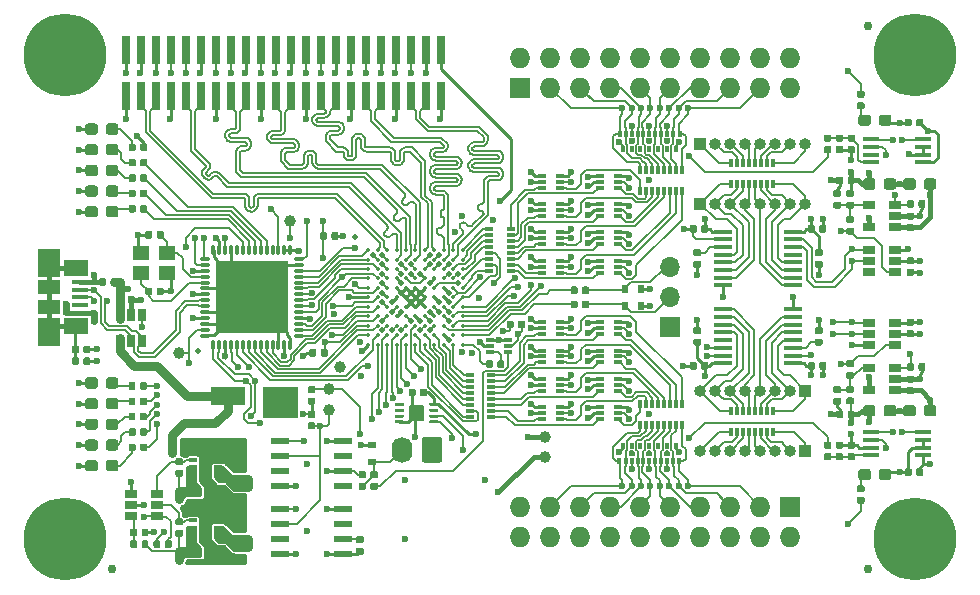
<source format=gtl>
G04 #@! TF.GenerationSoftware,KiCad,Pcbnew,5.1.0*
G04 #@! TF.CreationDate,2019-05-02T19:21:27+09:00*
G04 #@! TF.ProjectId,glasgow,676c6173-676f-4772-9e6b-696361645f70,rev?*
G04 #@! TF.SameCoordinates,Original*
G04 #@! TF.FileFunction,Copper,L1,Top*
G04 #@! TF.FilePolarity,Positive*
%FSLAX46Y46*%
G04 Gerber Fmt 4.6, Leading zero omitted, Abs format (unit mm)*
G04 Created by KiCad (PCBNEW 5.1.0) date 2019-05-02 19:21:27*
%MOMM*%
%LPD*%
G04 APERTURE LIST*
%ADD10C,0.100000*%
%ADD11C,1.740000*%
%ADD12O,1.740000X2.200000*%
%ADD13R,3.000000X1.600000*%
%ADD14R,1.060000X0.650000*%
%ADD15C,0.650000*%
%ADD16R,0.650000X0.350000*%
%ADD17R,1.000000X1.600000*%
%ADD18C,0.950000*%
%ADD19R,1.400000X1.200000*%
%ADD20C,0.590000*%
%ADD21R,0.700000X0.350000*%
%ADD22R,0.700000X0.600000*%
%ADD23C,0.300000*%
%ADD24R,0.300000X0.500000*%
%ADD25R,0.450000X0.500000*%
%ADD26O,1.727200X1.727200*%
%ADD27R,1.727200X1.727200*%
%ADD28O,1.000000X1.000000*%
%ADD29R,1.000000X1.000000*%
%ADD30O,1.700000X1.700000*%
%ADD31R,1.700000X1.700000*%
%ADD32C,0.350000*%
%ADD33C,0.500000*%
%ADD34C,0.750000*%
%ADD35R,0.800000X0.300000*%
%ADD36C,0.250000*%
%ADD37C,1.300000*%
%ADD38R,1.500000X0.450000*%
%ADD39R,0.300000X0.800000*%
%ADD40R,1.450000X0.450000*%
%ADD41R,0.740000X2.400000*%
%ADD42C,1.000000*%
%ADD43C,0.600000*%
%ADD44R,6.220000X6.220000*%
%ADD45O,0.280000X1.000000*%
%ADD46O,1.000000X0.280000*%
%ADD47R,0.650000X1.060000*%
%ADD48R,1.550000X0.600000*%
%ADD49R,1.900000X1.175000*%
%ADD50R,1.900000X2.375000*%
%ADD51R,2.100000X1.475000*%
%ADD52R,1.380000X0.450000*%
%ADD53R,0.600000X0.700000*%
%ADD54C,0.800000*%
%ADD55C,7.000000*%
%ADD56C,0.150000*%
%ADD57C,0.250000*%
%ADD58C,0.450000*%
%ADD59C,0.750000*%
%ADD60C,0.350000*%
%ADD61C,0.600000*%
%ADD62C,0.160000*%
%ADD63C,0.190000*%
%ADD64C,0.254000*%
G04 APERTURE END LIST*
D10*
G36*
X85744505Y-107301204D02*
G01*
X85768773Y-107304804D01*
X85792572Y-107310765D01*
X85815671Y-107319030D01*
X85837850Y-107329520D01*
X85858893Y-107342132D01*
X85878599Y-107356747D01*
X85896777Y-107373223D01*
X85913253Y-107391401D01*
X85927868Y-107411107D01*
X85940480Y-107432150D01*
X85950970Y-107454329D01*
X85959235Y-107477428D01*
X85965196Y-107501227D01*
X85968796Y-107525495D01*
X85970000Y-107549999D01*
X85970000Y-109250001D01*
X85968796Y-109274505D01*
X85965196Y-109298773D01*
X85959235Y-109322572D01*
X85950970Y-109345671D01*
X85940480Y-109367850D01*
X85927868Y-109388893D01*
X85913253Y-109408599D01*
X85896777Y-109426777D01*
X85878599Y-109443253D01*
X85858893Y-109457868D01*
X85837850Y-109470480D01*
X85815671Y-109480970D01*
X85792572Y-109489235D01*
X85768773Y-109495196D01*
X85744505Y-109498796D01*
X85720001Y-109500000D01*
X84479999Y-109500000D01*
X84455495Y-109498796D01*
X84431227Y-109495196D01*
X84407428Y-109489235D01*
X84384329Y-109480970D01*
X84362150Y-109470480D01*
X84341107Y-109457868D01*
X84321401Y-109443253D01*
X84303223Y-109426777D01*
X84286747Y-109408599D01*
X84272132Y-109388893D01*
X84259520Y-109367850D01*
X84249030Y-109345671D01*
X84240765Y-109322572D01*
X84234804Y-109298773D01*
X84231204Y-109274505D01*
X84230000Y-109250001D01*
X84230000Y-107549999D01*
X84231204Y-107525495D01*
X84234804Y-107501227D01*
X84240765Y-107477428D01*
X84249030Y-107454329D01*
X84259520Y-107432150D01*
X84272132Y-107411107D01*
X84286747Y-107391401D01*
X84303223Y-107373223D01*
X84321401Y-107356747D01*
X84341107Y-107342132D01*
X84362150Y-107329520D01*
X84384329Y-107319030D01*
X84407428Y-107310765D01*
X84431227Y-107304804D01*
X84455495Y-107301204D01*
X84479999Y-107300000D01*
X85720001Y-107300000D01*
X85744505Y-107301204D01*
X85744505Y-107301204D01*
G37*
D11*
X85100000Y-108400000D03*
D12*
X82560000Y-108400000D03*
D13*
X67800000Y-103850000D03*
X72200000Y-103850000D03*
D14*
X122100000Y-89550000D03*
X122100000Y-87650000D03*
X124300000Y-87650000D03*
X124300000Y-88600000D03*
X124300000Y-89550000D03*
D15*
X65900000Y-109500000D03*
X65900000Y-110300000D03*
D16*
X66950000Y-110550000D03*
X66950000Y-109900000D03*
X66950000Y-109250000D03*
X64850000Y-109250000D03*
X64850000Y-109900000D03*
X64850000Y-110550000D03*
D17*
X65900000Y-109900000D03*
D15*
X65900000Y-114600000D03*
X65900000Y-115400000D03*
D16*
X66950000Y-115650000D03*
X66950000Y-115000000D03*
X66950000Y-114350000D03*
X64850000Y-114350000D03*
X64850000Y-115000000D03*
X64850000Y-115650000D03*
D17*
X65900000Y-115000000D03*
D10*
G36*
X65335779Y-111426144D02*
G01*
X65358834Y-111429563D01*
X65381443Y-111435227D01*
X65403387Y-111443079D01*
X65424457Y-111453044D01*
X65444448Y-111465026D01*
X65463168Y-111478910D01*
X65480438Y-111494562D01*
X65496090Y-111511832D01*
X65509974Y-111530552D01*
X65521956Y-111550543D01*
X65531921Y-111571613D01*
X65539773Y-111593557D01*
X65545437Y-111616166D01*
X65548856Y-111639221D01*
X65550000Y-111662500D01*
X65550000Y-112137500D01*
X65548856Y-112160779D01*
X65545437Y-112183834D01*
X65539773Y-112206443D01*
X65531921Y-112228387D01*
X65521956Y-112249457D01*
X65509974Y-112269448D01*
X65496090Y-112288168D01*
X65480438Y-112305438D01*
X65463168Y-112321090D01*
X65444448Y-112334974D01*
X65424457Y-112346956D01*
X65403387Y-112356921D01*
X65381443Y-112364773D01*
X65358834Y-112370437D01*
X65335779Y-112373856D01*
X65312500Y-112375000D01*
X64737500Y-112375000D01*
X64714221Y-112373856D01*
X64691166Y-112370437D01*
X64668557Y-112364773D01*
X64646613Y-112356921D01*
X64625543Y-112346956D01*
X64605552Y-112334974D01*
X64586832Y-112321090D01*
X64569562Y-112305438D01*
X64553910Y-112288168D01*
X64540026Y-112269448D01*
X64528044Y-112249457D01*
X64518079Y-112228387D01*
X64510227Y-112206443D01*
X64504563Y-112183834D01*
X64501144Y-112160779D01*
X64500000Y-112137500D01*
X64500000Y-111662500D01*
X64501144Y-111639221D01*
X64504563Y-111616166D01*
X64510227Y-111593557D01*
X64518079Y-111571613D01*
X64528044Y-111550543D01*
X64540026Y-111530552D01*
X64553910Y-111511832D01*
X64569562Y-111494562D01*
X64586832Y-111478910D01*
X64605552Y-111465026D01*
X64625543Y-111453044D01*
X64646613Y-111443079D01*
X64668557Y-111435227D01*
X64691166Y-111429563D01*
X64714221Y-111426144D01*
X64737500Y-111425000D01*
X65312500Y-111425000D01*
X65335779Y-111426144D01*
X65335779Y-111426144D01*
G37*
D18*
X65025000Y-111900000D03*
D10*
G36*
X67085779Y-111426144D02*
G01*
X67108834Y-111429563D01*
X67131443Y-111435227D01*
X67153387Y-111443079D01*
X67174457Y-111453044D01*
X67194448Y-111465026D01*
X67213168Y-111478910D01*
X67230438Y-111494562D01*
X67246090Y-111511832D01*
X67259974Y-111530552D01*
X67271956Y-111550543D01*
X67281921Y-111571613D01*
X67289773Y-111593557D01*
X67295437Y-111616166D01*
X67298856Y-111639221D01*
X67300000Y-111662500D01*
X67300000Y-112137500D01*
X67298856Y-112160779D01*
X67295437Y-112183834D01*
X67289773Y-112206443D01*
X67281921Y-112228387D01*
X67271956Y-112249457D01*
X67259974Y-112269448D01*
X67246090Y-112288168D01*
X67230438Y-112305438D01*
X67213168Y-112321090D01*
X67194448Y-112334974D01*
X67174457Y-112346956D01*
X67153387Y-112356921D01*
X67131443Y-112364773D01*
X67108834Y-112370437D01*
X67085779Y-112373856D01*
X67062500Y-112375000D01*
X66487500Y-112375000D01*
X66464221Y-112373856D01*
X66441166Y-112370437D01*
X66418557Y-112364773D01*
X66396613Y-112356921D01*
X66375543Y-112346956D01*
X66355552Y-112334974D01*
X66336832Y-112321090D01*
X66319562Y-112305438D01*
X66303910Y-112288168D01*
X66290026Y-112269448D01*
X66278044Y-112249457D01*
X66268079Y-112228387D01*
X66260227Y-112206443D01*
X66254563Y-112183834D01*
X66251144Y-112160779D01*
X66250000Y-112137500D01*
X66250000Y-111662500D01*
X66251144Y-111639221D01*
X66254563Y-111616166D01*
X66260227Y-111593557D01*
X66268079Y-111571613D01*
X66278044Y-111550543D01*
X66290026Y-111530552D01*
X66303910Y-111511832D01*
X66319562Y-111494562D01*
X66336832Y-111478910D01*
X66355552Y-111465026D01*
X66375543Y-111453044D01*
X66396613Y-111443079D01*
X66418557Y-111435227D01*
X66441166Y-111429563D01*
X66464221Y-111426144D01*
X66487500Y-111425000D01*
X67062500Y-111425000D01*
X67085779Y-111426144D01*
X67085779Y-111426144D01*
G37*
D18*
X66775000Y-111900000D03*
D19*
X60500000Y-91750000D03*
X62700000Y-91750000D03*
X62700000Y-93450000D03*
X60500000Y-93450000D03*
D10*
G36*
X58335779Y-109276144D02*
G01*
X58358834Y-109279563D01*
X58381443Y-109285227D01*
X58403387Y-109293079D01*
X58424457Y-109303044D01*
X58444448Y-109315026D01*
X58463168Y-109328910D01*
X58480438Y-109344562D01*
X58496090Y-109361832D01*
X58509974Y-109380552D01*
X58521956Y-109400543D01*
X58531921Y-109421613D01*
X58539773Y-109443557D01*
X58545437Y-109466166D01*
X58548856Y-109489221D01*
X58550000Y-109512500D01*
X58550000Y-109987500D01*
X58548856Y-110010779D01*
X58545437Y-110033834D01*
X58539773Y-110056443D01*
X58531921Y-110078387D01*
X58521956Y-110099457D01*
X58509974Y-110119448D01*
X58496090Y-110138168D01*
X58480438Y-110155438D01*
X58463168Y-110171090D01*
X58444448Y-110184974D01*
X58424457Y-110196956D01*
X58403387Y-110206921D01*
X58381443Y-110214773D01*
X58358834Y-110220437D01*
X58335779Y-110223856D01*
X58312500Y-110225000D01*
X57737500Y-110225000D01*
X57714221Y-110223856D01*
X57691166Y-110220437D01*
X57668557Y-110214773D01*
X57646613Y-110206921D01*
X57625543Y-110196956D01*
X57605552Y-110184974D01*
X57586832Y-110171090D01*
X57569562Y-110155438D01*
X57553910Y-110138168D01*
X57540026Y-110119448D01*
X57528044Y-110099457D01*
X57518079Y-110078387D01*
X57510227Y-110056443D01*
X57504563Y-110033834D01*
X57501144Y-110010779D01*
X57500000Y-109987500D01*
X57500000Y-109512500D01*
X57501144Y-109489221D01*
X57504563Y-109466166D01*
X57510227Y-109443557D01*
X57518079Y-109421613D01*
X57528044Y-109400543D01*
X57540026Y-109380552D01*
X57553910Y-109361832D01*
X57569562Y-109344562D01*
X57586832Y-109328910D01*
X57605552Y-109315026D01*
X57625543Y-109303044D01*
X57646613Y-109293079D01*
X57668557Y-109285227D01*
X57691166Y-109279563D01*
X57714221Y-109276144D01*
X57737500Y-109275000D01*
X58312500Y-109275000D01*
X58335779Y-109276144D01*
X58335779Y-109276144D01*
G37*
D18*
X58025000Y-109750000D03*
D10*
G36*
X56585779Y-109276144D02*
G01*
X56608834Y-109279563D01*
X56631443Y-109285227D01*
X56653387Y-109293079D01*
X56674457Y-109303044D01*
X56694448Y-109315026D01*
X56713168Y-109328910D01*
X56730438Y-109344562D01*
X56746090Y-109361832D01*
X56759974Y-109380552D01*
X56771956Y-109400543D01*
X56781921Y-109421613D01*
X56789773Y-109443557D01*
X56795437Y-109466166D01*
X56798856Y-109489221D01*
X56800000Y-109512500D01*
X56800000Y-109987500D01*
X56798856Y-110010779D01*
X56795437Y-110033834D01*
X56789773Y-110056443D01*
X56781921Y-110078387D01*
X56771956Y-110099457D01*
X56759974Y-110119448D01*
X56746090Y-110138168D01*
X56730438Y-110155438D01*
X56713168Y-110171090D01*
X56694448Y-110184974D01*
X56674457Y-110196956D01*
X56653387Y-110206921D01*
X56631443Y-110214773D01*
X56608834Y-110220437D01*
X56585779Y-110223856D01*
X56562500Y-110225000D01*
X55987500Y-110225000D01*
X55964221Y-110223856D01*
X55941166Y-110220437D01*
X55918557Y-110214773D01*
X55896613Y-110206921D01*
X55875543Y-110196956D01*
X55855552Y-110184974D01*
X55836832Y-110171090D01*
X55819562Y-110155438D01*
X55803910Y-110138168D01*
X55790026Y-110119448D01*
X55778044Y-110099457D01*
X55768079Y-110078387D01*
X55760227Y-110056443D01*
X55754563Y-110033834D01*
X55751144Y-110010779D01*
X55750000Y-109987500D01*
X55750000Y-109512500D01*
X55751144Y-109489221D01*
X55754563Y-109466166D01*
X55760227Y-109443557D01*
X55768079Y-109421613D01*
X55778044Y-109400543D01*
X55790026Y-109380552D01*
X55803910Y-109361832D01*
X55819562Y-109344562D01*
X55836832Y-109328910D01*
X55855552Y-109315026D01*
X55875543Y-109303044D01*
X55896613Y-109293079D01*
X55918557Y-109285227D01*
X55941166Y-109279563D01*
X55964221Y-109276144D01*
X55987500Y-109275000D01*
X56562500Y-109275000D01*
X56585779Y-109276144D01*
X56585779Y-109276144D01*
G37*
D18*
X56275000Y-109750000D03*
D10*
G36*
X58335779Y-107526144D02*
G01*
X58358834Y-107529563D01*
X58381443Y-107535227D01*
X58403387Y-107543079D01*
X58424457Y-107553044D01*
X58444448Y-107565026D01*
X58463168Y-107578910D01*
X58480438Y-107594562D01*
X58496090Y-107611832D01*
X58509974Y-107630552D01*
X58521956Y-107650543D01*
X58531921Y-107671613D01*
X58539773Y-107693557D01*
X58545437Y-107716166D01*
X58548856Y-107739221D01*
X58550000Y-107762500D01*
X58550000Y-108237500D01*
X58548856Y-108260779D01*
X58545437Y-108283834D01*
X58539773Y-108306443D01*
X58531921Y-108328387D01*
X58521956Y-108349457D01*
X58509974Y-108369448D01*
X58496090Y-108388168D01*
X58480438Y-108405438D01*
X58463168Y-108421090D01*
X58444448Y-108434974D01*
X58424457Y-108446956D01*
X58403387Y-108456921D01*
X58381443Y-108464773D01*
X58358834Y-108470437D01*
X58335779Y-108473856D01*
X58312500Y-108475000D01*
X57737500Y-108475000D01*
X57714221Y-108473856D01*
X57691166Y-108470437D01*
X57668557Y-108464773D01*
X57646613Y-108456921D01*
X57625543Y-108446956D01*
X57605552Y-108434974D01*
X57586832Y-108421090D01*
X57569562Y-108405438D01*
X57553910Y-108388168D01*
X57540026Y-108369448D01*
X57528044Y-108349457D01*
X57518079Y-108328387D01*
X57510227Y-108306443D01*
X57504563Y-108283834D01*
X57501144Y-108260779D01*
X57500000Y-108237500D01*
X57500000Y-107762500D01*
X57501144Y-107739221D01*
X57504563Y-107716166D01*
X57510227Y-107693557D01*
X57518079Y-107671613D01*
X57528044Y-107650543D01*
X57540026Y-107630552D01*
X57553910Y-107611832D01*
X57569562Y-107594562D01*
X57586832Y-107578910D01*
X57605552Y-107565026D01*
X57625543Y-107553044D01*
X57646613Y-107543079D01*
X57668557Y-107535227D01*
X57691166Y-107529563D01*
X57714221Y-107526144D01*
X57737500Y-107525000D01*
X58312500Y-107525000D01*
X58335779Y-107526144D01*
X58335779Y-107526144D01*
G37*
D18*
X58025000Y-108000000D03*
D10*
G36*
X56585779Y-107526144D02*
G01*
X56608834Y-107529563D01*
X56631443Y-107535227D01*
X56653387Y-107543079D01*
X56674457Y-107553044D01*
X56694448Y-107565026D01*
X56713168Y-107578910D01*
X56730438Y-107594562D01*
X56746090Y-107611832D01*
X56759974Y-107630552D01*
X56771956Y-107650543D01*
X56781921Y-107671613D01*
X56789773Y-107693557D01*
X56795437Y-107716166D01*
X56798856Y-107739221D01*
X56800000Y-107762500D01*
X56800000Y-108237500D01*
X56798856Y-108260779D01*
X56795437Y-108283834D01*
X56789773Y-108306443D01*
X56781921Y-108328387D01*
X56771956Y-108349457D01*
X56759974Y-108369448D01*
X56746090Y-108388168D01*
X56730438Y-108405438D01*
X56713168Y-108421090D01*
X56694448Y-108434974D01*
X56674457Y-108446956D01*
X56653387Y-108456921D01*
X56631443Y-108464773D01*
X56608834Y-108470437D01*
X56585779Y-108473856D01*
X56562500Y-108475000D01*
X55987500Y-108475000D01*
X55964221Y-108473856D01*
X55941166Y-108470437D01*
X55918557Y-108464773D01*
X55896613Y-108456921D01*
X55875543Y-108446956D01*
X55855552Y-108434974D01*
X55836832Y-108421090D01*
X55819562Y-108405438D01*
X55803910Y-108388168D01*
X55790026Y-108369448D01*
X55778044Y-108349457D01*
X55768079Y-108328387D01*
X55760227Y-108306443D01*
X55754563Y-108283834D01*
X55751144Y-108260779D01*
X55750000Y-108237500D01*
X55750000Y-107762500D01*
X55751144Y-107739221D01*
X55754563Y-107716166D01*
X55760227Y-107693557D01*
X55768079Y-107671613D01*
X55778044Y-107650543D01*
X55790026Y-107630552D01*
X55803910Y-107611832D01*
X55819562Y-107594562D01*
X55836832Y-107578910D01*
X55855552Y-107565026D01*
X55875543Y-107553044D01*
X55896613Y-107543079D01*
X55918557Y-107535227D01*
X55941166Y-107529563D01*
X55964221Y-107526144D01*
X55987500Y-107525000D01*
X56562500Y-107525000D01*
X56585779Y-107526144D01*
X56585779Y-107526144D01*
G37*
D18*
X56275000Y-108000000D03*
D10*
G36*
X58335779Y-105776144D02*
G01*
X58358834Y-105779563D01*
X58381443Y-105785227D01*
X58403387Y-105793079D01*
X58424457Y-105803044D01*
X58444448Y-105815026D01*
X58463168Y-105828910D01*
X58480438Y-105844562D01*
X58496090Y-105861832D01*
X58509974Y-105880552D01*
X58521956Y-105900543D01*
X58531921Y-105921613D01*
X58539773Y-105943557D01*
X58545437Y-105966166D01*
X58548856Y-105989221D01*
X58550000Y-106012500D01*
X58550000Y-106487500D01*
X58548856Y-106510779D01*
X58545437Y-106533834D01*
X58539773Y-106556443D01*
X58531921Y-106578387D01*
X58521956Y-106599457D01*
X58509974Y-106619448D01*
X58496090Y-106638168D01*
X58480438Y-106655438D01*
X58463168Y-106671090D01*
X58444448Y-106684974D01*
X58424457Y-106696956D01*
X58403387Y-106706921D01*
X58381443Y-106714773D01*
X58358834Y-106720437D01*
X58335779Y-106723856D01*
X58312500Y-106725000D01*
X57737500Y-106725000D01*
X57714221Y-106723856D01*
X57691166Y-106720437D01*
X57668557Y-106714773D01*
X57646613Y-106706921D01*
X57625543Y-106696956D01*
X57605552Y-106684974D01*
X57586832Y-106671090D01*
X57569562Y-106655438D01*
X57553910Y-106638168D01*
X57540026Y-106619448D01*
X57528044Y-106599457D01*
X57518079Y-106578387D01*
X57510227Y-106556443D01*
X57504563Y-106533834D01*
X57501144Y-106510779D01*
X57500000Y-106487500D01*
X57500000Y-106012500D01*
X57501144Y-105989221D01*
X57504563Y-105966166D01*
X57510227Y-105943557D01*
X57518079Y-105921613D01*
X57528044Y-105900543D01*
X57540026Y-105880552D01*
X57553910Y-105861832D01*
X57569562Y-105844562D01*
X57586832Y-105828910D01*
X57605552Y-105815026D01*
X57625543Y-105803044D01*
X57646613Y-105793079D01*
X57668557Y-105785227D01*
X57691166Y-105779563D01*
X57714221Y-105776144D01*
X57737500Y-105775000D01*
X58312500Y-105775000D01*
X58335779Y-105776144D01*
X58335779Y-105776144D01*
G37*
D18*
X58025000Y-106250000D03*
D10*
G36*
X56585779Y-105776144D02*
G01*
X56608834Y-105779563D01*
X56631443Y-105785227D01*
X56653387Y-105793079D01*
X56674457Y-105803044D01*
X56694448Y-105815026D01*
X56713168Y-105828910D01*
X56730438Y-105844562D01*
X56746090Y-105861832D01*
X56759974Y-105880552D01*
X56771956Y-105900543D01*
X56781921Y-105921613D01*
X56789773Y-105943557D01*
X56795437Y-105966166D01*
X56798856Y-105989221D01*
X56800000Y-106012500D01*
X56800000Y-106487500D01*
X56798856Y-106510779D01*
X56795437Y-106533834D01*
X56789773Y-106556443D01*
X56781921Y-106578387D01*
X56771956Y-106599457D01*
X56759974Y-106619448D01*
X56746090Y-106638168D01*
X56730438Y-106655438D01*
X56713168Y-106671090D01*
X56694448Y-106684974D01*
X56674457Y-106696956D01*
X56653387Y-106706921D01*
X56631443Y-106714773D01*
X56608834Y-106720437D01*
X56585779Y-106723856D01*
X56562500Y-106725000D01*
X55987500Y-106725000D01*
X55964221Y-106723856D01*
X55941166Y-106720437D01*
X55918557Y-106714773D01*
X55896613Y-106706921D01*
X55875543Y-106696956D01*
X55855552Y-106684974D01*
X55836832Y-106671090D01*
X55819562Y-106655438D01*
X55803910Y-106638168D01*
X55790026Y-106619448D01*
X55778044Y-106599457D01*
X55768079Y-106578387D01*
X55760227Y-106556443D01*
X55754563Y-106533834D01*
X55751144Y-106510779D01*
X55750000Y-106487500D01*
X55750000Y-106012500D01*
X55751144Y-105989221D01*
X55754563Y-105966166D01*
X55760227Y-105943557D01*
X55768079Y-105921613D01*
X55778044Y-105900543D01*
X55790026Y-105880552D01*
X55803910Y-105861832D01*
X55819562Y-105844562D01*
X55836832Y-105828910D01*
X55855552Y-105815026D01*
X55875543Y-105803044D01*
X55896613Y-105793079D01*
X55918557Y-105785227D01*
X55941166Y-105779563D01*
X55964221Y-105776144D01*
X55987500Y-105775000D01*
X56562500Y-105775000D01*
X56585779Y-105776144D01*
X56585779Y-105776144D01*
G37*
D18*
X56275000Y-106250000D03*
D10*
G36*
X58335779Y-104026144D02*
G01*
X58358834Y-104029563D01*
X58381443Y-104035227D01*
X58403387Y-104043079D01*
X58424457Y-104053044D01*
X58444448Y-104065026D01*
X58463168Y-104078910D01*
X58480438Y-104094562D01*
X58496090Y-104111832D01*
X58509974Y-104130552D01*
X58521956Y-104150543D01*
X58531921Y-104171613D01*
X58539773Y-104193557D01*
X58545437Y-104216166D01*
X58548856Y-104239221D01*
X58550000Y-104262500D01*
X58550000Y-104737500D01*
X58548856Y-104760779D01*
X58545437Y-104783834D01*
X58539773Y-104806443D01*
X58531921Y-104828387D01*
X58521956Y-104849457D01*
X58509974Y-104869448D01*
X58496090Y-104888168D01*
X58480438Y-104905438D01*
X58463168Y-104921090D01*
X58444448Y-104934974D01*
X58424457Y-104946956D01*
X58403387Y-104956921D01*
X58381443Y-104964773D01*
X58358834Y-104970437D01*
X58335779Y-104973856D01*
X58312500Y-104975000D01*
X57737500Y-104975000D01*
X57714221Y-104973856D01*
X57691166Y-104970437D01*
X57668557Y-104964773D01*
X57646613Y-104956921D01*
X57625543Y-104946956D01*
X57605552Y-104934974D01*
X57586832Y-104921090D01*
X57569562Y-104905438D01*
X57553910Y-104888168D01*
X57540026Y-104869448D01*
X57528044Y-104849457D01*
X57518079Y-104828387D01*
X57510227Y-104806443D01*
X57504563Y-104783834D01*
X57501144Y-104760779D01*
X57500000Y-104737500D01*
X57500000Y-104262500D01*
X57501144Y-104239221D01*
X57504563Y-104216166D01*
X57510227Y-104193557D01*
X57518079Y-104171613D01*
X57528044Y-104150543D01*
X57540026Y-104130552D01*
X57553910Y-104111832D01*
X57569562Y-104094562D01*
X57586832Y-104078910D01*
X57605552Y-104065026D01*
X57625543Y-104053044D01*
X57646613Y-104043079D01*
X57668557Y-104035227D01*
X57691166Y-104029563D01*
X57714221Y-104026144D01*
X57737500Y-104025000D01*
X58312500Y-104025000D01*
X58335779Y-104026144D01*
X58335779Y-104026144D01*
G37*
D18*
X58025000Y-104500000D03*
D10*
G36*
X56585779Y-104026144D02*
G01*
X56608834Y-104029563D01*
X56631443Y-104035227D01*
X56653387Y-104043079D01*
X56674457Y-104053044D01*
X56694448Y-104065026D01*
X56713168Y-104078910D01*
X56730438Y-104094562D01*
X56746090Y-104111832D01*
X56759974Y-104130552D01*
X56771956Y-104150543D01*
X56781921Y-104171613D01*
X56789773Y-104193557D01*
X56795437Y-104216166D01*
X56798856Y-104239221D01*
X56800000Y-104262500D01*
X56800000Y-104737500D01*
X56798856Y-104760779D01*
X56795437Y-104783834D01*
X56789773Y-104806443D01*
X56781921Y-104828387D01*
X56771956Y-104849457D01*
X56759974Y-104869448D01*
X56746090Y-104888168D01*
X56730438Y-104905438D01*
X56713168Y-104921090D01*
X56694448Y-104934974D01*
X56674457Y-104946956D01*
X56653387Y-104956921D01*
X56631443Y-104964773D01*
X56608834Y-104970437D01*
X56585779Y-104973856D01*
X56562500Y-104975000D01*
X55987500Y-104975000D01*
X55964221Y-104973856D01*
X55941166Y-104970437D01*
X55918557Y-104964773D01*
X55896613Y-104956921D01*
X55875543Y-104946956D01*
X55855552Y-104934974D01*
X55836832Y-104921090D01*
X55819562Y-104905438D01*
X55803910Y-104888168D01*
X55790026Y-104869448D01*
X55778044Y-104849457D01*
X55768079Y-104828387D01*
X55760227Y-104806443D01*
X55754563Y-104783834D01*
X55751144Y-104760779D01*
X55750000Y-104737500D01*
X55750000Y-104262500D01*
X55751144Y-104239221D01*
X55754563Y-104216166D01*
X55760227Y-104193557D01*
X55768079Y-104171613D01*
X55778044Y-104150543D01*
X55790026Y-104130552D01*
X55803910Y-104111832D01*
X55819562Y-104094562D01*
X55836832Y-104078910D01*
X55855552Y-104065026D01*
X55875543Y-104053044D01*
X55896613Y-104043079D01*
X55918557Y-104035227D01*
X55941166Y-104029563D01*
X55964221Y-104026144D01*
X55987500Y-104025000D01*
X56562500Y-104025000D01*
X56585779Y-104026144D01*
X56585779Y-104026144D01*
G37*
D18*
X56275000Y-104500000D03*
D10*
G36*
X58335779Y-102276144D02*
G01*
X58358834Y-102279563D01*
X58381443Y-102285227D01*
X58403387Y-102293079D01*
X58424457Y-102303044D01*
X58444448Y-102315026D01*
X58463168Y-102328910D01*
X58480438Y-102344562D01*
X58496090Y-102361832D01*
X58509974Y-102380552D01*
X58521956Y-102400543D01*
X58531921Y-102421613D01*
X58539773Y-102443557D01*
X58545437Y-102466166D01*
X58548856Y-102489221D01*
X58550000Y-102512500D01*
X58550000Y-102987500D01*
X58548856Y-103010779D01*
X58545437Y-103033834D01*
X58539773Y-103056443D01*
X58531921Y-103078387D01*
X58521956Y-103099457D01*
X58509974Y-103119448D01*
X58496090Y-103138168D01*
X58480438Y-103155438D01*
X58463168Y-103171090D01*
X58444448Y-103184974D01*
X58424457Y-103196956D01*
X58403387Y-103206921D01*
X58381443Y-103214773D01*
X58358834Y-103220437D01*
X58335779Y-103223856D01*
X58312500Y-103225000D01*
X57737500Y-103225000D01*
X57714221Y-103223856D01*
X57691166Y-103220437D01*
X57668557Y-103214773D01*
X57646613Y-103206921D01*
X57625543Y-103196956D01*
X57605552Y-103184974D01*
X57586832Y-103171090D01*
X57569562Y-103155438D01*
X57553910Y-103138168D01*
X57540026Y-103119448D01*
X57528044Y-103099457D01*
X57518079Y-103078387D01*
X57510227Y-103056443D01*
X57504563Y-103033834D01*
X57501144Y-103010779D01*
X57500000Y-102987500D01*
X57500000Y-102512500D01*
X57501144Y-102489221D01*
X57504563Y-102466166D01*
X57510227Y-102443557D01*
X57518079Y-102421613D01*
X57528044Y-102400543D01*
X57540026Y-102380552D01*
X57553910Y-102361832D01*
X57569562Y-102344562D01*
X57586832Y-102328910D01*
X57605552Y-102315026D01*
X57625543Y-102303044D01*
X57646613Y-102293079D01*
X57668557Y-102285227D01*
X57691166Y-102279563D01*
X57714221Y-102276144D01*
X57737500Y-102275000D01*
X58312500Y-102275000D01*
X58335779Y-102276144D01*
X58335779Y-102276144D01*
G37*
D18*
X58025000Y-102750000D03*
D10*
G36*
X56585779Y-102276144D02*
G01*
X56608834Y-102279563D01*
X56631443Y-102285227D01*
X56653387Y-102293079D01*
X56674457Y-102303044D01*
X56694448Y-102315026D01*
X56713168Y-102328910D01*
X56730438Y-102344562D01*
X56746090Y-102361832D01*
X56759974Y-102380552D01*
X56771956Y-102400543D01*
X56781921Y-102421613D01*
X56789773Y-102443557D01*
X56795437Y-102466166D01*
X56798856Y-102489221D01*
X56800000Y-102512500D01*
X56800000Y-102987500D01*
X56798856Y-103010779D01*
X56795437Y-103033834D01*
X56789773Y-103056443D01*
X56781921Y-103078387D01*
X56771956Y-103099457D01*
X56759974Y-103119448D01*
X56746090Y-103138168D01*
X56730438Y-103155438D01*
X56713168Y-103171090D01*
X56694448Y-103184974D01*
X56674457Y-103196956D01*
X56653387Y-103206921D01*
X56631443Y-103214773D01*
X56608834Y-103220437D01*
X56585779Y-103223856D01*
X56562500Y-103225000D01*
X55987500Y-103225000D01*
X55964221Y-103223856D01*
X55941166Y-103220437D01*
X55918557Y-103214773D01*
X55896613Y-103206921D01*
X55875543Y-103196956D01*
X55855552Y-103184974D01*
X55836832Y-103171090D01*
X55819562Y-103155438D01*
X55803910Y-103138168D01*
X55790026Y-103119448D01*
X55778044Y-103099457D01*
X55768079Y-103078387D01*
X55760227Y-103056443D01*
X55754563Y-103033834D01*
X55751144Y-103010779D01*
X55750000Y-102987500D01*
X55750000Y-102512500D01*
X55751144Y-102489221D01*
X55754563Y-102466166D01*
X55760227Y-102443557D01*
X55768079Y-102421613D01*
X55778044Y-102400543D01*
X55790026Y-102380552D01*
X55803910Y-102361832D01*
X55819562Y-102344562D01*
X55836832Y-102328910D01*
X55855552Y-102315026D01*
X55875543Y-102303044D01*
X55896613Y-102293079D01*
X55918557Y-102285227D01*
X55941166Y-102279563D01*
X55964221Y-102276144D01*
X55987500Y-102275000D01*
X56562500Y-102275000D01*
X56585779Y-102276144D01*
X56585779Y-102276144D01*
G37*
D18*
X56275000Y-102750000D03*
D10*
G36*
X58335779Y-87776144D02*
G01*
X58358834Y-87779563D01*
X58381443Y-87785227D01*
X58403387Y-87793079D01*
X58424457Y-87803044D01*
X58444448Y-87815026D01*
X58463168Y-87828910D01*
X58480438Y-87844562D01*
X58496090Y-87861832D01*
X58509974Y-87880552D01*
X58521956Y-87900543D01*
X58531921Y-87921613D01*
X58539773Y-87943557D01*
X58545437Y-87966166D01*
X58548856Y-87989221D01*
X58550000Y-88012500D01*
X58550000Y-88487500D01*
X58548856Y-88510779D01*
X58545437Y-88533834D01*
X58539773Y-88556443D01*
X58531921Y-88578387D01*
X58521956Y-88599457D01*
X58509974Y-88619448D01*
X58496090Y-88638168D01*
X58480438Y-88655438D01*
X58463168Y-88671090D01*
X58444448Y-88684974D01*
X58424457Y-88696956D01*
X58403387Y-88706921D01*
X58381443Y-88714773D01*
X58358834Y-88720437D01*
X58335779Y-88723856D01*
X58312500Y-88725000D01*
X57737500Y-88725000D01*
X57714221Y-88723856D01*
X57691166Y-88720437D01*
X57668557Y-88714773D01*
X57646613Y-88706921D01*
X57625543Y-88696956D01*
X57605552Y-88684974D01*
X57586832Y-88671090D01*
X57569562Y-88655438D01*
X57553910Y-88638168D01*
X57540026Y-88619448D01*
X57528044Y-88599457D01*
X57518079Y-88578387D01*
X57510227Y-88556443D01*
X57504563Y-88533834D01*
X57501144Y-88510779D01*
X57500000Y-88487500D01*
X57500000Y-88012500D01*
X57501144Y-87989221D01*
X57504563Y-87966166D01*
X57510227Y-87943557D01*
X57518079Y-87921613D01*
X57528044Y-87900543D01*
X57540026Y-87880552D01*
X57553910Y-87861832D01*
X57569562Y-87844562D01*
X57586832Y-87828910D01*
X57605552Y-87815026D01*
X57625543Y-87803044D01*
X57646613Y-87793079D01*
X57668557Y-87785227D01*
X57691166Y-87779563D01*
X57714221Y-87776144D01*
X57737500Y-87775000D01*
X58312500Y-87775000D01*
X58335779Y-87776144D01*
X58335779Y-87776144D01*
G37*
D18*
X58025000Y-88250000D03*
D10*
G36*
X56585779Y-87776144D02*
G01*
X56608834Y-87779563D01*
X56631443Y-87785227D01*
X56653387Y-87793079D01*
X56674457Y-87803044D01*
X56694448Y-87815026D01*
X56713168Y-87828910D01*
X56730438Y-87844562D01*
X56746090Y-87861832D01*
X56759974Y-87880552D01*
X56771956Y-87900543D01*
X56781921Y-87921613D01*
X56789773Y-87943557D01*
X56795437Y-87966166D01*
X56798856Y-87989221D01*
X56800000Y-88012500D01*
X56800000Y-88487500D01*
X56798856Y-88510779D01*
X56795437Y-88533834D01*
X56789773Y-88556443D01*
X56781921Y-88578387D01*
X56771956Y-88599457D01*
X56759974Y-88619448D01*
X56746090Y-88638168D01*
X56730438Y-88655438D01*
X56713168Y-88671090D01*
X56694448Y-88684974D01*
X56674457Y-88696956D01*
X56653387Y-88706921D01*
X56631443Y-88714773D01*
X56608834Y-88720437D01*
X56585779Y-88723856D01*
X56562500Y-88725000D01*
X55987500Y-88725000D01*
X55964221Y-88723856D01*
X55941166Y-88720437D01*
X55918557Y-88714773D01*
X55896613Y-88706921D01*
X55875543Y-88696956D01*
X55855552Y-88684974D01*
X55836832Y-88671090D01*
X55819562Y-88655438D01*
X55803910Y-88638168D01*
X55790026Y-88619448D01*
X55778044Y-88599457D01*
X55768079Y-88578387D01*
X55760227Y-88556443D01*
X55754563Y-88533834D01*
X55751144Y-88510779D01*
X55750000Y-88487500D01*
X55750000Y-88012500D01*
X55751144Y-87989221D01*
X55754563Y-87966166D01*
X55760227Y-87943557D01*
X55768079Y-87921613D01*
X55778044Y-87900543D01*
X55790026Y-87880552D01*
X55803910Y-87861832D01*
X55819562Y-87844562D01*
X55836832Y-87828910D01*
X55855552Y-87815026D01*
X55875543Y-87803044D01*
X55896613Y-87793079D01*
X55918557Y-87785227D01*
X55941166Y-87779563D01*
X55964221Y-87776144D01*
X55987500Y-87775000D01*
X56562500Y-87775000D01*
X56585779Y-87776144D01*
X56585779Y-87776144D01*
G37*
D18*
X56275000Y-88250000D03*
D10*
G36*
X58335779Y-86026144D02*
G01*
X58358834Y-86029563D01*
X58381443Y-86035227D01*
X58403387Y-86043079D01*
X58424457Y-86053044D01*
X58444448Y-86065026D01*
X58463168Y-86078910D01*
X58480438Y-86094562D01*
X58496090Y-86111832D01*
X58509974Y-86130552D01*
X58521956Y-86150543D01*
X58531921Y-86171613D01*
X58539773Y-86193557D01*
X58545437Y-86216166D01*
X58548856Y-86239221D01*
X58550000Y-86262500D01*
X58550000Y-86737500D01*
X58548856Y-86760779D01*
X58545437Y-86783834D01*
X58539773Y-86806443D01*
X58531921Y-86828387D01*
X58521956Y-86849457D01*
X58509974Y-86869448D01*
X58496090Y-86888168D01*
X58480438Y-86905438D01*
X58463168Y-86921090D01*
X58444448Y-86934974D01*
X58424457Y-86946956D01*
X58403387Y-86956921D01*
X58381443Y-86964773D01*
X58358834Y-86970437D01*
X58335779Y-86973856D01*
X58312500Y-86975000D01*
X57737500Y-86975000D01*
X57714221Y-86973856D01*
X57691166Y-86970437D01*
X57668557Y-86964773D01*
X57646613Y-86956921D01*
X57625543Y-86946956D01*
X57605552Y-86934974D01*
X57586832Y-86921090D01*
X57569562Y-86905438D01*
X57553910Y-86888168D01*
X57540026Y-86869448D01*
X57528044Y-86849457D01*
X57518079Y-86828387D01*
X57510227Y-86806443D01*
X57504563Y-86783834D01*
X57501144Y-86760779D01*
X57500000Y-86737500D01*
X57500000Y-86262500D01*
X57501144Y-86239221D01*
X57504563Y-86216166D01*
X57510227Y-86193557D01*
X57518079Y-86171613D01*
X57528044Y-86150543D01*
X57540026Y-86130552D01*
X57553910Y-86111832D01*
X57569562Y-86094562D01*
X57586832Y-86078910D01*
X57605552Y-86065026D01*
X57625543Y-86053044D01*
X57646613Y-86043079D01*
X57668557Y-86035227D01*
X57691166Y-86029563D01*
X57714221Y-86026144D01*
X57737500Y-86025000D01*
X58312500Y-86025000D01*
X58335779Y-86026144D01*
X58335779Y-86026144D01*
G37*
D18*
X58025000Y-86500000D03*
D10*
G36*
X56585779Y-86026144D02*
G01*
X56608834Y-86029563D01*
X56631443Y-86035227D01*
X56653387Y-86043079D01*
X56674457Y-86053044D01*
X56694448Y-86065026D01*
X56713168Y-86078910D01*
X56730438Y-86094562D01*
X56746090Y-86111832D01*
X56759974Y-86130552D01*
X56771956Y-86150543D01*
X56781921Y-86171613D01*
X56789773Y-86193557D01*
X56795437Y-86216166D01*
X56798856Y-86239221D01*
X56800000Y-86262500D01*
X56800000Y-86737500D01*
X56798856Y-86760779D01*
X56795437Y-86783834D01*
X56789773Y-86806443D01*
X56781921Y-86828387D01*
X56771956Y-86849457D01*
X56759974Y-86869448D01*
X56746090Y-86888168D01*
X56730438Y-86905438D01*
X56713168Y-86921090D01*
X56694448Y-86934974D01*
X56674457Y-86946956D01*
X56653387Y-86956921D01*
X56631443Y-86964773D01*
X56608834Y-86970437D01*
X56585779Y-86973856D01*
X56562500Y-86975000D01*
X55987500Y-86975000D01*
X55964221Y-86973856D01*
X55941166Y-86970437D01*
X55918557Y-86964773D01*
X55896613Y-86956921D01*
X55875543Y-86946956D01*
X55855552Y-86934974D01*
X55836832Y-86921090D01*
X55819562Y-86905438D01*
X55803910Y-86888168D01*
X55790026Y-86869448D01*
X55778044Y-86849457D01*
X55768079Y-86828387D01*
X55760227Y-86806443D01*
X55754563Y-86783834D01*
X55751144Y-86760779D01*
X55750000Y-86737500D01*
X55750000Y-86262500D01*
X55751144Y-86239221D01*
X55754563Y-86216166D01*
X55760227Y-86193557D01*
X55768079Y-86171613D01*
X55778044Y-86150543D01*
X55790026Y-86130552D01*
X55803910Y-86111832D01*
X55819562Y-86094562D01*
X55836832Y-86078910D01*
X55855552Y-86065026D01*
X55875543Y-86053044D01*
X55896613Y-86043079D01*
X55918557Y-86035227D01*
X55941166Y-86029563D01*
X55964221Y-86026144D01*
X55987500Y-86025000D01*
X56562500Y-86025000D01*
X56585779Y-86026144D01*
X56585779Y-86026144D01*
G37*
D18*
X56275000Y-86500000D03*
D10*
G36*
X58335779Y-84276144D02*
G01*
X58358834Y-84279563D01*
X58381443Y-84285227D01*
X58403387Y-84293079D01*
X58424457Y-84303044D01*
X58444448Y-84315026D01*
X58463168Y-84328910D01*
X58480438Y-84344562D01*
X58496090Y-84361832D01*
X58509974Y-84380552D01*
X58521956Y-84400543D01*
X58531921Y-84421613D01*
X58539773Y-84443557D01*
X58545437Y-84466166D01*
X58548856Y-84489221D01*
X58550000Y-84512500D01*
X58550000Y-84987500D01*
X58548856Y-85010779D01*
X58545437Y-85033834D01*
X58539773Y-85056443D01*
X58531921Y-85078387D01*
X58521956Y-85099457D01*
X58509974Y-85119448D01*
X58496090Y-85138168D01*
X58480438Y-85155438D01*
X58463168Y-85171090D01*
X58444448Y-85184974D01*
X58424457Y-85196956D01*
X58403387Y-85206921D01*
X58381443Y-85214773D01*
X58358834Y-85220437D01*
X58335779Y-85223856D01*
X58312500Y-85225000D01*
X57737500Y-85225000D01*
X57714221Y-85223856D01*
X57691166Y-85220437D01*
X57668557Y-85214773D01*
X57646613Y-85206921D01*
X57625543Y-85196956D01*
X57605552Y-85184974D01*
X57586832Y-85171090D01*
X57569562Y-85155438D01*
X57553910Y-85138168D01*
X57540026Y-85119448D01*
X57528044Y-85099457D01*
X57518079Y-85078387D01*
X57510227Y-85056443D01*
X57504563Y-85033834D01*
X57501144Y-85010779D01*
X57500000Y-84987500D01*
X57500000Y-84512500D01*
X57501144Y-84489221D01*
X57504563Y-84466166D01*
X57510227Y-84443557D01*
X57518079Y-84421613D01*
X57528044Y-84400543D01*
X57540026Y-84380552D01*
X57553910Y-84361832D01*
X57569562Y-84344562D01*
X57586832Y-84328910D01*
X57605552Y-84315026D01*
X57625543Y-84303044D01*
X57646613Y-84293079D01*
X57668557Y-84285227D01*
X57691166Y-84279563D01*
X57714221Y-84276144D01*
X57737500Y-84275000D01*
X58312500Y-84275000D01*
X58335779Y-84276144D01*
X58335779Y-84276144D01*
G37*
D18*
X58025000Y-84750000D03*
D10*
G36*
X56585779Y-84276144D02*
G01*
X56608834Y-84279563D01*
X56631443Y-84285227D01*
X56653387Y-84293079D01*
X56674457Y-84303044D01*
X56694448Y-84315026D01*
X56713168Y-84328910D01*
X56730438Y-84344562D01*
X56746090Y-84361832D01*
X56759974Y-84380552D01*
X56771956Y-84400543D01*
X56781921Y-84421613D01*
X56789773Y-84443557D01*
X56795437Y-84466166D01*
X56798856Y-84489221D01*
X56800000Y-84512500D01*
X56800000Y-84987500D01*
X56798856Y-85010779D01*
X56795437Y-85033834D01*
X56789773Y-85056443D01*
X56781921Y-85078387D01*
X56771956Y-85099457D01*
X56759974Y-85119448D01*
X56746090Y-85138168D01*
X56730438Y-85155438D01*
X56713168Y-85171090D01*
X56694448Y-85184974D01*
X56674457Y-85196956D01*
X56653387Y-85206921D01*
X56631443Y-85214773D01*
X56608834Y-85220437D01*
X56585779Y-85223856D01*
X56562500Y-85225000D01*
X55987500Y-85225000D01*
X55964221Y-85223856D01*
X55941166Y-85220437D01*
X55918557Y-85214773D01*
X55896613Y-85206921D01*
X55875543Y-85196956D01*
X55855552Y-85184974D01*
X55836832Y-85171090D01*
X55819562Y-85155438D01*
X55803910Y-85138168D01*
X55790026Y-85119448D01*
X55778044Y-85099457D01*
X55768079Y-85078387D01*
X55760227Y-85056443D01*
X55754563Y-85033834D01*
X55751144Y-85010779D01*
X55750000Y-84987500D01*
X55750000Y-84512500D01*
X55751144Y-84489221D01*
X55754563Y-84466166D01*
X55760227Y-84443557D01*
X55768079Y-84421613D01*
X55778044Y-84400543D01*
X55790026Y-84380552D01*
X55803910Y-84361832D01*
X55819562Y-84344562D01*
X55836832Y-84328910D01*
X55855552Y-84315026D01*
X55875543Y-84303044D01*
X55896613Y-84293079D01*
X55918557Y-84285227D01*
X55941166Y-84279563D01*
X55964221Y-84276144D01*
X55987500Y-84275000D01*
X56562500Y-84275000D01*
X56585779Y-84276144D01*
X56585779Y-84276144D01*
G37*
D18*
X56275000Y-84750000D03*
D10*
G36*
X58335779Y-82526144D02*
G01*
X58358834Y-82529563D01*
X58381443Y-82535227D01*
X58403387Y-82543079D01*
X58424457Y-82553044D01*
X58444448Y-82565026D01*
X58463168Y-82578910D01*
X58480438Y-82594562D01*
X58496090Y-82611832D01*
X58509974Y-82630552D01*
X58521956Y-82650543D01*
X58531921Y-82671613D01*
X58539773Y-82693557D01*
X58545437Y-82716166D01*
X58548856Y-82739221D01*
X58550000Y-82762500D01*
X58550000Y-83237500D01*
X58548856Y-83260779D01*
X58545437Y-83283834D01*
X58539773Y-83306443D01*
X58531921Y-83328387D01*
X58521956Y-83349457D01*
X58509974Y-83369448D01*
X58496090Y-83388168D01*
X58480438Y-83405438D01*
X58463168Y-83421090D01*
X58444448Y-83434974D01*
X58424457Y-83446956D01*
X58403387Y-83456921D01*
X58381443Y-83464773D01*
X58358834Y-83470437D01*
X58335779Y-83473856D01*
X58312500Y-83475000D01*
X57737500Y-83475000D01*
X57714221Y-83473856D01*
X57691166Y-83470437D01*
X57668557Y-83464773D01*
X57646613Y-83456921D01*
X57625543Y-83446956D01*
X57605552Y-83434974D01*
X57586832Y-83421090D01*
X57569562Y-83405438D01*
X57553910Y-83388168D01*
X57540026Y-83369448D01*
X57528044Y-83349457D01*
X57518079Y-83328387D01*
X57510227Y-83306443D01*
X57504563Y-83283834D01*
X57501144Y-83260779D01*
X57500000Y-83237500D01*
X57500000Y-82762500D01*
X57501144Y-82739221D01*
X57504563Y-82716166D01*
X57510227Y-82693557D01*
X57518079Y-82671613D01*
X57528044Y-82650543D01*
X57540026Y-82630552D01*
X57553910Y-82611832D01*
X57569562Y-82594562D01*
X57586832Y-82578910D01*
X57605552Y-82565026D01*
X57625543Y-82553044D01*
X57646613Y-82543079D01*
X57668557Y-82535227D01*
X57691166Y-82529563D01*
X57714221Y-82526144D01*
X57737500Y-82525000D01*
X58312500Y-82525000D01*
X58335779Y-82526144D01*
X58335779Y-82526144D01*
G37*
D18*
X58025000Y-83000000D03*
D10*
G36*
X56585779Y-82526144D02*
G01*
X56608834Y-82529563D01*
X56631443Y-82535227D01*
X56653387Y-82543079D01*
X56674457Y-82553044D01*
X56694448Y-82565026D01*
X56713168Y-82578910D01*
X56730438Y-82594562D01*
X56746090Y-82611832D01*
X56759974Y-82630552D01*
X56771956Y-82650543D01*
X56781921Y-82671613D01*
X56789773Y-82693557D01*
X56795437Y-82716166D01*
X56798856Y-82739221D01*
X56800000Y-82762500D01*
X56800000Y-83237500D01*
X56798856Y-83260779D01*
X56795437Y-83283834D01*
X56789773Y-83306443D01*
X56781921Y-83328387D01*
X56771956Y-83349457D01*
X56759974Y-83369448D01*
X56746090Y-83388168D01*
X56730438Y-83405438D01*
X56713168Y-83421090D01*
X56694448Y-83434974D01*
X56674457Y-83446956D01*
X56653387Y-83456921D01*
X56631443Y-83464773D01*
X56608834Y-83470437D01*
X56585779Y-83473856D01*
X56562500Y-83475000D01*
X55987500Y-83475000D01*
X55964221Y-83473856D01*
X55941166Y-83470437D01*
X55918557Y-83464773D01*
X55896613Y-83456921D01*
X55875543Y-83446956D01*
X55855552Y-83434974D01*
X55836832Y-83421090D01*
X55819562Y-83405438D01*
X55803910Y-83388168D01*
X55790026Y-83369448D01*
X55778044Y-83349457D01*
X55768079Y-83328387D01*
X55760227Y-83306443D01*
X55754563Y-83283834D01*
X55751144Y-83260779D01*
X55750000Y-83237500D01*
X55750000Y-82762500D01*
X55751144Y-82739221D01*
X55754563Y-82716166D01*
X55760227Y-82693557D01*
X55768079Y-82671613D01*
X55778044Y-82650543D01*
X55790026Y-82630552D01*
X55803910Y-82611832D01*
X55819562Y-82594562D01*
X55836832Y-82578910D01*
X55855552Y-82565026D01*
X55875543Y-82553044D01*
X55896613Y-82543079D01*
X55918557Y-82535227D01*
X55941166Y-82529563D01*
X55964221Y-82526144D01*
X55987500Y-82525000D01*
X56562500Y-82525000D01*
X56585779Y-82526144D01*
X56585779Y-82526144D01*
G37*
D18*
X56275000Y-83000000D03*
D10*
G36*
X58335779Y-80776144D02*
G01*
X58358834Y-80779563D01*
X58381443Y-80785227D01*
X58403387Y-80793079D01*
X58424457Y-80803044D01*
X58444448Y-80815026D01*
X58463168Y-80828910D01*
X58480438Y-80844562D01*
X58496090Y-80861832D01*
X58509974Y-80880552D01*
X58521956Y-80900543D01*
X58531921Y-80921613D01*
X58539773Y-80943557D01*
X58545437Y-80966166D01*
X58548856Y-80989221D01*
X58550000Y-81012500D01*
X58550000Y-81487500D01*
X58548856Y-81510779D01*
X58545437Y-81533834D01*
X58539773Y-81556443D01*
X58531921Y-81578387D01*
X58521956Y-81599457D01*
X58509974Y-81619448D01*
X58496090Y-81638168D01*
X58480438Y-81655438D01*
X58463168Y-81671090D01*
X58444448Y-81684974D01*
X58424457Y-81696956D01*
X58403387Y-81706921D01*
X58381443Y-81714773D01*
X58358834Y-81720437D01*
X58335779Y-81723856D01*
X58312500Y-81725000D01*
X57737500Y-81725000D01*
X57714221Y-81723856D01*
X57691166Y-81720437D01*
X57668557Y-81714773D01*
X57646613Y-81706921D01*
X57625543Y-81696956D01*
X57605552Y-81684974D01*
X57586832Y-81671090D01*
X57569562Y-81655438D01*
X57553910Y-81638168D01*
X57540026Y-81619448D01*
X57528044Y-81599457D01*
X57518079Y-81578387D01*
X57510227Y-81556443D01*
X57504563Y-81533834D01*
X57501144Y-81510779D01*
X57500000Y-81487500D01*
X57500000Y-81012500D01*
X57501144Y-80989221D01*
X57504563Y-80966166D01*
X57510227Y-80943557D01*
X57518079Y-80921613D01*
X57528044Y-80900543D01*
X57540026Y-80880552D01*
X57553910Y-80861832D01*
X57569562Y-80844562D01*
X57586832Y-80828910D01*
X57605552Y-80815026D01*
X57625543Y-80803044D01*
X57646613Y-80793079D01*
X57668557Y-80785227D01*
X57691166Y-80779563D01*
X57714221Y-80776144D01*
X57737500Y-80775000D01*
X58312500Y-80775000D01*
X58335779Y-80776144D01*
X58335779Y-80776144D01*
G37*
D18*
X58025000Y-81250000D03*
D10*
G36*
X56585779Y-80776144D02*
G01*
X56608834Y-80779563D01*
X56631443Y-80785227D01*
X56653387Y-80793079D01*
X56674457Y-80803044D01*
X56694448Y-80815026D01*
X56713168Y-80828910D01*
X56730438Y-80844562D01*
X56746090Y-80861832D01*
X56759974Y-80880552D01*
X56771956Y-80900543D01*
X56781921Y-80921613D01*
X56789773Y-80943557D01*
X56795437Y-80966166D01*
X56798856Y-80989221D01*
X56800000Y-81012500D01*
X56800000Y-81487500D01*
X56798856Y-81510779D01*
X56795437Y-81533834D01*
X56789773Y-81556443D01*
X56781921Y-81578387D01*
X56771956Y-81599457D01*
X56759974Y-81619448D01*
X56746090Y-81638168D01*
X56730438Y-81655438D01*
X56713168Y-81671090D01*
X56694448Y-81684974D01*
X56674457Y-81696956D01*
X56653387Y-81706921D01*
X56631443Y-81714773D01*
X56608834Y-81720437D01*
X56585779Y-81723856D01*
X56562500Y-81725000D01*
X55987500Y-81725000D01*
X55964221Y-81723856D01*
X55941166Y-81720437D01*
X55918557Y-81714773D01*
X55896613Y-81706921D01*
X55875543Y-81696956D01*
X55855552Y-81684974D01*
X55836832Y-81671090D01*
X55819562Y-81655438D01*
X55803910Y-81638168D01*
X55790026Y-81619448D01*
X55778044Y-81599457D01*
X55768079Y-81578387D01*
X55760227Y-81556443D01*
X55754563Y-81533834D01*
X55751144Y-81510779D01*
X55750000Y-81487500D01*
X55750000Y-81012500D01*
X55751144Y-80989221D01*
X55754563Y-80966166D01*
X55760227Y-80943557D01*
X55768079Y-80921613D01*
X55778044Y-80900543D01*
X55790026Y-80880552D01*
X55803910Y-80861832D01*
X55819562Y-80844562D01*
X55836832Y-80828910D01*
X55855552Y-80815026D01*
X55875543Y-80803044D01*
X55896613Y-80793079D01*
X55918557Y-80785227D01*
X55941166Y-80779563D01*
X55964221Y-80776144D01*
X55987500Y-80775000D01*
X56562500Y-80775000D01*
X56585779Y-80776144D01*
X56585779Y-80776144D01*
G37*
D18*
X56275000Y-81250000D03*
D10*
G36*
X121586958Y-78990710D02*
G01*
X121601276Y-78992834D01*
X121615317Y-78996351D01*
X121628946Y-79001228D01*
X121642031Y-79007417D01*
X121654447Y-79014858D01*
X121666073Y-79023481D01*
X121676798Y-79033202D01*
X121686519Y-79043927D01*
X121695142Y-79055553D01*
X121702583Y-79067969D01*
X121708772Y-79081054D01*
X121713649Y-79094683D01*
X121717166Y-79108724D01*
X121719290Y-79123042D01*
X121720000Y-79137500D01*
X121720000Y-79432500D01*
X121719290Y-79446958D01*
X121717166Y-79461276D01*
X121713649Y-79475317D01*
X121708772Y-79488946D01*
X121702583Y-79502031D01*
X121695142Y-79514447D01*
X121686519Y-79526073D01*
X121676798Y-79536798D01*
X121666073Y-79546519D01*
X121654447Y-79555142D01*
X121642031Y-79562583D01*
X121628946Y-79568772D01*
X121615317Y-79573649D01*
X121601276Y-79577166D01*
X121586958Y-79579290D01*
X121572500Y-79580000D01*
X121227500Y-79580000D01*
X121213042Y-79579290D01*
X121198724Y-79577166D01*
X121184683Y-79573649D01*
X121171054Y-79568772D01*
X121157969Y-79562583D01*
X121145553Y-79555142D01*
X121133927Y-79546519D01*
X121123202Y-79536798D01*
X121113481Y-79526073D01*
X121104858Y-79514447D01*
X121097417Y-79502031D01*
X121091228Y-79488946D01*
X121086351Y-79475317D01*
X121082834Y-79461276D01*
X121080710Y-79446958D01*
X121080000Y-79432500D01*
X121080000Y-79137500D01*
X121080710Y-79123042D01*
X121082834Y-79108724D01*
X121086351Y-79094683D01*
X121091228Y-79081054D01*
X121097417Y-79067969D01*
X121104858Y-79055553D01*
X121113481Y-79043927D01*
X121123202Y-79033202D01*
X121133927Y-79023481D01*
X121145553Y-79014858D01*
X121157969Y-79007417D01*
X121171054Y-79001228D01*
X121184683Y-78996351D01*
X121198724Y-78992834D01*
X121213042Y-78990710D01*
X121227500Y-78990000D01*
X121572500Y-78990000D01*
X121586958Y-78990710D01*
X121586958Y-78990710D01*
G37*
D20*
X121400000Y-79285000D03*
D10*
G36*
X121586958Y-78020710D02*
G01*
X121601276Y-78022834D01*
X121615317Y-78026351D01*
X121628946Y-78031228D01*
X121642031Y-78037417D01*
X121654447Y-78044858D01*
X121666073Y-78053481D01*
X121676798Y-78063202D01*
X121686519Y-78073927D01*
X121695142Y-78085553D01*
X121702583Y-78097969D01*
X121708772Y-78111054D01*
X121713649Y-78124683D01*
X121717166Y-78138724D01*
X121719290Y-78153042D01*
X121720000Y-78167500D01*
X121720000Y-78462500D01*
X121719290Y-78476958D01*
X121717166Y-78491276D01*
X121713649Y-78505317D01*
X121708772Y-78518946D01*
X121702583Y-78532031D01*
X121695142Y-78544447D01*
X121686519Y-78556073D01*
X121676798Y-78566798D01*
X121666073Y-78576519D01*
X121654447Y-78585142D01*
X121642031Y-78592583D01*
X121628946Y-78598772D01*
X121615317Y-78603649D01*
X121601276Y-78607166D01*
X121586958Y-78609290D01*
X121572500Y-78610000D01*
X121227500Y-78610000D01*
X121213042Y-78609290D01*
X121198724Y-78607166D01*
X121184683Y-78603649D01*
X121171054Y-78598772D01*
X121157969Y-78592583D01*
X121145553Y-78585142D01*
X121133927Y-78576519D01*
X121123202Y-78566798D01*
X121113481Y-78556073D01*
X121104858Y-78544447D01*
X121097417Y-78532031D01*
X121091228Y-78518946D01*
X121086351Y-78505317D01*
X121082834Y-78491276D01*
X121080710Y-78476958D01*
X121080000Y-78462500D01*
X121080000Y-78167500D01*
X121080710Y-78153042D01*
X121082834Y-78138724D01*
X121086351Y-78124683D01*
X121091228Y-78111054D01*
X121097417Y-78097969D01*
X121104858Y-78085553D01*
X121113481Y-78073927D01*
X121123202Y-78063202D01*
X121133927Y-78053481D01*
X121145553Y-78044858D01*
X121157969Y-78037417D01*
X121171054Y-78031228D01*
X121184683Y-78026351D01*
X121198724Y-78022834D01*
X121213042Y-78020710D01*
X121227500Y-78020000D01*
X121572500Y-78020000D01*
X121586958Y-78020710D01*
X121586958Y-78020710D01*
G37*
D20*
X121400000Y-78315000D03*
D10*
G36*
X121586958Y-111420710D02*
G01*
X121601276Y-111422834D01*
X121615317Y-111426351D01*
X121628946Y-111431228D01*
X121642031Y-111437417D01*
X121654447Y-111444858D01*
X121666073Y-111453481D01*
X121676798Y-111463202D01*
X121686519Y-111473927D01*
X121695142Y-111485553D01*
X121702583Y-111497969D01*
X121708772Y-111511054D01*
X121713649Y-111524683D01*
X121717166Y-111538724D01*
X121719290Y-111553042D01*
X121720000Y-111567500D01*
X121720000Y-111862500D01*
X121719290Y-111876958D01*
X121717166Y-111891276D01*
X121713649Y-111905317D01*
X121708772Y-111918946D01*
X121702583Y-111932031D01*
X121695142Y-111944447D01*
X121686519Y-111956073D01*
X121676798Y-111966798D01*
X121666073Y-111976519D01*
X121654447Y-111985142D01*
X121642031Y-111992583D01*
X121628946Y-111998772D01*
X121615317Y-112003649D01*
X121601276Y-112007166D01*
X121586958Y-112009290D01*
X121572500Y-112010000D01*
X121227500Y-112010000D01*
X121213042Y-112009290D01*
X121198724Y-112007166D01*
X121184683Y-112003649D01*
X121171054Y-111998772D01*
X121157969Y-111992583D01*
X121145553Y-111985142D01*
X121133927Y-111976519D01*
X121123202Y-111966798D01*
X121113481Y-111956073D01*
X121104858Y-111944447D01*
X121097417Y-111932031D01*
X121091228Y-111918946D01*
X121086351Y-111905317D01*
X121082834Y-111891276D01*
X121080710Y-111876958D01*
X121080000Y-111862500D01*
X121080000Y-111567500D01*
X121080710Y-111553042D01*
X121082834Y-111538724D01*
X121086351Y-111524683D01*
X121091228Y-111511054D01*
X121097417Y-111497969D01*
X121104858Y-111485553D01*
X121113481Y-111473927D01*
X121123202Y-111463202D01*
X121133927Y-111453481D01*
X121145553Y-111444858D01*
X121157969Y-111437417D01*
X121171054Y-111431228D01*
X121184683Y-111426351D01*
X121198724Y-111422834D01*
X121213042Y-111420710D01*
X121227500Y-111420000D01*
X121572500Y-111420000D01*
X121586958Y-111420710D01*
X121586958Y-111420710D01*
G37*
D20*
X121400000Y-111715000D03*
D10*
G36*
X121586958Y-112390710D02*
G01*
X121601276Y-112392834D01*
X121615317Y-112396351D01*
X121628946Y-112401228D01*
X121642031Y-112407417D01*
X121654447Y-112414858D01*
X121666073Y-112423481D01*
X121676798Y-112433202D01*
X121686519Y-112443927D01*
X121695142Y-112455553D01*
X121702583Y-112467969D01*
X121708772Y-112481054D01*
X121713649Y-112494683D01*
X121717166Y-112508724D01*
X121719290Y-112523042D01*
X121720000Y-112537500D01*
X121720000Y-112832500D01*
X121719290Y-112846958D01*
X121717166Y-112861276D01*
X121713649Y-112875317D01*
X121708772Y-112888946D01*
X121702583Y-112902031D01*
X121695142Y-112914447D01*
X121686519Y-112926073D01*
X121676798Y-112936798D01*
X121666073Y-112946519D01*
X121654447Y-112955142D01*
X121642031Y-112962583D01*
X121628946Y-112968772D01*
X121615317Y-112973649D01*
X121601276Y-112977166D01*
X121586958Y-112979290D01*
X121572500Y-112980000D01*
X121227500Y-112980000D01*
X121213042Y-112979290D01*
X121198724Y-112977166D01*
X121184683Y-112973649D01*
X121171054Y-112968772D01*
X121157969Y-112962583D01*
X121145553Y-112955142D01*
X121133927Y-112946519D01*
X121123202Y-112936798D01*
X121113481Y-112926073D01*
X121104858Y-112914447D01*
X121097417Y-112902031D01*
X121091228Y-112888946D01*
X121086351Y-112875317D01*
X121082834Y-112861276D01*
X121080710Y-112846958D01*
X121080000Y-112832500D01*
X121080000Y-112537500D01*
X121080710Y-112523042D01*
X121082834Y-112508724D01*
X121086351Y-112494683D01*
X121091228Y-112481054D01*
X121097417Y-112467969D01*
X121104858Y-112455553D01*
X121113481Y-112443927D01*
X121123202Y-112433202D01*
X121133927Y-112423481D01*
X121145553Y-112414858D01*
X121157969Y-112407417D01*
X121171054Y-112401228D01*
X121184683Y-112396351D01*
X121198724Y-112392834D01*
X121213042Y-112390710D01*
X121227500Y-112390000D01*
X121572500Y-112390000D01*
X121586958Y-112390710D01*
X121586958Y-112390710D01*
G37*
D20*
X121400000Y-112685000D03*
D10*
G36*
X122035779Y-80026144D02*
G01*
X122058834Y-80029563D01*
X122081443Y-80035227D01*
X122103387Y-80043079D01*
X122124457Y-80053044D01*
X122144448Y-80065026D01*
X122163168Y-80078910D01*
X122180438Y-80094562D01*
X122196090Y-80111832D01*
X122209974Y-80130552D01*
X122221956Y-80150543D01*
X122231921Y-80171613D01*
X122239773Y-80193557D01*
X122245437Y-80216166D01*
X122248856Y-80239221D01*
X122250000Y-80262500D01*
X122250000Y-80737500D01*
X122248856Y-80760779D01*
X122245437Y-80783834D01*
X122239773Y-80806443D01*
X122231921Y-80828387D01*
X122221956Y-80849457D01*
X122209974Y-80869448D01*
X122196090Y-80888168D01*
X122180438Y-80905438D01*
X122163168Y-80921090D01*
X122144448Y-80934974D01*
X122124457Y-80946956D01*
X122103387Y-80956921D01*
X122081443Y-80964773D01*
X122058834Y-80970437D01*
X122035779Y-80973856D01*
X122012500Y-80975000D01*
X121437500Y-80975000D01*
X121414221Y-80973856D01*
X121391166Y-80970437D01*
X121368557Y-80964773D01*
X121346613Y-80956921D01*
X121325543Y-80946956D01*
X121305552Y-80934974D01*
X121286832Y-80921090D01*
X121269562Y-80905438D01*
X121253910Y-80888168D01*
X121240026Y-80869448D01*
X121228044Y-80849457D01*
X121218079Y-80828387D01*
X121210227Y-80806443D01*
X121204563Y-80783834D01*
X121201144Y-80760779D01*
X121200000Y-80737500D01*
X121200000Y-80262500D01*
X121201144Y-80239221D01*
X121204563Y-80216166D01*
X121210227Y-80193557D01*
X121218079Y-80171613D01*
X121228044Y-80150543D01*
X121240026Y-80130552D01*
X121253910Y-80111832D01*
X121269562Y-80094562D01*
X121286832Y-80078910D01*
X121305552Y-80065026D01*
X121325543Y-80053044D01*
X121346613Y-80043079D01*
X121368557Y-80035227D01*
X121391166Y-80029563D01*
X121414221Y-80026144D01*
X121437500Y-80025000D01*
X122012500Y-80025000D01*
X122035779Y-80026144D01*
X122035779Y-80026144D01*
G37*
D18*
X121725000Y-80500000D03*
D10*
G36*
X123785779Y-80026144D02*
G01*
X123808834Y-80029563D01*
X123831443Y-80035227D01*
X123853387Y-80043079D01*
X123874457Y-80053044D01*
X123894448Y-80065026D01*
X123913168Y-80078910D01*
X123930438Y-80094562D01*
X123946090Y-80111832D01*
X123959974Y-80130552D01*
X123971956Y-80150543D01*
X123981921Y-80171613D01*
X123989773Y-80193557D01*
X123995437Y-80216166D01*
X123998856Y-80239221D01*
X124000000Y-80262500D01*
X124000000Y-80737500D01*
X123998856Y-80760779D01*
X123995437Y-80783834D01*
X123989773Y-80806443D01*
X123981921Y-80828387D01*
X123971956Y-80849457D01*
X123959974Y-80869448D01*
X123946090Y-80888168D01*
X123930438Y-80905438D01*
X123913168Y-80921090D01*
X123894448Y-80934974D01*
X123874457Y-80946956D01*
X123853387Y-80956921D01*
X123831443Y-80964773D01*
X123808834Y-80970437D01*
X123785779Y-80973856D01*
X123762500Y-80975000D01*
X123187500Y-80975000D01*
X123164221Y-80973856D01*
X123141166Y-80970437D01*
X123118557Y-80964773D01*
X123096613Y-80956921D01*
X123075543Y-80946956D01*
X123055552Y-80934974D01*
X123036832Y-80921090D01*
X123019562Y-80905438D01*
X123003910Y-80888168D01*
X122990026Y-80869448D01*
X122978044Y-80849457D01*
X122968079Y-80828387D01*
X122960227Y-80806443D01*
X122954563Y-80783834D01*
X122951144Y-80760779D01*
X122950000Y-80737500D01*
X122950000Y-80262500D01*
X122951144Y-80239221D01*
X122954563Y-80216166D01*
X122960227Y-80193557D01*
X122968079Y-80171613D01*
X122978044Y-80150543D01*
X122990026Y-80130552D01*
X123003910Y-80111832D01*
X123019562Y-80094562D01*
X123036832Y-80078910D01*
X123055552Y-80065026D01*
X123075543Y-80053044D01*
X123096613Y-80043079D01*
X123118557Y-80035227D01*
X123141166Y-80029563D01*
X123164221Y-80026144D01*
X123187500Y-80025000D01*
X123762500Y-80025000D01*
X123785779Y-80026144D01*
X123785779Y-80026144D01*
G37*
D18*
X123475000Y-80500000D03*
D10*
G36*
X122035779Y-110026144D02*
G01*
X122058834Y-110029563D01*
X122081443Y-110035227D01*
X122103387Y-110043079D01*
X122124457Y-110053044D01*
X122144448Y-110065026D01*
X122163168Y-110078910D01*
X122180438Y-110094562D01*
X122196090Y-110111832D01*
X122209974Y-110130552D01*
X122221956Y-110150543D01*
X122231921Y-110171613D01*
X122239773Y-110193557D01*
X122245437Y-110216166D01*
X122248856Y-110239221D01*
X122250000Y-110262500D01*
X122250000Y-110737500D01*
X122248856Y-110760779D01*
X122245437Y-110783834D01*
X122239773Y-110806443D01*
X122231921Y-110828387D01*
X122221956Y-110849457D01*
X122209974Y-110869448D01*
X122196090Y-110888168D01*
X122180438Y-110905438D01*
X122163168Y-110921090D01*
X122144448Y-110934974D01*
X122124457Y-110946956D01*
X122103387Y-110956921D01*
X122081443Y-110964773D01*
X122058834Y-110970437D01*
X122035779Y-110973856D01*
X122012500Y-110975000D01*
X121437500Y-110975000D01*
X121414221Y-110973856D01*
X121391166Y-110970437D01*
X121368557Y-110964773D01*
X121346613Y-110956921D01*
X121325543Y-110946956D01*
X121305552Y-110934974D01*
X121286832Y-110921090D01*
X121269562Y-110905438D01*
X121253910Y-110888168D01*
X121240026Y-110869448D01*
X121228044Y-110849457D01*
X121218079Y-110828387D01*
X121210227Y-110806443D01*
X121204563Y-110783834D01*
X121201144Y-110760779D01*
X121200000Y-110737500D01*
X121200000Y-110262500D01*
X121201144Y-110239221D01*
X121204563Y-110216166D01*
X121210227Y-110193557D01*
X121218079Y-110171613D01*
X121228044Y-110150543D01*
X121240026Y-110130552D01*
X121253910Y-110111832D01*
X121269562Y-110094562D01*
X121286832Y-110078910D01*
X121305552Y-110065026D01*
X121325543Y-110053044D01*
X121346613Y-110043079D01*
X121368557Y-110035227D01*
X121391166Y-110029563D01*
X121414221Y-110026144D01*
X121437500Y-110025000D01*
X122012500Y-110025000D01*
X122035779Y-110026144D01*
X122035779Y-110026144D01*
G37*
D18*
X121725000Y-110500000D03*
D10*
G36*
X123785779Y-110026144D02*
G01*
X123808834Y-110029563D01*
X123831443Y-110035227D01*
X123853387Y-110043079D01*
X123874457Y-110053044D01*
X123894448Y-110065026D01*
X123913168Y-110078910D01*
X123930438Y-110094562D01*
X123946090Y-110111832D01*
X123959974Y-110130552D01*
X123971956Y-110150543D01*
X123981921Y-110171613D01*
X123989773Y-110193557D01*
X123995437Y-110216166D01*
X123998856Y-110239221D01*
X124000000Y-110262500D01*
X124000000Y-110737500D01*
X123998856Y-110760779D01*
X123995437Y-110783834D01*
X123989773Y-110806443D01*
X123981921Y-110828387D01*
X123971956Y-110849457D01*
X123959974Y-110869448D01*
X123946090Y-110888168D01*
X123930438Y-110905438D01*
X123913168Y-110921090D01*
X123894448Y-110934974D01*
X123874457Y-110946956D01*
X123853387Y-110956921D01*
X123831443Y-110964773D01*
X123808834Y-110970437D01*
X123785779Y-110973856D01*
X123762500Y-110975000D01*
X123187500Y-110975000D01*
X123164221Y-110973856D01*
X123141166Y-110970437D01*
X123118557Y-110964773D01*
X123096613Y-110956921D01*
X123075543Y-110946956D01*
X123055552Y-110934974D01*
X123036832Y-110921090D01*
X123019562Y-110905438D01*
X123003910Y-110888168D01*
X122990026Y-110869448D01*
X122978044Y-110849457D01*
X122968079Y-110828387D01*
X122960227Y-110806443D01*
X122954563Y-110783834D01*
X122951144Y-110760779D01*
X122950000Y-110737500D01*
X122950000Y-110262500D01*
X122951144Y-110239221D01*
X122954563Y-110216166D01*
X122960227Y-110193557D01*
X122968079Y-110171613D01*
X122978044Y-110150543D01*
X122990026Y-110130552D01*
X123003910Y-110111832D01*
X123019562Y-110094562D01*
X123036832Y-110078910D01*
X123055552Y-110065026D01*
X123075543Y-110053044D01*
X123096613Y-110043079D01*
X123118557Y-110035227D01*
X123141166Y-110029563D01*
X123164221Y-110026144D01*
X123187500Y-110025000D01*
X123762500Y-110025000D01*
X123785779Y-110026144D01*
X123785779Y-110026144D01*
G37*
D18*
X123475000Y-110500000D03*
D21*
X91500000Y-99600000D03*
X91500000Y-100100000D03*
X90000000Y-99600000D03*
X91500000Y-99100000D03*
X90000000Y-100100000D03*
X90000000Y-99100000D03*
D10*
G36*
X90126958Y-100830710D02*
G01*
X90141276Y-100832834D01*
X90155317Y-100836351D01*
X90168946Y-100841228D01*
X90182031Y-100847417D01*
X90194447Y-100854858D01*
X90206073Y-100863481D01*
X90216798Y-100873202D01*
X90226519Y-100883927D01*
X90235142Y-100895553D01*
X90242583Y-100907969D01*
X90248772Y-100921054D01*
X90253649Y-100934683D01*
X90257166Y-100948724D01*
X90259290Y-100963042D01*
X90260000Y-100977500D01*
X90260000Y-101322500D01*
X90259290Y-101336958D01*
X90257166Y-101351276D01*
X90253649Y-101365317D01*
X90248772Y-101378946D01*
X90242583Y-101392031D01*
X90235142Y-101404447D01*
X90226519Y-101416073D01*
X90216798Y-101426798D01*
X90206073Y-101436519D01*
X90194447Y-101445142D01*
X90182031Y-101452583D01*
X90168946Y-101458772D01*
X90155317Y-101463649D01*
X90141276Y-101467166D01*
X90126958Y-101469290D01*
X90112500Y-101470000D01*
X89817500Y-101470000D01*
X89803042Y-101469290D01*
X89788724Y-101467166D01*
X89774683Y-101463649D01*
X89761054Y-101458772D01*
X89747969Y-101452583D01*
X89735553Y-101445142D01*
X89723927Y-101436519D01*
X89713202Y-101426798D01*
X89703481Y-101416073D01*
X89694858Y-101404447D01*
X89687417Y-101392031D01*
X89681228Y-101378946D01*
X89676351Y-101365317D01*
X89672834Y-101351276D01*
X89670710Y-101336958D01*
X89670000Y-101322500D01*
X89670000Y-100977500D01*
X89670710Y-100963042D01*
X89672834Y-100948724D01*
X89676351Y-100934683D01*
X89681228Y-100921054D01*
X89687417Y-100907969D01*
X89694858Y-100895553D01*
X89703481Y-100883927D01*
X89713202Y-100873202D01*
X89723927Y-100863481D01*
X89735553Y-100854858D01*
X89747969Y-100847417D01*
X89761054Y-100841228D01*
X89774683Y-100836351D01*
X89788724Y-100832834D01*
X89803042Y-100830710D01*
X89817500Y-100830000D01*
X90112500Y-100830000D01*
X90126958Y-100830710D01*
X90126958Y-100830710D01*
G37*
D20*
X89965000Y-101150000D03*
D10*
G36*
X91096958Y-100830710D02*
G01*
X91111276Y-100832834D01*
X91125317Y-100836351D01*
X91138946Y-100841228D01*
X91152031Y-100847417D01*
X91164447Y-100854858D01*
X91176073Y-100863481D01*
X91186798Y-100873202D01*
X91196519Y-100883927D01*
X91205142Y-100895553D01*
X91212583Y-100907969D01*
X91218772Y-100921054D01*
X91223649Y-100934683D01*
X91227166Y-100948724D01*
X91229290Y-100963042D01*
X91230000Y-100977500D01*
X91230000Y-101322500D01*
X91229290Y-101336958D01*
X91227166Y-101351276D01*
X91223649Y-101365317D01*
X91218772Y-101378946D01*
X91212583Y-101392031D01*
X91205142Y-101404447D01*
X91196519Y-101416073D01*
X91186798Y-101426798D01*
X91176073Y-101436519D01*
X91164447Y-101445142D01*
X91152031Y-101452583D01*
X91138946Y-101458772D01*
X91125317Y-101463649D01*
X91111276Y-101467166D01*
X91096958Y-101469290D01*
X91082500Y-101470000D01*
X90787500Y-101470000D01*
X90773042Y-101469290D01*
X90758724Y-101467166D01*
X90744683Y-101463649D01*
X90731054Y-101458772D01*
X90717969Y-101452583D01*
X90705553Y-101445142D01*
X90693927Y-101436519D01*
X90683202Y-101426798D01*
X90673481Y-101416073D01*
X90664858Y-101404447D01*
X90657417Y-101392031D01*
X90651228Y-101378946D01*
X90646351Y-101365317D01*
X90642834Y-101351276D01*
X90640710Y-101336958D01*
X90640000Y-101322500D01*
X90640000Y-100977500D01*
X90640710Y-100963042D01*
X90642834Y-100948724D01*
X90646351Y-100934683D01*
X90651228Y-100921054D01*
X90657417Y-100907969D01*
X90664858Y-100895553D01*
X90673481Y-100883927D01*
X90683202Y-100873202D01*
X90693927Y-100863481D01*
X90705553Y-100854858D01*
X90717969Y-100847417D01*
X90731054Y-100841228D01*
X90744683Y-100836351D01*
X90758724Y-100832834D01*
X90773042Y-100830710D01*
X90787500Y-100830000D01*
X91082500Y-100830000D01*
X91096958Y-100830710D01*
X91096958Y-100830710D01*
G37*
D20*
X90935000Y-101150000D03*
D10*
G36*
X79386958Y-110220710D02*
G01*
X79401276Y-110222834D01*
X79415317Y-110226351D01*
X79428946Y-110231228D01*
X79442031Y-110237417D01*
X79454447Y-110244858D01*
X79466073Y-110253481D01*
X79476798Y-110263202D01*
X79486519Y-110273927D01*
X79495142Y-110285553D01*
X79502583Y-110297969D01*
X79508772Y-110311054D01*
X79513649Y-110324683D01*
X79517166Y-110338724D01*
X79519290Y-110353042D01*
X79520000Y-110367500D01*
X79520000Y-110662500D01*
X79519290Y-110676958D01*
X79517166Y-110691276D01*
X79513649Y-110705317D01*
X79508772Y-110718946D01*
X79502583Y-110732031D01*
X79495142Y-110744447D01*
X79486519Y-110756073D01*
X79476798Y-110766798D01*
X79466073Y-110776519D01*
X79454447Y-110785142D01*
X79442031Y-110792583D01*
X79428946Y-110798772D01*
X79415317Y-110803649D01*
X79401276Y-110807166D01*
X79386958Y-110809290D01*
X79372500Y-110810000D01*
X79027500Y-110810000D01*
X79013042Y-110809290D01*
X78998724Y-110807166D01*
X78984683Y-110803649D01*
X78971054Y-110798772D01*
X78957969Y-110792583D01*
X78945553Y-110785142D01*
X78933927Y-110776519D01*
X78923202Y-110766798D01*
X78913481Y-110756073D01*
X78904858Y-110744447D01*
X78897417Y-110732031D01*
X78891228Y-110718946D01*
X78886351Y-110705317D01*
X78882834Y-110691276D01*
X78880710Y-110676958D01*
X78880000Y-110662500D01*
X78880000Y-110367500D01*
X78880710Y-110353042D01*
X78882834Y-110338724D01*
X78886351Y-110324683D01*
X78891228Y-110311054D01*
X78897417Y-110297969D01*
X78904858Y-110285553D01*
X78913481Y-110273927D01*
X78923202Y-110263202D01*
X78933927Y-110253481D01*
X78945553Y-110244858D01*
X78957969Y-110237417D01*
X78971054Y-110231228D01*
X78984683Y-110226351D01*
X78998724Y-110222834D01*
X79013042Y-110220710D01*
X79027500Y-110220000D01*
X79372500Y-110220000D01*
X79386958Y-110220710D01*
X79386958Y-110220710D01*
G37*
D20*
X79200000Y-110515000D03*
D10*
G36*
X79386958Y-111190710D02*
G01*
X79401276Y-111192834D01*
X79415317Y-111196351D01*
X79428946Y-111201228D01*
X79442031Y-111207417D01*
X79454447Y-111214858D01*
X79466073Y-111223481D01*
X79476798Y-111233202D01*
X79486519Y-111243927D01*
X79495142Y-111255553D01*
X79502583Y-111267969D01*
X79508772Y-111281054D01*
X79513649Y-111294683D01*
X79517166Y-111308724D01*
X79519290Y-111323042D01*
X79520000Y-111337500D01*
X79520000Y-111632500D01*
X79519290Y-111646958D01*
X79517166Y-111661276D01*
X79513649Y-111675317D01*
X79508772Y-111688946D01*
X79502583Y-111702031D01*
X79495142Y-111714447D01*
X79486519Y-111726073D01*
X79476798Y-111736798D01*
X79466073Y-111746519D01*
X79454447Y-111755142D01*
X79442031Y-111762583D01*
X79428946Y-111768772D01*
X79415317Y-111773649D01*
X79401276Y-111777166D01*
X79386958Y-111779290D01*
X79372500Y-111780000D01*
X79027500Y-111780000D01*
X79013042Y-111779290D01*
X78998724Y-111777166D01*
X78984683Y-111773649D01*
X78971054Y-111768772D01*
X78957969Y-111762583D01*
X78945553Y-111755142D01*
X78933927Y-111746519D01*
X78923202Y-111736798D01*
X78913481Y-111726073D01*
X78904858Y-111714447D01*
X78897417Y-111702031D01*
X78891228Y-111688946D01*
X78886351Y-111675317D01*
X78882834Y-111661276D01*
X78880710Y-111646958D01*
X78880000Y-111632500D01*
X78880000Y-111337500D01*
X78880710Y-111323042D01*
X78882834Y-111308724D01*
X78886351Y-111294683D01*
X78891228Y-111281054D01*
X78897417Y-111267969D01*
X78904858Y-111255553D01*
X78913481Y-111243927D01*
X78923202Y-111233202D01*
X78933927Y-111223481D01*
X78945553Y-111214858D01*
X78957969Y-111207417D01*
X78971054Y-111201228D01*
X78984683Y-111196351D01*
X78998724Y-111192834D01*
X79013042Y-111190710D01*
X79027500Y-111190000D01*
X79372500Y-111190000D01*
X79386958Y-111190710D01*
X79386958Y-111190710D01*
G37*
D20*
X79200000Y-111485000D03*
D22*
X80000000Y-109400000D03*
X80000000Y-108000000D03*
D23*
X102000000Y-82300000D03*
D10*
G36*
X101750000Y-82400000D02*
G01*
X101750000Y-82050000D01*
X102250000Y-82050000D01*
X102250000Y-82400000D01*
X102100000Y-82550000D01*
X101900000Y-82550000D01*
X101750000Y-82400000D01*
X101750000Y-82400000D01*
G37*
D23*
X103500000Y-82300000D03*
D10*
G36*
X103250000Y-82400000D02*
G01*
X103250000Y-82050000D01*
X103750000Y-82050000D01*
X103750000Y-82400000D01*
X103600000Y-82550000D01*
X103400000Y-82550000D01*
X103250000Y-82400000D01*
X103250000Y-82400000D01*
G37*
D24*
X101000000Y-81650000D03*
X101500000Y-81650000D03*
X102000000Y-81650000D03*
X102500000Y-81650000D03*
X103000000Y-81650000D03*
D25*
X106075000Y-81650000D03*
D24*
X105500000Y-81650000D03*
X104500000Y-81650000D03*
X104000000Y-81650000D03*
X105000000Y-81650000D03*
X105750000Y-82950000D03*
X105000000Y-82950000D03*
X104250000Y-82950000D03*
X101250000Y-82950000D03*
X102000000Y-82950000D03*
X102750000Y-82950000D03*
X103500000Y-81650000D03*
X103500000Y-82950000D03*
D23*
X105000000Y-82300000D03*
D10*
G36*
X104750000Y-82400000D02*
G01*
X104750000Y-82050000D01*
X105250000Y-82050000D01*
X105250000Y-82400000D01*
X105100000Y-82550000D01*
X104900000Y-82550000D01*
X104750000Y-82400000D01*
X104750000Y-82400000D01*
G37*
D23*
X105000000Y-108700000D03*
D10*
G36*
X105250000Y-108600000D02*
G01*
X105250000Y-108950000D01*
X104750000Y-108950000D01*
X104750000Y-108600000D01*
X104900000Y-108450000D01*
X105100000Y-108450000D01*
X105250000Y-108600000D01*
X105250000Y-108600000D01*
G37*
D23*
X103500000Y-108700000D03*
D10*
G36*
X103750000Y-108600000D02*
G01*
X103750000Y-108950000D01*
X103250000Y-108950000D01*
X103250000Y-108600000D01*
X103400000Y-108450000D01*
X103600000Y-108450000D01*
X103750000Y-108600000D01*
X103750000Y-108600000D01*
G37*
D24*
X106000000Y-109350000D03*
X105500000Y-109350000D03*
X105000000Y-109350000D03*
X104500000Y-109350000D03*
X104000000Y-109350000D03*
D25*
X100925000Y-109350000D03*
D24*
X101500000Y-109350000D03*
X102500000Y-109350000D03*
X103000000Y-109350000D03*
X102000000Y-109350000D03*
X101250000Y-108050000D03*
X102000000Y-108050000D03*
X102750000Y-108050000D03*
X105750000Y-108050000D03*
X105000000Y-108050000D03*
X104250000Y-108050000D03*
X103500000Y-109350000D03*
X103500000Y-108050000D03*
D23*
X102000000Y-108700000D03*
D10*
G36*
X102250000Y-108600000D02*
G01*
X102250000Y-108950000D01*
X101750000Y-108950000D01*
X101750000Y-108600000D01*
X101900000Y-108450000D01*
X102100000Y-108450000D01*
X102250000Y-108600000D01*
X102250000Y-108600000D01*
G37*
D26*
X115430000Y-75230000D03*
X115430000Y-77770000D03*
X112890000Y-75230000D03*
X112890000Y-77770000D03*
X110350000Y-75230000D03*
X110350000Y-77770000D03*
X107810000Y-75230000D03*
X107810000Y-77770000D03*
X105270000Y-75230000D03*
X105270000Y-77770000D03*
X102730000Y-75230000D03*
X102730000Y-77770000D03*
X100190000Y-75230000D03*
X100190000Y-77770000D03*
X97650000Y-75230000D03*
X97650000Y-77770000D03*
X95110000Y-75230000D03*
X95110000Y-77770000D03*
X92570000Y-75230000D03*
D27*
X92570000Y-77770000D03*
D28*
X107810000Y-103420000D03*
X109080000Y-103420000D03*
X110350000Y-103420000D03*
X111620000Y-103420000D03*
X112890000Y-103420000D03*
X114160000Y-103420000D03*
X115430000Y-103420000D03*
D29*
X116700000Y-103420000D03*
D28*
X107810000Y-108500000D03*
X109080000Y-108500000D03*
X110350000Y-108500000D03*
X111620000Y-108500000D03*
X112890000Y-108500000D03*
X114160000Y-108500000D03*
X115430000Y-108500000D03*
D29*
X116700000Y-108500000D03*
D10*
G36*
X80386958Y-111190710D02*
G01*
X80401276Y-111192834D01*
X80415317Y-111196351D01*
X80428946Y-111201228D01*
X80442031Y-111207417D01*
X80454447Y-111214858D01*
X80466073Y-111223481D01*
X80476798Y-111233202D01*
X80486519Y-111243927D01*
X80495142Y-111255553D01*
X80502583Y-111267969D01*
X80508772Y-111281054D01*
X80513649Y-111294683D01*
X80517166Y-111308724D01*
X80519290Y-111323042D01*
X80520000Y-111337500D01*
X80520000Y-111632500D01*
X80519290Y-111646958D01*
X80517166Y-111661276D01*
X80513649Y-111675317D01*
X80508772Y-111688946D01*
X80502583Y-111702031D01*
X80495142Y-111714447D01*
X80486519Y-111726073D01*
X80476798Y-111736798D01*
X80466073Y-111746519D01*
X80454447Y-111755142D01*
X80442031Y-111762583D01*
X80428946Y-111768772D01*
X80415317Y-111773649D01*
X80401276Y-111777166D01*
X80386958Y-111779290D01*
X80372500Y-111780000D01*
X80027500Y-111780000D01*
X80013042Y-111779290D01*
X79998724Y-111777166D01*
X79984683Y-111773649D01*
X79971054Y-111768772D01*
X79957969Y-111762583D01*
X79945553Y-111755142D01*
X79933927Y-111746519D01*
X79923202Y-111736798D01*
X79913481Y-111726073D01*
X79904858Y-111714447D01*
X79897417Y-111702031D01*
X79891228Y-111688946D01*
X79886351Y-111675317D01*
X79882834Y-111661276D01*
X79880710Y-111646958D01*
X79880000Y-111632500D01*
X79880000Y-111337500D01*
X79880710Y-111323042D01*
X79882834Y-111308724D01*
X79886351Y-111294683D01*
X79891228Y-111281054D01*
X79897417Y-111267969D01*
X79904858Y-111255553D01*
X79913481Y-111243927D01*
X79923202Y-111233202D01*
X79933927Y-111223481D01*
X79945553Y-111214858D01*
X79957969Y-111207417D01*
X79971054Y-111201228D01*
X79984683Y-111196351D01*
X79998724Y-111192834D01*
X80013042Y-111190710D01*
X80027500Y-111190000D01*
X80372500Y-111190000D01*
X80386958Y-111190710D01*
X80386958Y-111190710D01*
G37*
D20*
X80200000Y-111485000D03*
D10*
G36*
X80386958Y-110220710D02*
G01*
X80401276Y-110222834D01*
X80415317Y-110226351D01*
X80428946Y-110231228D01*
X80442031Y-110237417D01*
X80454447Y-110244858D01*
X80466073Y-110253481D01*
X80476798Y-110263202D01*
X80486519Y-110273927D01*
X80495142Y-110285553D01*
X80502583Y-110297969D01*
X80508772Y-110311054D01*
X80513649Y-110324683D01*
X80517166Y-110338724D01*
X80519290Y-110353042D01*
X80520000Y-110367500D01*
X80520000Y-110662500D01*
X80519290Y-110676958D01*
X80517166Y-110691276D01*
X80513649Y-110705317D01*
X80508772Y-110718946D01*
X80502583Y-110732031D01*
X80495142Y-110744447D01*
X80486519Y-110756073D01*
X80476798Y-110766798D01*
X80466073Y-110776519D01*
X80454447Y-110785142D01*
X80442031Y-110792583D01*
X80428946Y-110798772D01*
X80415317Y-110803649D01*
X80401276Y-110807166D01*
X80386958Y-110809290D01*
X80372500Y-110810000D01*
X80027500Y-110810000D01*
X80013042Y-110809290D01*
X79998724Y-110807166D01*
X79984683Y-110803649D01*
X79971054Y-110798772D01*
X79957969Y-110792583D01*
X79945553Y-110785142D01*
X79933927Y-110776519D01*
X79923202Y-110766798D01*
X79913481Y-110756073D01*
X79904858Y-110744447D01*
X79897417Y-110732031D01*
X79891228Y-110718946D01*
X79886351Y-110705317D01*
X79882834Y-110691276D01*
X79880710Y-110676958D01*
X79880000Y-110662500D01*
X79880000Y-110367500D01*
X79880710Y-110353042D01*
X79882834Y-110338724D01*
X79886351Y-110324683D01*
X79891228Y-110311054D01*
X79897417Y-110297969D01*
X79904858Y-110285553D01*
X79913481Y-110273927D01*
X79923202Y-110263202D01*
X79933927Y-110253481D01*
X79945553Y-110244858D01*
X79957969Y-110237417D01*
X79971054Y-110231228D01*
X79984683Y-110226351D01*
X79998724Y-110222834D01*
X80013042Y-110220710D01*
X80027500Y-110220000D01*
X80372500Y-110220000D01*
X80386958Y-110220710D01*
X80386958Y-110220710D01*
G37*
D20*
X80200000Y-110515000D03*
D10*
G36*
X97291958Y-94580710D02*
G01*
X97306276Y-94582834D01*
X97320317Y-94586351D01*
X97333946Y-94591228D01*
X97347031Y-94597417D01*
X97359447Y-94604858D01*
X97371073Y-94613481D01*
X97381798Y-94623202D01*
X97391519Y-94633927D01*
X97400142Y-94645553D01*
X97407583Y-94657969D01*
X97413772Y-94671054D01*
X97418649Y-94684683D01*
X97422166Y-94698724D01*
X97424290Y-94713042D01*
X97425000Y-94727500D01*
X97425000Y-95072500D01*
X97424290Y-95086958D01*
X97422166Y-95101276D01*
X97418649Y-95115317D01*
X97413772Y-95128946D01*
X97407583Y-95142031D01*
X97400142Y-95154447D01*
X97391519Y-95166073D01*
X97381798Y-95176798D01*
X97371073Y-95186519D01*
X97359447Y-95195142D01*
X97347031Y-95202583D01*
X97333946Y-95208772D01*
X97320317Y-95213649D01*
X97306276Y-95217166D01*
X97291958Y-95219290D01*
X97277500Y-95220000D01*
X96982500Y-95220000D01*
X96968042Y-95219290D01*
X96953724Y-95217166D01*
X96939683Y-95213649D01*
X96926054Y-95208772D01*
X96912969Y-95202583D01*
X96900553Y-95195142D01*
X96888927Y-95186519D01*
X96878202Y-95176798D01*
X96868481Y-95166073D01*
X96859858Y-95154447D01*
X96852417Y-95142031D01*
X96846228Y-95128946D01*
X96841351Y-95115317D01*
X96837834Y-95101276D01*
X96835710Y-95086958D01*
X96835000Y-95072500D01*
X96835000Y-94727500D01*
X96835710Y-94713042D01*
X96837834Y-94698724D01*
X96841351Y-94684683D01*
X96846228Y-94671054D01*
X96852417Y-94657969D01*
X96859858Y-94645553D01*
X96868481Y-94633927D01*
X96878202Y-94623202D01*
X96888927Y-94613481D01*
X96900553Y-94604858D01*
X96912969Y-94597417D01*
X96926054Y-94591228D01*
X96939683Y-94586351D01*
X96953724Y-94582834D01*
X96968042Y-94580710D01*
X96982500Y-94580000D01*
X97277500Y-94580000D01*
X97291958Y-94580710D01*
X97291958Y-94580710D01*
G37*
D20*
X97130000Y-94900000D03*
D10*
G36*
X98261958Y-94580710D02*
G01*
X98276276Y-94582834D01*
X98290317Y-94586351D01*
X98303946Y-94591228D01*
X98317031Y-94597417D01*
X98329447Y-94604858D01*
X98341073Y-94613481D01*
X98351798Y-94623202D01*
X98361519Y-94633927D01*
X98370142Y-94645553D01*
X98377583Y-94657969D01*
X98383772Y-94671054D01*
X98388649Y-94684683D01*
X98392166Y-94698724D01*
X98394290Y-94713042D01*
X98395000Y-94727500D01*
X98395000Y-95072500D01*
X98394290Y-95086958D01*
X98392166Y-95101276D01*
X98388649Y-95115317D01*
X98383772Y-95128946D01*
X98377583Y-95142031D01*
X98370142Y-95154447D01*
X98361519Y-95166073D01*
X98351798Y-95176798D01*
X98341073Y-95186519D01*
X98329447Y-95195142D01*
X98317031Y-95202583D01*
X98303946Y-95208772D01*
X98290317Y-95213649D01*
X98276276Y-95217166D01*
X98261958Y-95219290D01*
X98247500Y-95220000D01*
X97952500Y-95220000D01*
X97938042Y-95219290D01*
X97923724Y-95217166D01*
X97909683Y-95213649D01*
X97896054Y-95208772D01*
X97882969Y-95202583D01*
X97870553Y-95195142D01*
X97858927Y-95186519D01*
X97848202Y-95176798D01*
X97838481Y-95166073D01*
X97829858Y-95154447D01*
X97822417Y-95142031D01*
X97816228Y-95128946D01*
X97811351Y-95115317D01*
X97807834Y-95101276D01*
X97805710Y-95086958D01*
X97805000Y-95072500D01*
X97805000Y-94727500D01*
X97805710Y-94713042D01*
X97807834Y-94698724D01*
X97811351Y-94684683D01*
X97816228Y-94671054D01*
X97822417Y-94657969D01*
X97829858Y-94645553D01*
X97838481Y-94633927D01*
X97848202Y-94623202D01*
X97858927Y-94613481D01*
X97870553Y-94604858D01*
X97882969Y-94597417D01*
X97896054Y-94591228D01*
X97909683Y-94586351D01*
X97923724Y-94582834D01*
X97938042Y-94580710D01*
X97952500Y-94580000D01*
X98247500Y-94580000D01*
X98261958Y-94580710D01*
X98261958Y-94580710D01*
G37*
D20*
X98100000Y-94900000D03*
D10*
G36*
X97291958Y-95780710D02*
G01*
X97306276Y-95782834D01*
X97320317Y-95786351D01*
X97333946Y-95791228D01*
X97347031Y-95797417D01*
X97359447Y-95804858D01*
X97371073Y-95813481D01*
X97381798Y-95823202D01*
X97391519Y-95833927D01*
X97400142Y-95845553D01*
X97407583Y-95857969D01*
X97413772Y-95871054D01*
X97418649Y-95884683D01*
X97422166Y-95898724D01*
X97424290Y-95913042D01*
X97425000Y-95927500D01*
X97425000Y-96272500D01*
X97424290Y-96286958D01*
X97422166Y-96301276D01*
X97418649Y-96315317D01*
X97413772Y-96328946D01*
X97407583Y-96342031D01*
X97400142Y-96354447D01*
X97391519Y-96366073D01*
X97381798Y-96376798D01*
X97371073Y-96386519D01*
X97359447Y-96395142D01*
X97347031Y-96402583D01*
X97333946Y-96408772D01*
X97320317Y-96413649D01*
X97306276Y-96417166D01*
X97291958Y-96419290D01*
X97277500Y-96420000D01*
X96982500Y-96420000D01*
X96968042Y-96419290D01*
X96953724Y-96417166D01*
X96939683Y-96413649D01*
X96926054Y-96408772D01*
X96912969Y-96402583D01*
X96900553Y-96395142D01*
X96888927Y-96386519D01*
X96878202Y-96376798D01*
X96868481Y-96366073D01*
X96859858Y-96354447D01*
X96852417Y-96342031D01*
X96846228Y-96328946D01*
X96841351Y-96315317D01*
X96837834Y-96301276D01*
X96835710Y-96286958D01*
X96835000Y-96272500D01*
X96835000Y-95927500D01*
X96835710Y-95913042D01*
X96837834Y-95898724D01*
X96841351Y-95884683D01*
X96846228Y-95871054D01*
X96852417Y-95857969D01*
X96859858Y-95845553D01*
X96868481Y-95833927D01*
X96878202Y-95823202D01*
X96888927Y-95813481D01*
X96900553Y-95804858D01*
X96912969Y-95797417D01*
X96926054Y-95791228D01*
X96939683Y-95786351D01*
X96953724Y-95782834D01*
X96968042Y-95780710D01*
X96982500Y-95780000D01*
X97277500Y-95780000D01*
X97291958Y-95780710D01*
X97291958Y-95780710D01*
G37*
D20*
X97130000Y-96100000D03*
D10*
G36*
X98261958Y-95780710D02*
G01*
X98276276Y-95782834D01*
X98290317Y-95786351D01*
X98303946Y-95791228D01*
X98317031Y-95797417D01*
X98329447Y-95804858D01*
X98341073Y-95813481D01*
X98351798Y-95823202D01*
X98361519Y-95833927D01*
X98370142Y-95845553D01*
X98377583Y-95857969D01*
X98383772Y-95871054D01*
X98388649Y-95884683D01*
X98392166Y-95898724D01*
X98394290Y-95913042D01*
X98395000Y-95927500D01*
X98395000Y-96272500D01*
X98394290Y-96286958D01*
X98392166Y-96301276D01*
X98388649Y-96315317D01*
X98383772Y-96328946D01*
X98377583Y-96342031D01*
X98370142Y-96354447D01*
X98361519Y-96366073D01*
X98351798Y-96376798D01*
X98341073Y-96386519D01*
X98329447Y-96395142D01*
X98317031Y-96402583D01*
X98303946Y-96408772D01*
X98290317Y-96413649D01*
X98276276Y-96417166D01*
X98261958Y-96419290D01*
X98247500Y-96420000D01*
X97952500Y-96420000D01*
X97938042Y-96419290D01*
X97923724Y-96417166D01*
X97909683Y-96413649D01*
X97896054Y-96408772D01*
X97882969Y-96402583D01*
X97870553Y-96395142D01*
X97858927Y-96386519D01*
X97848202Y-96376798D01*
X97838481Y-96366073D01*
X97829858Y-96354447D01*
X97822417Y-96342031D01*
X97816228Y-96328946D01*
X97811351Y-96315317D01*
X97807834Y-96301276D01*
X97805710Y-96286958D01*
X97805000Y-96272500D01*
X97805000Y-95927500D01*
X97805710Y-95913042D01*
X97807834Y-95898724D01*
X97811351Y-95884683D01*
X97816228Y-95871054D01*
X97822417Y-95857969D01*
X97829858Y-95845553D01*
X97838481Y-95833927D01*
X97848202Y-95823202D01*
X97858927Y-95813481D01*
X97870553Y-95804858D01*
X97882969Y-95797417D01*
X97896054Y-95791228D01*
X97909683Y-95786351D01*
X97923724Y-95782834D01*
X97938042Y-95780710D01*
X97952500Y-95780000D01*
X98247500Y-95780000D01*
X98261958Y-95780710D01*
X98261958Y-95780710D01*
G37*
D20*
X98100000Y-96100000D03*
D30*
X105270000Y-92960000D03*
X105270000Y-95500000D03*
D31*
X105270000Y-98040000D03*
D32*
X79700000Y-99500000D03*
X80500000Y-99500000D03*
X81300000Y-99500000D03*
X82100000Y-99500000D03*
X82900000Y-99500000D03*
X83700000Y-99500000D03*
X84500000Y-99500000D03*
X85300000Y-99500000D03*
X86100000Y-99500000D03*
X86900000Y-99500000D03*
X87700000Y-99500000D03*
X79700000Y-98700000D03*
X80500000Y-98700000D03*
X81300000Y-98700000D03*
X82100000Y-98700000D03*
X82900000Y-98700000D03*
X83700000Y-98700000D03*
X84500000Y-98700000D03*
X85300000Y-98700000D03*
X86100000Y-98700000D03*
X86900000Y-98700000D03*
X87700000Y-98700000D03*
X79700000Y-97900000D03*
X80500000Y-97900000D03*
X81300000Y-97900000D03*
X82100000Y-97900000D03*
X82900000Y-97900000D03*
X83700000Y-97900000D03*
X84500000Y-97900000D03*
X85300000Y-97900000D03*
X86100000Y-97900000D03*
X86900000Y-97900000D03*
X87700000Y-97900000D03*
X79700000Y-97100000D03*
X80500000Y-97100000D03*
X81300000Y-97100000D03*
X82100000Y-97100000D03*
X82900000Y-97100000D03*
X83700000Y-97100000D03*
X84500000Y-97100000D03*
X85300000Y-97100000D03*
X86100000Y-97100000D03*
X86900000Y-97100000D03*
X87700000Y-97100000D03*
X79700000Y-96300000D03*
X80500000Y-96300000D03*
X81300000Y-96300000D03*
X82100000Y-96300000D03*
X82900000Y-96300000D03*
X83700000Y-96300000D03*
X84500000Y-96300000D03*
X85300000Y-96300000D03*
X86100000Y-96300000D03*
X86900000Y-96300000D03*
X87700000Y-96300000D03*
X79700000Y-95500000D03*
X80500000Y-95500000D03*
X81300000Y-95500000D03*
X82100000Y-95500000D03*
X82900000Y-95500000D03*
X83700000Y-95500000D03*
X84500000Y-95500000D03*
X85300000Y-95500000D03*
X86100000Y-95500000D03*
X86900000Y-95500000D03*
X87700000Y-95500000D03*
X79700000Y-94700000D03*
X80500000Y-94700000D03*
X81300000Y-94700000D03*
X82100000Y-94700000D03*
X82900000Y-94700000D03*
X83700000Y-94700000D03*
X84500000Y-94700000D03*
X85300000Y-94700000D03*
X86100000Y-94700000D03*
X86900000Y-94700000D03*
X87700000Y-94700000D03*
X79700000Y-93900000D03*
X80500000Y-93900000D03*
X81300000Y-93900000D03*
X82100000Y-93900000D03*
X82900000Y-93900000D03*
X83700000Y-93900000D03*
X84500000Y-93900000D03*
X85300000Y-93900000D03*
X86100000Y-93900000D03*
X86900000Y-93900000D03*
X87700000Y-93900000D03*
X79700000Y-93100000D03*
X80500000Y-93100000D03*
X81300000Y-93100000D03*
X82100000Y-93100000D03*
X82900000Y-93100000D03*
X83700000Y-93100000D03*
X84500000Y-93100000D03*
X85300000Y-93100000D03*
X86100000Y-93100000D03*
X86900000Y-93100000D03*
X87700000Y-93100000D03*
X79700000Y-92300000D03*
X80500000Y-92300000D03*
X81300000Y-92300000D03*
X82100000Y-92300000D03*
X82900000Y-92300000D03*
X83700000Y-92300000D03*
X84500000Y-92300000D03*
X85300000Y-92300000D03*
X86100000Y-92300000D03*
X86900000Y-92300000D03*
X87700000Y-92300000D03*
X79700000Y-91500000D03*
X80500000Y-91500000D03*
X81300000Y-91500000D03*
X82100000Y-91500000D03*
X82900000Y-91500000D03*
X83700000Y-91500000D03*
X84500000Y-91500000D03*
X85300000Y-91500000D03*
X86100000Y-91500000D03*
X86900000Y-91500000D03*
X87700000Y-91500000D03*
D10*
G36*
X118361958Y-100980710D02*
G01*
X118376276Y-100982834D01*
X118390317Y-100986351D01*
X118403946Y-100991228D01*
X118417031Y-100997417D01*
X118429447Y-101004858D01*
X118441073Y-101013481D01*
X118451798Y-101023202D01*
X118461519Y-101033927D01*
X118470142Y-101045553D01*
X118477583Y-101057969D01*
X118483772Y-101071054D01*
X118488649Y-101084683D01*
X118492166Y-101098724D01*
X118494290Y-101113042D01*
X118495000Y-101127500D01*
X118495000Y-101472500D01*
X118494290Y-101486958D01*
X118492166Y-101501276D01*
X118488649Y-101515317D01*
X118483772Y-101528946D01*
X118477583Y-101542031D01*
X118470142Y-101554447D01*
X118461519Y-101566073D01*
X118451798Y-101576798D01*
X118441073Y-101586519D01*
X118429447Y-101595142D01*
X118417031Y-101602583D01*
X118403946Y-101608772D01*
X118390317Y-101613649D01*
X118376276Y-101617166D01*
X118361958Y-101619290D01*
X118347500Y-101620000D01*
X118052500Y-101620000D01*
X118038042Y-101619290D01*
X118023724Y-101617166D01*
X118009683Y-101613649D01*
X117996054Y-101608772D01*
X117982969Y-101602583D01*
X117970553Y-101595142D01*
X117958927Y-101586519D01*
X117948202Y-101576798D01*
X117938481Y-101566073D01*
X117929858Y-101554447D01*
X117922417Y-101542031D01*
X117916228Y-101528946D01*
X117911351Y-101515317D01*
X117907834Y-101501276D01*
X117905710Y-101486958D01*
X117905000Y-101472500D01*
X117905000Y-101127500D01*
X117905710Y-101113042D01*
X117907834Y-101098724D01*
X117911351Y-101084683D01*
X117916228Y-101071054D01*
X117922417Y-101057969D01*
X117929858Y-101045553D01*
X117938481Y-101033927D01*
X117948202Y-101023202D01*
X117958927Y-101013481D01*
X117970553Y-101004858D01*
X117982969Y-100997417D01*
X117996054Y-100991228D01*
X118009683Y-100986351D01*
X118023724Y-100982834D01*
X118038042Y-100980710D01*
X118052500Y-100980000D01*
X118347500Y-100980000D01*
X118361958Y-100980710D01*
X118361958Y-100980710D01*
G37*
D20*
X118200000Y-101300000D03*
D10*
G36*
X117391958Y-100980710D02*
G01*
X117406276Y-100982834D01*
X117420317Y-100986351D01*
X117433946Y-100991228D01*
X117447031Y-100997417D01*
X117459447Y-101004858D01*
X117471073Y-101013481D01*
X117481798Y-101023202D01*
X117491519Y-101033927D01*
X117500142Y-101045553D01*
X117507583Y-101057969D01*
X117513772Y-101071054D01*
X117518649Y-101084683D01*
X117522166Y-101098724D01*
X117524290Y-101113042D01*
X117525000Y-101127500D01*
X117525000Y-101472500D01*
X117524290Y-101486958D01*
X117522166Y-101501276D01*
X117518649Y-101515317D01*
X117513772Y-101528946D01*
X117507583Y-101542031D01*
X117500142Y-101554447D01*
X117491519Y-101566073D01*
X117481798Y-101576798D01*
X117471073Y-101586519D01*
X117459447Y-101595142D01*
X117447031Y-101602583D01*
X117433946Y-101608772D01*
X117420317Y-101613649D01*
X117406276Y-101617166D01*
X117391958Y-101619290D01*
X117377500Y-101620000D01*
X117082500Y-101620000D01*
X117068042Y-101619290D01*
X117053724Y-101617166D01*
X117039683Y-101613649D01*
X117026054Y-101608772D01*
X117012969Y-101602583D01*
X117000553Y-101595142D01*
X116988927Y-101586519D01*
X116978202Y-101576798D01*
X116968481Y-101566073D01*
X116959858Y-101554447D01*
X116952417Y-101542031D01*
X116946228Y-101528946D01*
X116941351Y-101515317D01*
X116937834Y-101501276D01*
X116935710Y-101486958D01*
X116935000Y-101472500D01*
X116935000Y-101127500D01*
X116935710Y-101113042D01*
X116937834Y-101098724D01*
X116941351Y-101084683D01*
X116946228Y-101071054D01*
X116952417Y-101057969D01*
X116959858Y-101045553D01*
X116968481Y-101033927D01*
X116978202Y-101023202D01*
X116988927Y-101013481D01*
X117000553Y-101004858D01*
X117012969Y-100997417D01*
X117026054Y-100991228D01*
X117039683Y-100986351D01*
X117053724Y-100982834D01*
X117068042Y-100980710D01*
X117082500Y-100980000D01*
X117377500Y-100980000D01*
X117391958Y-100980710D01*
X117391958Y-100980710D01*
G37*
D20*
X117230000Y-101300000D03*
D14*
X122100000Y-92400000D03*
X122100000Y-93350000D03*
X122100000Y-91450000D03*
X124300000Y-91450000D03*
X124300000Y-92400000D03*
X124300000Y-93350000D03*
D10*
G36*
X107736958Y-98990710D02*
G01*
X107751276Y-98992834D01*
X107765317Y-98996351D01*
X107778946Y-99001228D01*
X107792031Y-99007417D01*
X107804447Y-99014858D01*
X107816073Y-99023481D01*
X107826798Y-99033202D01*
X107836519Y-99043927D01*
X107845142Y-99055553D01*
X107852583Y-99067969D01*
X107858772Y-99081054D01*
X107863649Y-99094683D01*
X107867166Y-99108724D01*
X107869290Y-99123042D01*
X107870000Y-99137500D01*
X107870000Y-99432500D01*
X107869290Y-99446958D01*
X107867166Y-99461276D01*
X107863649Y-99475317D01*
X107858772Y-99488946D01*
X107852583Y-99502031D01*
X107845142Y-99514447D01*
X107836519Y-99526073D01*
X107826798Y-99536798D01*
X107816073Y-99546519D01*
X107804447Y-99555142D01*
X107792031Y-99562583D01*
X107778946Y-99568772D01*
X107765317Y-99573649D01*
X107751276Y-99577166D01*
X107736958Y-99579290D01*
X107722500Y-99580000D01*
X107377500Y-99580000D01*
X107363042Y-99579290D01*
X107348724Y-99577166D01*
X107334683Y-99573649D01*
X107321054Y-99568772D01*
X107307969Y-99562583D01*
X107295553Y-99555142D01*
X107283927Y-99546519D01*
X107273202Y-99536798D01*
X107263481Y-99526073D01*
X107254858Y-99514447D01*
X107247417Y-99502031D01*
X107241228Y-99488946D01*
X107236351Y-99475317D01*
X107232834Y-99461276D01*
X107230710Y-99446958D01*
X107230000Y-99432500D01*
X107230000Y-99137500D01*
X107230710Y-99123042D01*
X107232834Y-99108724D01*
X107236351Y-99094683D01*
X107241228Y-99081054D01*
X107247417Y-99067969D01*
X107254858Y-99055553D01*
X107263481Y-99043927D01*
X107273202Y-99033202D01*
X107283927Y-99023481D01*
X107295553Y-99014858D01*
X107307969Y-99007417D01*
X107321054Y-99001228D01*
X107334683Y-98996351D01*
X107348724Y-98992834D01*
X107363042Y-98990710D01*
X107377500Y-98990000D01*
X107722500Y-98990000D01*
X107736958Y-98990710D01*
X107736958Y-98990710D01*
G37*
D20*
X107550000Y-99285000D03*
D10*
G36*
X107736958Y-98020710D02*
G01*
X107751276Y-98022834D01*
X107765317Y-98026351D01*
X107778946Y-98031228D01*
X107792031Y-98037417D01*
X107804447Y-98044858D01*
X107816073Y-98053481D01*
X107826798Y-98063202D01*
X107836519Y-98073927D01*
X107845142Y-98085553D01*
X107852583Y-98097969D01*
X107858772Y-98111054D01*
X107863649Y-98124683D01*
X107867166Y-98138724D01*
X107869290Y-98153042D01*
X107870000Y-98167500D01*
X107870000Y-98462500D01*
X107869290Y-98476958D01*
X107867166Y-98491276D01*
X107863649Y-98505317D01*
X107858772Y-98518946D01*
X107852583Y-98532031D01*
X107845142Y-98544447D01*
X107836519Y-98556073D01*
X107826798Y-98566798D01*
X107816073Y-98576519D01*
X107804447Y-98585142D01*
X107792031Y-98592583D01*
X107778946Y-98598772D01*
X107765317Y-98603649D01*
X107751276Y-98607166D01*
X107736958Y-98609290D01*
X107722500Y-98610000D01*
X107377500Y-98610000D01*
X107363042Y-98609290D01*
X107348724Y-98607166D01*
X107334683Y-98603649D01*
X107321054Y-98598772D01*
X107307969Y-98592583D01*
X107295553Y-98585142D01*
X107283927Y-98576519D01*
X107273202Y-98566798D01*
X107263481Y-98556073D01*
X107254858Y-98544447D01*
X107247417Y-98532031D01*
X107241228Y-98518946D01*
X107236351Y-98505317D01*
X107232834Y-98491276D01*
X107230710Y-98476958D01*
X107230000Y-98462500D01*
X107230000Y-98167500D01*
X107230710Y-98153042D01*
X107232834Y-98138724D01*
X107236351Y-98124683D01*
X107241228Y-98111054D01*
X107247417Y-98097969D01*
X107254858Y-98085553D01*
X107263481Y-98073927D01*
X107273202Y-98063202D01*
X107283927Y-98053481D01*
X107295553Y-98044858D01*
X107307969Y-98037417D01*
X107321054Y-98031228D01*
X107334683Y-98026351D01*
X107348724Y-98022834D01*
X107363042Y-98020710D01*
X107377500Y-98020000D01*
X107722500Y-98020000D01*
X107736958Y-98020710D01*
X107736958Y-98020710D01*
G37*
D20*
X107550000Y-98315000D03*
D10*
G36*
X118036958Y-91420710D02*
G01*
X118051276Y-91422834D01*
X118065317Y-91426351D01*
X118078946Y-91431228D01*
X118092031Y-91437417D01*
X118104447Y-91444858D01*
X118116073Y-91453481D01*
X118126798Y-91463202D01*
X118136519Y-91473927D01*
X118145142Y-91485553D01*
X118152583Y-91497969D01*
X118158772Y-91511054D01*
X118163649Y-91524683D01*
X118167166Y-91538724D01*
X118169290Y-91553042D01*
X118170000Y-91567500D01*
X118170000Y-91862500D01*
X118169290Y-91876958D01*
X118167166Y-91891276D01*
X118163649Y-91905317D01*
X118158772Y-91918946D01*
X118152583Y-91932031D01*
X118145142Y-91944447D01*
X118136519Y-91956073D01*
X118126798Y-91966798D01*
X118116073Y-91976519D01*
X118104447Y-91985142D01*
X118092031Y-91992583D01*
X118078946Y-91998772D01*
X118065317Y-92003649D01*
X118051276Y-92007166D01*
X118036958Y-92009290D01*
X118022500Y-92010000D01*
X117677500Y-92010000D01*
X117663042Y-92009290D01*
X117648724Y-92007166D01*
X117634683Y-92003649D01*
X117621054Y-91998772D01*
X117607969Y-91992583D01*
X117595553Y-91985142D01*
X117583927Y-91976519D01*
X117573202Y-91966798D01*
X117563481Y-91956073D01*
X117554858Y-91944447D01*
X117547417Y-91932031D01*
X117541228Y-91918946D01*
X117536351Y-91905317D01*
X117532834Y-91891276D01*
X117530710Y-91876958D01*
X117530000Y-91862500D01*
X117530000Y-91567500D01*
X117530710Y-91553042D01*
X117532834Y-91538724D01*
X117536351Y-91524683D01*
X117541228Y-91511054D01*
X117547417Y-91497969D01*
X117554858Y-91485553D01*
X117563481Y-91473927D01*
X117573202Y-91463202D01*
X117583927Y-91453481D01*
X117595553Y-91444858D01*
X117607969Y-91437417D01*
X117621054Y-91431228D01*
X117634683Y-91426351D01*
X117648724Y-91422834D01*
X117663042Y-91420710D01*
X117677500Y-91420000D01*
X118022500Y-91420000D01*
X118036958Y-91420710D01*
X118036958Y-91420710D01*
G37*
D20*
X117850000Y-91715000D03*
D10*
G36*
X118036958Y-92390710D02*
G01*
X118051276Y-92392834D01*
X118065317Y-92396351D01*
X118078946Y-92401228D01*
X118092031Y-92407417D01*
X118104447Y-92414858D01*
X118116073Y-92423481D01*
X118126798Y-92433202D01*
X118136519Y-92443927D01*
X118145142Y-92455553D01*
X118152583Y-92467969D01*
X118158772Y-92481054D01*
X118163649Y-92494683D01*
X118167166Y-92508724D01*
X118169290Y-92523042D01*
X118170000Y-92537500D01*
X118170000Y-92832500D01*
X118169290Y-92846958D01*
X118167166Y-92861276D01*
X118163649Y-92875317D01*
X118158772Y-92888946D01*
X118152583Y-92902031D01*
X118145142Y-92914447D01*
X118136519Y-92926073D01*
X118126798Y-92936798D01*
X118116073Y-92946519D01*
X118104447Y-92955142D01*
X118092031Y-92962583D01*
X118078946Y-92968772D01*
X118065317Y-92973649D01*
X118051276Y-92977166D01*
X118036958Y-92979290D01*
X118022500Y-92980000D01*
X117677500Y-92980000D01*
X117663042Y-92979290D01*
X117648724Y-92977166D01*
X117634683Y-92973649D01*
X117621054Y-92968772D01*
X117607969Y-92962583D01*
X117595553Y-92955142D01*
X117583927Y-92946519D01*
X117573202Y-92936798D01*
X117563481Y-92926073D01*
X117554858Y-92914447D01*
X117547417Y-92902031D01*
X117541228Y-92888946D01*
X117536351Y-92875317D01*
X117532834Y-92861276D01*
X117530710Y-92846958D01*
X117530000Y-92832500D01*
X117530000Y-92537500D01*
X117530710Y-92523042D01*
X117532834Y-92508724D01*
X117536351Y-92494683D01*
X117541228Y-92481054D01*
X117547417Y-92467969D01*
X117554858Y-92455553D01*
X117563481Y-92443927D01*
X117573202Y-92433202D01*
X117583927Y-92423481D01*
X117595553Y-92414858D01*
X117607969Y-92407417D01*
X117621054Y-92401228D01*
X117634683Y-92396351D01*
X117648724Y-92392834D01*
X117663042Y-92390710D01*
X117677500Y-92390000D01*
X118022500Y-92390000D01*
X118036958Y-92390710D01*
X118036958Y-92390710D01*
G37*
D20*
X117850000Y-92685000D03*
D10*
G36*
X58346958Y-93880710D02*
G01*
X58361276Y-93882834D01*
X58375317Y-93886351D01*
X58388946Y-93891228D01*
X58402031Y-93897417D01*
X58414447Y-93904858D01*
X58426073Y-93913481D01*
X58436798Y-93923202D01*
X58446519Y-93933927D01*
X58455142Y-93945553D01*
X58462583Y-93957969D01*
X58468772Y-93971054D01*
X58473649Y-93984683D01*
X58477166Y-93998724D01*
X58479290Y-94013042D01*
X58480000Y-94027500D01*
X58480000Y-94372500D01*
X58479290Y-94386958D01*
X58477166Y-94401276D01*
X58473649Y-94415317D01*
X58468772Y-94428946D01*
X58462583Y-94442031D01*
X58455142Y-94454447D01*
X58446519Y-94466073D01*
X58436798Y-94476798D01*
X58426073Y-94486519D01*
X58414447Y-94495142D01*
X58402031Y-94502583D01*
X58388946Y-94508772D01*
X58375317Y-94513649D01*
X58361276Y-94517166D01*
X58346958Y-94519290D01*
X58332500Y-94520000D01*
X58037500Y-94520000D01*
X58023042Y-94519290D01*
X58008724Y-94517166D01*
X57994683Y-94513649D01*
X57981054Y-94508772D01*
X57967969Y-94502583D01*
X57955553Y-94495142D01*
X57943927Y-94486519D01*
X57933202Y-94476798D01*
X57923481Y-94466073D01*
X57914858Y-94454447D01*
X57907417Y-94442031D01*
X57901228Y-94428946D01*
X57896351Y-94415317D01*
X57892834Y-94401276D01*
X57890710Y-94386958D01*
X57890000Y-94372500D01*
X57890000Y-94027500D01*
X57890710Y-94013042D01*
X57892834Y-93998724D01*
X57896351Y-93984683D01*
X57901228Y-93971054D01*
X57907417Y-93957969D01*
X57914858Y-93945553D01*
X57923481Y-93933927D01*
X57933202Y-93923202D01*
X57943927Y-93913481D01*
X57955553Y-93904858D01*
X57967969Y-93897417D01*
X57981054Y-93891228D01*
X57994683Y-93886351D01*
X58008724Y-93882834D01*
X58023042Y-93880710D01*
X58037500Y-93880000D01*
X58332500Y-93880000D01*
X58346958Y-93880710D01*
X58346958Y-93880710D01*
G37*
D20*
X58185000Y-94200000D03*
D10*
G36*
X57376958Y-93880710D02*
G01*
X57391276Y-93882834D01*
X57405317Y-93886351D01*
X57418946Y-93891228D01*
X57432031Y-93897417D01*
X57444447Y-93904858D01*
X57456073Y-93913481D01*
X57466798Y-93923202D01*
X57476519Y-93933927D01*
X57485142Y-93945553D01*
X57492583Y-93957969D01*
X57498772Y-93971054D01*
X57503649Y-93984683D01*
X57507166Y-93998724D01*
X57509290Y-94013042D01*
X57510000Y-94027500D01*
X57510000Y-94372500D01*
X57509290Y-94386958D01*
X57507166Y-94401276D01*
X57503649Y-94415317D01*
X57498772Y-94428946D01*
X57492583Y-94442031D01*
X57485142Y-94454447D01*
X57476519Y-94466073D01*
X57466798Y-94476798D01*
X57456073Y-94486519D01*
X57444447Y-94495142D01*
X57432031Y-94502583D01*
X57418946Y-94508772D01*
X57405317Y-94513649D01*
X57391276Y-94517166D01*
X57376958Y-94519290D01*
X57362500Y-94520000D01*
X57067500Y-94520000D01*
X57053042Y-94519290D01*
X57038724Y-94517166D01*
X57024683Y-94513649D01*
X57011054Y-94508772D01*
X56997969Y-94502583D01*
X56985553Y-94495142D01*
X56973927Y-94486519D01*
X56963202Y-94476798D01*
X56953481Y-94466073D01*
X56944858Y-94454447D01*
X56937417Y-94442031D01*
X56931228Y-94428946D01*
X56926351Y-94415317D01*
X56922834Y-94401276D01*
X56920710Y-94386958D01*
X56920000Y-94372500D01*
X56920000Y-94027500D01*
X56920710Y-94013042D01*
X56922834Y-93998724D01*
X56926351Y-93984683D01*
X56931228Y-93971054D01*
X56937417Y-93957969D01*
X56944858Y-93945553D01*
X56953481Y-93933927D01*
X56963202Y-93923202D01*
X56973927Y-93913481D01*
X56985553Y-93904858D01*
X56997969Y-93897417D01*
X57011054Y-93891228D01*
X57024683Y-93886351D01*
X57038724Y-93882834D01*
X57053042Y-93880710D01*
X57067500Y-93880000D01*
X57362500Y-93880000D01*
X57376958Y-93880710D01*
X57376958Y-93880710D01*
G37*
D20*
X57215000Y-94200000D03*
D33*
X78600000Y-90400000D03*
X65300000Y-100050000D03*
D34*
X122000000Y-118500000D03*
D26*
X92570000Y-115770000D03*
X92570000Y-113230000D03*
X95110000Y-115770000D03*
X95110000Y-113230000D03*
X97650000Y-115770000D03*
X97650000Y-113230000D03*
X100190000Y-115770000D03*
X100190000Y-113230000D03*
X102730000Y-115770000D03*
X102730000Y-113230000D03*
X105270000Y-115770000D03*
X105270000Y-113230000D03*
X107810000Y-115770000D03*
X107810000Y-113230000D03*
X110350000Y-115770000D03*
X110350000Y-113230000D03*
X112890000Y-115770000D03*
X112890000Y-113230000D03*
X115430000Y-115770000D03*
D27*
X115430000Y-113230000D03*
D35*
X91750000Y-92750000D03*
X91750000Y-91750000D03*
X91750000Y-92250000D03*
X91750000Y-91250000D03*
X91750000Y-90750000D03*
X91750000Y-90250000D03*
X89950000Y-92750000D03*
X89950000Y-92250000D03*
X89950000Y-91750000D03*
X89950000Y-91250000D03*
X89950000Y-90750000D03*
X89950000Y-90250000D03*
X91750000Y-93250000D03*
X89950000Y-93250000D03*
X91750000Y-89750000D03*
X89950000Y-89750000D03*
D10*
G36*
X83576958Y-103230710D02*
G01*
X83591276Y-103232834D01*
X83605317Y-103236351D01*
X83618946Y-103241228D01*
X83632031Y-103247417D01*
X83644447Y-103254858D01*
X83656073Y-103263481D01*
X83666798Y-103273202D01*
X83676519Y-103283927D01*
X83685142Y-103295553D01*
X83692583Y-103307969D01*
X83698772Y-103321054D01*
X83703649Y-103334683D01*
X83707166Y-103348724D01*
X83709290Y-103363042D01*
X83710000Y-103377500D01*
X83710000Y-103722500D01*
X83709290Y-103736958D01*
X83707166Y-103751276D01*
X83703649Y-103765317D01*
X83698772Y-103778946D01*
X83692583Y-103792031D01*
X83685142Y-103804447D01*
X83676519Y-103816073D01*
X83666798Y-103826798D01*
X83656073Y-103836519D01*
X83644447Y-103845142D01*
X83632031Y-103852583D01*
X83618946Y-103858772D01*
X83605317Y-103863649D01*
X83591276Y-103867166D01*
X83576958Y-103869290D01*
X83562500Y-103870000D01*
X83267500Y-103870000D01*
X83253042Y-103869290D01*
X83238724Y-103867166D01*
X83224683Y-103863649D01*
X83211054Y-103858772D01*
X83197969Y-103852583D01*
X83185553Y-103845142D01*
X83173927Y-103836519D01*
X83163202Y-103826798D01*
X83153481Y-103816073D01*
X83144858Y-103804447D01*
X83137417Y-103792031D01*
X83131228Y-103778946D01*
X83126351Y-103765317D01*
X83122834Y-103751276D01*
X83120710Y-103736958D01*
X83120000Y-103722500D01*
X83120000Y-103377500D01*
X83120710Y-103363042D01*
X83122834Y-103348724D01*
X83126351Y-103334683D01*
X83131228Y-103321054D01*
X83137417Y-103307969D01*
X83144858Y-103295553D01*
X83153481Y-103283927D01*
X83163202Y-103273202D01*
X83173927Y-103263481D01*
X83185553Y-103254858D01*
X83197969Y-103247417D01*
X83211054Y-103241228D01*
X83224683Y-103236351D01*
X83238724Y-103232834D01*
X83253042Y-103230710D01*
X83267500Y-103230000D01*
X83562500Y-103230000D01*
X83576958Y-103230710D01*
X83576958Y-103230710D01*
G37*
D20*
X83415000Y-103550000D03*
D10*
G36*
X84546958Y-103230710D02*
G01*
X84561276Y-103232834D01*
X84575317Y-103236351D01*
X84588946Y-103241228D01*
X84602031Y-103247417D01*
X84614447Y-103254858D01*
X84626073Y-103263481D01*
X84636798Y-103273202D01*
X84646519Y-103283927D01*
X84655142Y-103295553D01*
X84662583Y-103307969D01*
X84668772Y-103321054D01*
X84673649Y-103334683D01*
X84677166Y-103348724D01*
X84679290Y-103363042D01*
X84680000Y-103377500D01*
X84680000Y-103722500D01*
X84679290Y-103736958D01*
X84677166Y-103751276D01*
X84673649Y-103765317D01*
X84668772Y-103778946D01*
X84662583Y-103792031D01*
X84655142Y-103804447D01*
X84646519Y-103816073D01*
X84636798Y-103826798D01*
X84626073Y-103836519D01*
X84614447Y-103845142D01*
X84602031Y-103852583D01*
X84588946Y-103858772D01*
X84575317Y-103863649D01*
X84561276Y-103867166D01*
X84546958Y-103869290D01*
X84532500Y-103870000D01*
X84237500Y-103870000D01*
X84223042Y-103869290D01*
X84208724Y-103867166D01*
X84194683Y-103863649D01*
X84181054Y-103858772D01*
X84167969Y-103852583D01*
X84155553Y-103845142D01*
X84143927Y-103836519D01*
X84133202Y-103826798D01*
X84123481Y-103816073D01*
X84114858Y-103804447D01*
X84107417Y-103792031D01*
X84101228Y-103778946D01*
X84096351Y-103765317D01*
X84092834Y-103751276D01*
X84090710Y-103736958D01*
X84090000Y-103722500D01*
X84090000Y-103377500D01*
X84090710Y-103363042D01*
X84092834Y-103348724D01*
X84096351Y-103334683D01*
X84101228Y-103321054D01*
X84107417Y-103307969D01*
X84114858Y-103295553D01*
X84123481Y-103283927D01*
X84133202Y-103273202D01*
X84143927Y-103263481D01*
X84155553Y-103254858D01*
X84167969Y-103247417D01*
X84181054Y-103241228D01*
X84194683Y-103236351D01*
X84208724Y-103232834D01*
X84223042Y-103230710D01*
X84237500Y-103230000D01*
X84532500Y-103230000D01*
X84546958Y-103230710D01*
X84546958Y-103230710D01*
G37*
D20*
X84385000Y-103550000D03*
D10*
G36*
X85593626Y-104425301D02*
G01*
X85599693Y-104426201D01*
X85605643Y-104427691D01*
X85611418Y-104429758D01*
X85616962Y-104432380D01*
X85622223Y-104435533D01*
X85627150Y-104439187D01*
X85631694Y-104443306D01*
X85635813Y-104447850D01*
X85639467Y-104452777D01*
X85642620Y-104458038D01*
X85645242Y-104463582D01*
X85647309Y-104469357D01*
X85648799Y-104475307D01*
X85649699Y-104481374D01*
X85650000Y-104487500D01*
X85650000Y-104612500D01*
X85649699Y-104618626D01*
X85648799Y-104624693D01*
X85647309Y-104630643D01*
X85645242Y-104636418D01*
X85642620Y-104641962D01*
X85639467Y-104647223D01*
X85635813Y-104652150D01*
X85631694Y-104656694D01*
X85627150Y-104660813D01*
X85622223Y-104664467D01*
X85616962Y-104667620D01*
X85611418Y-104670242D01*
X85605643Y-104672309D01*
X85599693Y-104673799D01*
X85593626Y-104674699D01*
X85587500Y-104675000D01*
X84937500Y-104675000D01*
X84931374Y-104674699D01*
X84925307Y-104673799D01*
X84919357Y-104672309D01*
X84913582Y-104670242D01*
X84908038Y-104667620D01*
X84902777Y-104664467D01*
X84897850Y-104660813D01*
X84893306Y-104656694D01*
X84889187Y-104652150D01*
X84885533Y-104647223D01*
X84882380Y-104641962D01*
X84879758Y-104636418D01*
X84877691Y-104630643D01*
X84876201Y-104624693D01*
X84875301Y-104618626D01*
X84875000Y-104612500D01*
X84875000Y-104487500D01*
X84875301Y-104481374D01*
X84876201Y-104475307D01*
X84877691Y-104469357D01*
X84879758Y-104463582D01*
X84882380Y-104458038D01*
X84885533Y-104452777D01*
X84889187Y-104447850D01*
X84893306Y-104443306D01*
X84897850Y-104439187D01*
X84902777Y-104435533D01*
X84908038Y-104432380D01*
X84913582Y-104429758D01*
X84919357Y-104427691D01*
X84925307Y-104426201D01*
X84931374Y-104425301D01*
X84937500Y-104425000D01*
X85587500Y-104425000D01*
X85593626Y-104425301D01*
X85593626Y-104425301D01*
G37*
D36*
X85262500Y-104550000D03*
D10*
G36*
X85593626Y-104925301D02*
G01*
X85599693Y-104926201D01*
X85605643Y-104927691D01*
X85611418Y-104929758D01*
X85616962Y-104932380D01*
X85622223Y-104935533D01*
X85627150Y-104939187D01*
X85631694Y-104943306D01*
X85635813Y-104947850D01*
X85639467Y-104952777D01*
X85642620Y-104958038D01*
X85645242Y-104963582D01*
X85647309Y-104969357D01*
X85648799Y-104975307D01*
X85649699Y-104981374D01*
X85650000Y-104987500D01*
X85650000Y-105112500D01*
X85649699Y-105118626D01*
X85648799Y-105124693D01*
X85647309Y-105130643D01*
X85645242Y-105136418D01*
X85642620Y-105141962D01*
X85639467Y-105147223D01*
X85635813Y-105152150D01*
X85631694Y-105156694D01*
X85627150Y-105160813D01*
X85622223Y-105164467D01*
X85616962Y-105167620D01*
X85611418Y-105170242D01*
X85605643Y-105172309D01*
X85599693Y-105173799D01*
X85593626Y-105174699D01*
X85587500Y-105175000D01*
X84937500Y-105175000D01*
X84931374Y-105174699D01*
X84925307Y-105173799D01*
X84919357Y-105172309D01*
X84913582Y-105170242D01*
X84908038Y-105167620D01*
X84902777Y-105164467D01*
X84897850Y-105160813D01*
X84893306Y-105156694D01*
X84889187Y-105152150D01*
X84885533Y-105147223D01*
X84882380Y-105141962D01*
X84879758Y-105136418D01*
X84877691Y-105130643D01*
X84876201Y-105124693D01*
X84875301Y-105118626D01*
X84875000Y-105112500D01*
X84875000Y-104987500D01*
X84875301Y-104981374D01*
X84876201Y-104975307D01*
X84877691Y-104969357D01*
X84879758Y-104963582D01*
X84882380Y-104958038D01*
X84885533Y-104952777D01*
X84889187Y-104947850D01*
X84893306Y-104943306D01*
X84897850Y-104939187D01*
X84902777Y-104935533D01*
X84908038Y-104932380D01*
X84913582Y-104929758D01*
X84919357Y-104927691D01*
X84925307Y-104926201D01*
X84931374Y-104925301D01*
X84937500Y-104925000D01*
X85587500Y-104925000D01*
X85593626Y-104925301D01*
X85593626Y-104925301D01*
G37*
D36*
X85262500Y-105050000D03*
D10*
G36*
X85593626Y-105425301D02*
G01*
X85599693Y-105426201D01*
X85605643Y-105427691D01*
X85611418Y-105429758D01*
X85616962Y-105432380D01*
X85622223Y-105435533D01*
X85627150Y-105439187D01*
X85631694Y-105443306D01*
X85635813Y-105447850D01*
X85639467Y-105452777D01*
X85642620Y-105458038D01*
X85645242Y-105463582D01*
X85647309Y-105469357D01*
X85648799Y-105475307D01*
X85649699Y-105481374D01*
X85650000Y-105487500D01*
X85650000Y-105612500D01*
X85649699Y-105618626D01*
X85648799Y-105624693D01*
X85647309Y-105630643D01*
X85645242Y-105636418D01*
X85642620Y-105641962D01*
X85639467Y-105647223D01*
X85635813Y-105652150D01*
X85631694Y-105656694D01*
X85627150Y-105660813D01*
X85622223Y-105664467D01*
X85616962Y-105667620D01*
X85611418Y-105670242D01*
X85605643Y-105672309D01*
X85599693Y-105673799D01*
X85593626Y-105674699D01*
X85587500Y-105675000D01*
X84937500Y-105675000D01*
X84931374Y-105674699D01*
X84925307Y-105673799D01*
X84919357Y-105672309D01*
X84913582Y-105670242D01*
X84908038Y-105667620D01*
X84902777Y-105664467D01*
X84897850Y-105660813D01*
X84893306Y-105656694D01*
X84889187Y-105652150D01*
X84885533Y-105647223D01*
X84882380Y-105641962D01*
X84879758Y-105636418D01*
X84877691Y-105630643D01*
X84876201Y-105624693D01*
X84875301Y-105618626D01*
X84875000Y-105612500D01*
X84875000Y-105487500D01*
X84875301Y-105481374D01*
X84876201Y-105475307D01*
X84877691Y-105469357D01*
X84879758Y-105463582D01*
X84882380Y-105458038D01*
X84885533Y-105452777D01*
X84889187Y-105447850D01*
X84893306Y-105443306D01*
X84897850Y-105439187D01*
X84902777Y-105435533D01*
X84908038Y-105432380D01*
X84913582Y-105429758D01*
X84919357Y-105427691D01*
X84925307Y-105426201D01*
X84931374Y-105425301D01*
X84937500Y-105425000D01*
X85587500Y-105425000D01*
X85593626Y-105425301D01*
X85593626Y-105425301D01*
G37*
D36*
X85262500Y-105550000D03*
D10*
G36*
X85593626Y-105925301D02*
G01*
X85599693Y-105926201D01*
X85605643Y-105927691D01*
X85611418Y-105929758D01*
X85616962Y-105932380D01*
X85622223Y-105935533D01*
X85627150Y-105939187D01*
X85631694Y-105943306D01*
X85635813Y-105947850D01*
X85639467Y-105952777D01*
X85642620Y-105958038D01*
X85645242Y-105963582D01*
X85647309Y-105969357D01*
X85648799Y-105975307D01*
X85649699Y-105981374D01*
X85650000Y-105987500D01*
X85650000Y-106112500D01*
X85649699Y-106118626D01*
X85648799Y-106124693D01*
X85647309Y-106130643D01*
X85645242Y-106136418D01*
X85642620Y-106141962D01*
X85639467Y-106147223D01*
X85635813Y-106152150D01*
X85631694Y-106156694D01*
X85627150Y-106160813D01*
X85622223Y-106164467D01*
X85616962Y-106167620D01*
X85611418Y-106170242D01*
X85605643Y-106172309D01*
X85599693Y-106173799D01*
X85593626Y-106174699D01*
X85587500Y-106175000D01*
X84937500Y-106175000D01*
X84931374Y-106174699D01*
X84925307Y-106173799D01*
X84919357Y-106172309D01*
X84913582Y-106170242D01*
X84908038Y-106167620D01*
X84902777Y-106164467D01*
X84897850Y-106160813D01*
X84893306Y-106156694D01*
X84889187Y-106152150D01*
X84885533Y-106147223D01*
X84882380Y-106141962D01*
X84879758Y-106136418D01*
X84877691Y-106130643D01*
X84876201Y-106124693D01*
X84875301Y-106118626D01*
X84875000Y-106112500D01*
X84875000Y-105987500D01*
X84875301Y-105981374D01*
X84876201Y-105975307D01*
X84877691Y-105969357D01*
X84879758Y-105963582D01*
X84882380Y-105958038D01*
X84885533Y-105952777D01*
X84889187Y-105947850D01*
X84893306Y-105943306D01*
X84897850Y-105939187D01*
X84902777Y-105935533D01*
X84908038Y-105932380D01*
X84913582Y-105929758D01*
X84919357Y-105927691D01*
X84925307Y-105926201D01*
X84931374Y-105925301D01*
X84937500Y-105925000D01*
X85587500Y-105925000D01*
X85593626Y-105925301D01*
X85593626Y-105925301D01*
G37*
D36*
X85262500Y-106050000D03*
D10*
G36*
X82668626Y-105925301D02*
G01*
X82674693Y-105926201D01*
X82680643Y-105927691D01*
X82686418Y-105929758D01*
X82691962Y-105932380D01*
X82697223Y-105935533D01*
X82702150Y-105939187D01*
X82706694Y-105943306D01*
X82710813Y-105947850D01*
X82714467Y-105952777D01*
X82717620Y-105958038D01*
X82720242Y-105963582D01*
X82722309Y-105969357D01*
X82723799Y-105975307D01*
X82724699Y-105981374D01*
X82725000Y-105987500D01*
X82725000Y-106112500D01*
X82724699Y-106118626D01*
X82723799Y-106124693D01*
X82722309Y-106130643D01*
X82720242Y-106136418D01*
X82717620Y-106141962D01*
X82714467Y-106147223D01*
X82710813Y-106152150D01*
X82706694Y-106156694D01*
X82702150Y-106160813D01*
X82697223Y-106164467D01*
X82691962Y-106167620D01*
X82686418Y-106170242D01*
X82680643Y-106172309D01*
X82674693Y-106173799D01*
X82668626Y-106174699D01*
X82662500Y-106175000D01*
X82012500Y-106175000D01*
X82006374Y-106174699D01*
X82000307Y-106173799D01*
X81994357Y-106172309D01*
X81988582Y-106170242D01*
X81983038Y-106167620D01*
X81977777Y-106164467D01*
X81972850Y-106160813D01*
X81968306Y-106156694D01*
X81964187Y-106152150D01*
X81960533Y-106147223D01*
X81957380Y-106141962D01*
X81954758Y-106136418D01*
X81952691Y-106130643D01*
X81951201Y-106124693D01*
X81950301Y-106118626D01*
X81950000Y-106112500D01*
X81950000Y-105987500D01*
X81950301Y-105981374D01*
X81951201Y-105975307D01*
X81952691Y-105969357D01*
X81954758Y-105963582D01*
X81957380Y-105958038D01*
X81960533Y-105952777D01*
X81964187Y-105947850D01*
X81968306Y-105943306D01*
X81972850Y-105939187D01*
X81977777Y-105935533D01*
X81983038Y-105932380D01*
X81988582Y-105929758D01*
X81994357Y-105927691D01*
X82000307Y-105926201D01*
X82006374Y-105925301D01*
X82012500Y-105925000D01*
X82662500Y-105925000D01*
X82668626Y-105925301D01*
X82668626Y-105925301D01*
G37*
D36*
X82337500Y-106050000D03*
D10*
G36*
X82668626Y-105425301D02*
G01*
X82674693Y-105426201D01*
X82680643Y-105427691D01*
X82686418Y-105429758D01*
X82691962Y-105432380D01*
X82697223Y-105435533D01*
X82702150Y-105439187D01*
X82706694Y-105443306D01*
X82710813Y-105447850D01*
X82714467Y-105452777D01*
X82717620Y-105458038D01*
X82720242Y-105463582D01*
X82722309Y-105469357D01*
X82723799Y-105475307D01*
X82724699Y-105481374D01*
X82725000Y-105487500D01*
X82725000Y-105612500D01*
X82724699Y-105618626D01*
X82723799Y-105624693D01*
X82722309Y-105630643D01*
X82720242Y-105636418D01*
X82717620Y-105641962D01*
X82714467Y-105647223D01*
X82710813Y-105652150D01*
X82706694Y-105656694D01*
X82702150Y-105660813D01*
X82697223Y-105664467D01*
X82691962Y-105667620D01*
X82686418Y-105670242D01*
X82680643Y-105672309D01*
X82674693Y-105673799D01*
X82668626Y-105674699D01*
X82662500Y-105675000D01*
X82012500Y-105675000D01*
X82006374Y-105674699D01*
X82000307Y-105673799D01*
X81994357Y-105672309D01*
X81988582Y-105670242D01*
X81983038Y-105667620D01*
X81977777Y-105664467D01*
X81972850Y-105660813D01*
X81968306Y-105656694D01*
X81964187Y-105652150D01*
X81960533Y-105647223D01*
X81957380Y-105641962D01*
X81954758Y-105636418D01*
X81952691Y-105630643D01*
X81951201Y-105624693D01*
X81950301Y-105618626D01*
X81950000Y-105612500D01*
X81950000Y-105487500D01*
X81950301Y-105481374D01*
X81951201Y-105475307D01*
X81952691Y-105469357D01*
X81954758Y-105463582D01*
X81957380Y-105458038D01*
X81960533Y-105452777D01*
X81964187Y-105447850D01*
X81968306Y-105443306D01*
X81972850Y-105439187D01*
X81977777Y-105435533D01*
X81983038Y-105432380D01*
X81988582Y-105429758D01*
X81994357Y-105427691D01*
X82000307Y-105426201D01*
X82006374Y-105425301D01*
X82012500Y-105425000D01*
X82662500Y-105425000D01*
X82668626Y-105425301D01*
X82668626Y-105425301D01*
G37*
D36*
X82337500Y-105550000D03*
D10*
G36*
X82668626Y-104925301D02*
G01*
X82674693Y-104926201D01*
X82680643Y-104927691D01*
X82686418Y-104929758D01*
X82691962Y-104932380D01*
X82697223Y-104935533D01*
X82702150Y-104939187D01*
X82706694Y-104943306D01*
X82710813Y-104947850D01*
X82714467Y-104952777D01*
X82717620Y-104958038D01*
X82720242Y-104963582D01*
X82722309Y-104969357D01*
X82723799Y-104975307D01*
X82724699Y-104981374D01*
X82725000Y-104987500D01*
X82725000Y-105112500D01*
X82724699Y-105118626D01*
X82723799Y-105124693D01*
X82722309Y-105130643D01*
X82720242Y-105136418D01*
X82717620Y-105141962D01*
X82714467Y-105147223D01*
X82710813Y-105152150D01*
X82706694Y-105156694D01*
X82702150Y-105160813D01*
X82697223Y-105164467D01*
X82691962Y-105167620D01*
X82686418Y-105170242D01*
X82680643Y-105172309D01*
X82674693Y-105173799D01*
X82668626Y-105174699D01*
X82662500Y-105175000D01*
X82012500Y-105175000D01*
X82006374Y-105174699D01*
X82000307Y-105173799D01*
X81994357Y-105172309D01*
X81988582Y-105170242D01*
X81983038Y-105167620D01*
X81977777Y-105164467D01*
X81972850Y-105160813D01*
X81968306Y-105156694D01*
X81964187Y-105152150D01*
X81960533Y-105147223D01*
X81957380Y-105141962D01*
X81954758Y-105136418D01*
X81952691Y-105130643D01*
X81951201Y-105124693D01*
X81950301Y-105118626D01*
X81950000Y-105112500D01*
X81950000Y-104987500D01*
X81950301Y-104981374D01*
X81951201Y-104975307D01*
X81952691Y-104969357D01*
X81954758Y-104963582D01*
X81957380Y-104958038D01*
X81960533Y-104952777D01*
X81964187Y-104947850D01*
X81968306Y-104943306D01*
X81972850Y-104939187D01*
X81977777Y-104935533D01*
X81983038Y-104932380D01*
X81988582Y-104929758D01*
X81994357Y-104927691D01*
X82000307Y-104926201D01*
X82006374Y-104925301D01*
X82012500Y-104925000D01*
X82662500Y-104925000D01*
X82668626Y-104925301D01*
X82668626Y-104925301D01*
G37*
D36*
X82337500Y-105050000D03*
D10*
G36*
X82668626Y-104425301D02*
G01*
X82674693Y-104426201D01*
X82680643Y-104427691D01*
X82686418Y-104429758D01*
X82691962Y-104432380D01*
X82697223Y-104435533D01*
X82702150Y-104439187D01*
X82706694Y-104443306D01*
X82710813Y-104447850D01*
X82714467Y-104452777D01*
X82717620Y-104458038D01*
X82720242Y-104463582D01*
X82722309Y-104469357D01*
X82723799Y-104475307D01*
X82724699Y-104481374D01*
X82725000Y-104487500D01*
X82725000Y-104612500D01*
X82724699Y-104618626D01*
X82723799Y-104624693D01*
X82722309Y-104630643D01*
X82720242Y-104636418D01*
X82717620Y-104641962D01*
X82714467Y-104647223D01*
X82710813Y-104652150D01*
X82706694Y-104656694D01*
X82702150Y-104660813D01*
X82697223Y-104664467D01*
X82691962Y-104667620D01*
X82686418Y-104670242D01*
X82680643Y-104672309D01*
X82674693Y-104673799D01*
X82668626Y-104674699D01*
X82662500Y-104675000D01*
X82012500Y-104675000D01*
X82006374Y-104674699D01*
X82000307Y-104673799D01*
X81994357Y-104672309D01*
X81988582Y-104670242D01*
X81983038Y-104667620D01*
X81977777Y-104664467D01*
X81972850Y-104660813D01*
X81968306Y-104656694D01*
X81964187Y-104652150D01*
X81960533Y-104647223D01*
X81957380Y-104641962D01*
X81954758Y-104636418D01*
X81952691Y-104630643D01*
X81951201Y-104624693D01*
X81950301Y-104618626D01*
X81950000Y-104612500D01*
X81950000Y-104487500D01*
X81950301Y-104481374D01*
X81951201Y-104475307D01*
X81952691Y-104469357D01*
X81954758Y-104463582D01*
X81957380Y-104458038D01*
X81960533Y-104452777D01*
X81964187Y-104447850D01*
X81968306Y-104443306D01*
X81972850Y-104439187D01*
X81977777Y-104435533D01*
X81983038Y-104432380D01*
X81988582Y-104429758D01*
X81994357Y-104427691D01*
X82000307Y-104426201D01*
X82006374Y-104425301D01*
X82012500Y-104425000D01*
X82662500Y-104425000D01*
X82668626Y-104425301D01*
X82668626Y-104425301D01*
G37*
D36*
X82337500Y-104550000D03*
D10*
G36*
X84224504Y-104601204D02*
G01*
X84248773Y-104604804D01*
X84272571Y-104610765D01*
X84295671Y-104619030D01*
X84317849Y-104629520D01*
X84338893Y-104642133D01*
X84358598Y-104656747D01*
X84376777Y-104673223D01*
X84393253Y-104691402D01*
X84407867Y-104711107D01*
X84420480Y-104732151D01*
X84430970Y-104754329D01*
X84439235Y-104777429D01*
X84445196Y-104801227D01*
X84448796Y-104825496D01*
X84450000Y-104850000D01*
X84450000Y-105750000D01*
X84448796Y-105774504D01*
X84445196Y-105798773D01*
X84439235Y-105822571D01*
X84430970Y-105845671D01*
X84420480Y-105867849D01*
X84407867Y-105888893D01*
X84393253Y-105908598D01*
X84376777Y-105926777D01*
X84358598Y-105943253D01*
X84338893Y-105957867D01*
X84317849Y-105970480D01*
X84295671Y-105980970D01*
X84272571Y-105989235D01*
X84248773Y-105995196D01*
X84224504Y-105998796D01*
X84200000Y-106000000D01*
X83400000Y-106000000D01*
X83375496Y-105998796D01*
X83351227Y-105995196D01*
X83327429Y-105989235D01*
X83304329Y-105980970D01*
X83282151Y-105970480D01*
X83261107Y-105957867D01*
X83241402Y-105943253D01*
X83223223Y-105926777D01*
X83206747Y-105908598D01*
X83192133Y-105888893D01*
X83179520Y-105867849D01*
X83169030Y-105845671D01*
X83160765Y-105822571D01*
X83154804Y-105798773D01*
X83151204Y-105774504D01*
X83150000Y-105750000D01*
X83150000Y-104850000D01*
X83151204Y-104825496D01*
X83154804Y-104801227D01*
X83160765Y-104777429D01*
X83169030Y-104754329D01*
X83179520Y-104732151D01*
X83192133Y-104711107D01*
X83206747Y-104691402D01*
X83223223Y-104673223D01*
X83241402Y-104656747D01*
X83261107Y-104642133D01*
X83282151Y-104629520D01*
X83304329Y-104619030D01*
X83327429Y-104610765D01*
X83351227Y-104604804D01*
X83375496Y-104601204D01*
X83400000Y-104600000D01*
X84200000Y-104600000D01*
X84224504Y-104601204D01*
X84224504Y-104601204D01*
G37*
D37*
X83800000Y-105300000D03*
D10*
G36*
X79186958Y-116690710D02*
G01*
X79201276Y-116692834D01*
X79215317Y-116696351D01*
X79228946Y-116701228D01*
X79242031Y-116707417D01*
X79254447Y-116714858D01*
X79266073Y-116723481D01*
X79276798Y-116733202D01*
X79286519Y-116743927D01*
X79295142Y-116755553D01*
X79302583Y-116767969D01*
X79308772Y-116781054D01*
X79313649Y-116794683D01*
X79317166Y-116808724D01*
X79319290Y-116823042D01*
X79320000Y-116837500D01*
X79320000Y-117132500D01*
X79319290Y-117146958D01*
X79317166Y-117161276D01*
X79313649Y-117175317D01*
X79308772Y-117188946D01*
X79302583Y-117202031D01*
X79295142Y-117214447D01*
X79286519Y-117226073D01*
X79276798Y-117236798D01*
X79266073Y-117246519D01*
X79254447Y-117255142D01*
X79242031Y-117262583D01*
X79228946Y-117268772D01*
X79215317Y-117273649D01*
X79201276Y-117277166D01*
X79186958Y-117279290D01*
X79172500Y-117280000D01*
X78827500Y-117280000D01*
X78813042Y-117279290D01*
X78798724Y-117277166D01*
X78784683Y-117273649D01*
X78771054Y-117268772D01*
X78757969Y-117262583D01*
X78745553Y-117255142D01*
X78733927Y-117246519D01*
X78723202Y-117236798D01*
X78713481Y-117226073D01*
X78704858Y-117214447D01*
X78697417Y-117202031D01*
X78691228Y-117188946D01*
X78686351Y-117175317D01*
X78682834Y-117161276D01*
X78680710Y-117146958D01*
X78680000Y-117132500D01*
X78680000Y-116837500D01*
X78680710Y-116823042D01*
X78682834Y-116808724D01*
X78686351Y-116794683D01*
X78691228Y-116781054D01*
X78697417Y-116767969D01*
X78704858Y-116755553D01*
X78713481Y-116743927D01*
X78723202Y-116733202D01*
X78733927Y-116723481D01*
X78745553Y-116714858D01*
X78757969Y-116707417D01*
X78771054Y-116701228D01*
X78784683Y-116696351D01*
X78798724Y-116692834D01*
X78813042Y-116690710D01*
X78827500Y-116690000D01*
X79172500Y-116690000D01*
X79186958Y-116690710D01*
X79186958Y-116690710D01*
G37*
D20*
X79000000Y-116985000D03*
D10*
G36*
X79186958Y-115720710D02*
G01*
X79201276Y-115722834D01*
X79215317Y-115726351D01*
X79228946Y-115731228D01*
X79242031Y-115737417D01*
X79254447Y-115744858D01*
X79266073Y-115753481D01*
X79276798Y-115763202D01*
X79286519Y-115773927D01*
X79295142Y-115785553D01*
X79302583Y-115797969D01*
X79308772Y-115811054D01*
X79313649Y-115824683D01*
X79317166Y-115838724D01*
X79319290Y-115853042D01*
X79320000Y-115867500D01*
X79320000Y-116162500D01*
X79319290Y-116176958D01*
X79317166Y-116191276D01*
X79313649Y-116205317D01*
X79308772Y-116218946D01*
X79302583Y-116232031D01*
X79295142Y-116244447D01*
X79286519Y-116256073D01*
X79276798Y-116266798D01*
X79266073Y-116276519D01*
X79254447Y-116285142D01*
X79242031Y-116292583D01*
X79228946Y-116298772D01*
X79215317Y-116303649D01*
X79201276Y-116307166D01*
X79186958Y-116309290D01*
X79172500Y-116310000D01*
X78827500Y-116310000D01*
X78813042Y-116309290D01*
X78798724Y-116307166D01*
X78784683Y-116303649D01*
X78771054Y-116298772D01*
X78757969Y-116292583D01*
X78745553Y-116285142D01*
X78733927Y-116276519D01*
X78723202Y-116266798D01*
X78713481Y-116256073D01*
X78704858Y-116244447D01*
X78697417Y-116232031D01*
X78691228Y-116218946D01*
X78686351Y-116205317D01*
X78682834Y-116191276D01*
X78680710Y-116176958D01*
X78680000Y-116162500D01*
X78680000Y-115867500D01*
X78680710Y-115853042D01*
X78682834Y-115838724D01*
X78686351Y-115824683D01*
X78691228Y-115811054D01*
X78697417Y-115797969D01*
X78704858Y-115785553D01*
X78713481Y-115773927D01*
X78723202Y-115763202D01*
X78733927Y-115753481D01*
X78745553Y-115744858D01*
X78757969Y-115737417D01*
X78771054Y-115731228D01*
X78784683Y-115726351D01*
X78798724Y-115722834D01*
X78813042Y-115720710D01*
X78827500Y-115720000D01*
X79172500Y-115720000D01*
X79186958Y-115720710D01*
X79186958Y-115720710D01*
G37*
D20*
X79000000Y-116015000D03*
D38*
X115650000Y-89925000D03*
X115650000Y-90575000D03*
X115650000Y-91225000D03*
X115650000Y-91875000D03*
X115650000Y-92525000D03*
X115650000Y-93175000D03*
X115650000Y-93825000D03*
X115650000Y-94475000D03*
X109750000Y-94475000D03*
X109750000Y-93825000D03*
X109750000Y-93175000D03*
X109750000Y-92525000D03*
X109750000Y-91875000D03*
X109750000Y-91225000D03*
X109750000Y-90575000D03*
X109750000Y-89925000D03*
D28*
X116690000Y-87600000D03*
X115420000Y-87600000D03*
X114150000Y-87600000D03*
X112880000Y-87600000D03*
X111610000Y-87600000D03*
X110340000Y-87600000D03*
X109070000Y-87600000D03*
D29*
X107800000Y-87600000D03*
D38*
X109750000Y-101075000D03*
X109750000Y-100425000D03*
X109750000Y-99775000D03*
X109750000Y-99125000D03*
X109750000Y-98475000D03*
X109750000Y-97825000D03*
X109750000Y-97175000D03*
X109750000Y-96525000D03*
X115650000Y-96525000D03*
X115650000Y-97175000D03*
X115650000Y-97825000D03*
X115650000Y-98475000D03*
X115650000Y-99125000D03*
X115650000Y-99775000D03*
X115650000Y-100425000D03*
X115650000Y-101075000D03*
D10*
G36*
X125786958Y-88320710D02*
G01*
X125801276Y-88322834D01*
X125815317Y-88326351D01*
X125828946Y-88331228D01*
X125842031Y-88337417D01*
X125854447Y-88344858D01*
X125866073Y-88353481D01*
X125876798Y-88363202D01*
X125886519Y-88373927D01*
X125895142Y-88385553D01*
X125902583Y-88397969D01*
X125908772Y-88411054D01*
X125913649Y-88424683D01*
X125917166Y-88438724D01*
X125919290Y-88453042D01*
X125920000Y-88467500D01*
X125920000Y-88762500D01*
X125919290Y-88776958D01*
X125917166Y-88791276D01*
X125913649Y-88805317D01*
X125908772Y-88818946D01*
X125902583Y-88832031D01*
X125895142Y-88844447D01*
X125886519Y-88856073D01*
X125876798Y-88866798D01*
X125866073Y-88876519D01*
X125854447Y-88885142D01*
X125842031Y-88892583D01*
X125828946Y-88898772D01*
X125815317Y-88903649D01*
X125801276Y-88907166D01*
X125786958Y-88909290D01*
X125772500Y-88910000D01*
X125427500Y-88910000D01*
X125413042Y-88909290D01*
X125398724Y-88907166D01*
X125384683Y-88903649D01*
X125371054Y-88898772D01*
X125357969Y-88892583D01*
X125345553Y-88885142D01*
X125333927Y-88876519D01*
X125323202Y-88866798D01*
X125313481Y-88856073D01*
X125304858Y-88844447D01*
X125297417Y-88832031D01*
X125291228Y-88818946D01*
X125286351Y-88805317D01*
X125282834Y-88791276D01*
X125280710Y-88776958D01*
X125280000Y-88762500D01*
X125280000Y-88467500D01*
X125280710Y-88453042D01*
X125282834Y-88438724D01*
X125286351Y-88424683D01*
X125291228Y-88411054D01*
X125297417Y-88397969D01*
X125304858Y-88385553D01*
X125313481Y-88373927D01*
X125323202Y-88363202D01*
X125333927Y-88353481D01*
X125345553Y-88344858D01*
X125357969Y-88337417D01*
X125371054Y-88331228D01*
X125384683Y-88326351D01*
X125398724Y-88322834D01*
X125413042Y-88320710D01*
X125427500Y-88320000D01*
X125772500Y-88320000D01*
X125786958Y-88320710D01*
X125786958Y-88320710D01*
G37*
D20*
X125600000Y-88615000D03*
D10*
G36*
X125786958Y-89290710D02*
G01*
X125801276Y-89292834D01*
X125815317Y-89296351D01*
X125828946Y-89301228D01*
X125842031Y-89307417D01*
X125854447Y-89314858D01*
X125866073Y-89323481D01*
X125876798Y-89333202D01*
X125886519Y-89343927D01*
X125895142Y-89355553D01*
X125902583Y-89367969D01*
X125908772Y-89381054D01*
X125913649Y-89394683D01*
X125917166Y-89408724D01*
X125919290Y-89423042D01*
X125920000Y-89437500D01*
X125920000Y-89732500D01*
X125919290Y-89746958D01*
X125917166Y-89761276D01*
X125913649Y-89775317D01*
X125908772Y-89788946D01*
X125902583Y-89802031D01*
X125895142Y-89814447D01*
X125886519Y-89826073D01*
X125876798Y-89836798D01*
X125866073Y-89846519D01*
X125854447Y-89855142D01*
X125842031Y-89862583D01*
X125828946Y-89868772D01*
X125815317Y-89873649D01*
X125801276Y-89877166D01*
X125786958Y-89879290D01*
X125772500Y-89880000D01*
X125427500Y-89880000D01*
X125413042Y-89879290D01*
X125398724Y-89877166D01*
X125384683Y-89873649D01*
X125371054Y-89868772D01*
X125357969Y-89862583D01*
X125345553Y-89855142D01*
X125333927Y-89846519D01*
X125323202Y-89836798D01*
X125313481Y-89826073D01*
X125304858Y-89814447D01*
X125297417Y-89802031D01*
X125291228Y-89788946D01*
X125286351Y-89775317D01*
X125282834Y-89761276D01*
X125280710Y-89746958D01*
X125280000Y-89732500D01*
X125280000Y-89437500D01*
X125280710Y-89423042D01*
X125282834Y-89408724D01*
X125286351Y-89394683D01*
X125291228Y-89381054D01*
X125297417Y-89367969D01*
X125304858Y-89355553D01*
X125313481Y-89343927D01*
X125323202Y-89333202D01*
X125333927Y-89323481D01*
X125345553Y-89314858D01*
X125357969Y-89307417D01*
X125371054Y-89301228D01*
X125384683Y-89296351D01*
X125398724Y-89292834D01*
X125413042Y-89290710D01*
X125427500Y-89290000D01*
X125772500Y-89290000D01*
X125786958Y-89290710D01*
X125786958Y-89290710D01*
G37*
D20*
X125600000Y-89585000D03*
D10*
G36*
X119786958Y-81720710D02*
G01*
X119801276Y-81722834D01*
X119815317Y-81726351D01*
X119828946Y-81731228D01*
X119842031Y-81737417D01*
X119854447Y-81744858D01*
X119866073Y-81753481D01*
X119876798Y-81763202D01*
X119886519Y-81773927D01*
X119895142Y-81785553D01*
X119902583Y-81797969D01*
X119908772Y-81811054D01*
X119913649Y-81824683D01*
X119917166Y-81838724D01*
X119919290Y-81853042D01*
X119920000Y-81867500D01*
X119920000Y-82162500D01*
X119919290Y-82176958D01*
X119917166Y-82191276D01*
X119913649Y-82205317D01*
X119908772Y-82218946D01*
X119902583Y-82232031D01*
X119895142Y-82244447D01*
X119886519Y-82256073D01*
X119876798Y-82266798D01*
X119866073Y-82276519D01*
X119854447Y-82285142D01*
X119842031Y-82292583D01*
X119828946Y-82298772D01*
X119815317Y-82303649D01*
X119801276Y-82307166D01*
X119786958Y-82309290D01*
X119772500Y-82310000D01*
X119427500Y-82310000D01*
X119413042Y-82309290D01*
X119398724Y-82307166D01*
X119384683Y-82303649D01*
X119371054Y-82298772D01*
X119357969Y-82292583D01*
X119345553Y-82285142D01*
X119333927Y-82276519D01*
X119323202Y-82266798D01*
X119313481Y-82256073D01*
X119304858Y-82244447D01*
X119297417Y-82232031D01*
X119291228Y-82218946D01*
X119286351Y-82205317D01*
X119282834Y-82191276D01*
X119280710Y-82176958D01*
X119280000Y-82162500D01*
X119280000Y-81867500D01*
X119280710Y-81853042D01*
X119282834Y-81838724D01*
X119286351Y-81824683D01*
X119291228Y-81811054D01*
X119297417Y-81797969D01*
X119304858Y-81785553D01*
X119313481Y-81773927D01*
X119323202Y-81763202D01*
X119333927Y-81753481D01*
X119345553Y-81744858D01*
X119357969Y-81737417D01*
X119371054Y-81731228D01*
X119384683Y-81726351D01*
X119398724Y-81722834D01*
X119413042Y-81720710D01*
X119427500Y-81720000D01*
X119772500Y-81720000D01*
X119786958Y-81720710D01*
X119786958Y-81720710D01*
G37*
D20*
X119600000Y-82015000D03*
D10*
G36*
X119786958Y-82690710D02*
G01*
X119801276Y-82692834D01*
X119815317Y-82696351D01*
X119828946Y-82701228D01*
X119842031Y-82707417D01*
X119854447Y-82714858D01*
X119866073Y-82723481D01*
X119876798Y-82733202D01*
X119886519Y-82743927D01*
X119895142Y-82755553D01*
X119902583Y-82767969D01*
X119908772Y-82781054D01*
X119913649Y-82794683D01*
X119917166Y-82808724D01*
X119919290Y-82823042D01*
X119920000Y-82837500D01*
X119920000Y-83132500D01*
X119919290Y-83146958D01*
X119917166Y-83161276D01*
X119913649Y-83175317D01*
X119908772Y-83188946D01*
X119902583Y-83202031D01*
X119895142Y-83214447D01*
X119886519Y-83226073D01*
X119876798Y-83236798D01*
X119866073Y-83246519D01*
X119854447Y-83255142D01*
X119842031Y-83262583D01*
X119828946Y-83268772D01*
X119815317Y-83273649D01*
X119801276Y-83277166D01*
X119786958Y-83279290D01*
X119772500Y-83280000D01*
X119427500Y-83280000D01*
X119413042Y-83279290D01*
X119398724Y-83277166D01*
X119384683Y-83273649D01*
X119371054Y-83268772D01*
X119357969Y-83262583D01*
X119345553Y-83255142D01*
X119333927Y-83246519D01*
X119323202Y-83236798D01*
X119313481Y-83226073D01*
X119304858Y-83214447D01*
X119297417Y-83202031D01*
X119291228Y-83188946D01*
X119286351Y-83175317D01*
X119282834Y-83161276D01*
X119280710Y-83146958D01*
X119280000Y-83132500D01*
X119280000Y-82837500D01*
X119280710Y-82823042D01*
X119282834Y-82808724D01*
X119286351Y-82794683D01*
X119291228Y-82781054D01*
X119297417Y-82767969D01*
X119304858Y-82755553D01*
X119313481Y-82743927D01*
X119323202Y-82733202D01*
X119333927Y-82723481D01*
X119345553Y-82714858D01*
X119357969Y-82707417D01*
X119371054Y-82701228D01*
X119384683Y-82696351D01*
X119398724Y-82692834D01*
X119413042Y-82690710D01*
X119427500Y-82690000D01*
X119772500Y-82690000D01*
X119786958Y-82690710D01*
X119786958Y-82690710D01*
G37*
D20*
X119600000Y-82985000D03*
D10*
G36*
X118786958Y-82690710D02*
G01*
X118801276Y-82692834D01*
X118815317Y-82696351D01*
X118828946Y-82701228D01*
X118842031Y-82707417D01*
X118854447Y-82714858D01*
X118866073Y-82723481D01*
X118876798Y-82733202D01*
X118886519Y-82743927D01*
X118895142Y-82755553D01*
X118902583Y-82767969D01*
X118908772Y-82781054D01*
X118913649Y-82794683D01*
X118917166Y-82808724D01*
X118919290Y-82823042D01*
X118920000Y-82837500D01*
X118920000Y-83132500D01*
X118919290Y-83146958D01*
X118917166Y-83161276D01*
X118913649Y-83175317D01*
X118908772Y-83188946D01*
X118902583Y-83202031D01*
X118895142Y-83214447D01*
X118886519Y-83226073D01*
X118876798Y-83236798D01*
X118866073Y-83246519D01*
X118854447Y-83255142D01*
X118842031Y-83262583D01*
X118828946Y-83268772D01*
X118815317Y-83273649D01*
X118801276Y-83277166D01*
X118786958Y-83279290D01*
X118772500Y-83280000D01*
X118427500Y-83280000D01*
X118413042Y-83279290D01*
X118398724Y-83277166D01*
X118384683Y-83273649D01*
X118371054Y-83268772D01*
X118357969Y-83262583D01*
X118345553Y-83255142D01*
X118333927Y-83246519D01*
X118323202Y-83236798D01*
X118313481Y-83226073D01*
X118304858Y-83214447D01*
X118297417Y-83202031D01*
X118291228Y-83188946D01*
X118286351Y-83175317D01*
X118282834Y-83161276D01*
X118280710Y-83146958D01*
X118280000Y-83132500D01*
X118280000Y-82837500D01*
X118280710Y-82823042D01*
X118282834Y-82808724D01*
X118286351Y-82794683D01*
X118291228Y-82781054D01*
X118297417Y-82767969D01*
X118304858Y-82755553D01*
X118313481Y-82743927D01*
X118323202Y-82733202D01*
X118333927Y-82723481D01*
X118345553Y-82714858D01*
X118357969Y-82707417D01*
X118371054Y-82701228D01*
X118384683Y-82696351D01*
X118398724Y-82692834D01*
X118413042Y-82690710D01*
X118427500Y-82690000D01*
X118772500Y-82690000D01*
X118786958Y-82690710D01*
X118786958Y-82690710D01*
G37*
D20*
X118600000Y-82985000D03*
D10*
G36*
X118786958Y-81720710D02*
G01*
X118801276Y-81722834D01*
X118815317Y-81726351D01*
X118828946Y-81731228D01*
X118842031Y-81737417D01*
X118854447Y-81744858D01*
X118866073Y-81753481D01*
X118876798Y-81763202D01*
X118886519Y-81773927D01*
X118895142Y-81785553D01*
X118902583Y-81797969D01*
X118908772Y-81811054D01*
X118913649Y-81824683D01*
X118917166Y-81838724D01*
X118919290Y-81853042D01*
X118920000Y-81867500D01*
X118920000Y-82162500D01*
X118919290Y-82176958D01*
X118917166Y-82191276D01*
X118913649Y-82205317D01*
X118908772Y-82218946D01*
X118902583Y-82232031D01*
X118895142Y-82244447D01*
X118886519Y-82256073D01*
X118876798Y-82266798D01*
X118866073Y-82276519D01*
X118854447Y-82285142D01*
X118842031Y-82292583D01*
X118828946Y-82298772D01*
X118815317Y-82303649D01*
X118801276Y-82307166D01*
X118786958Y-82309290D01*
X118772500Y-82310000D01*
X118427500Y-82310000D01*
X118413042Y-82309290D01*
X118398724Y-82307166D01*
X118384683Y-82303649D01*
X118371054Y-82298772D01*
X118357969Y-82292583D01*
X118345553Y-82285142D01*
X118333927Y-82276519D01*
X118323202Y-82266798D01*
X118313481Y-82256073D01*
X118304858Y-82244447D01*
X118297417Y-82232031D01*
X118291228Y-82218946D01*
X118286351Y-82205317D01*
X118282834Y-82191276D01*
X118280710Y-82176958D01*
X118280000Y-82162500D01*
X118280000Y-81867500D01*
X118280710Y-81853042D01*
X118282834Y-81838724D01*
X118286351Y-81824683D01*
X118291228Y-81811054D01*
X118297417Y-81797969D01*
X118304858Y-81785553D01*
X118313481Y-81773927D01*
X118323202Y-81763202D01*
X118333927Y-81753481D01*
X118345553Y-81744858D01*
X118357969Y-81737417D01*
X118371054Y-81731228D01*
X118384683Y-81726351D01*
X118398724Y-81722834D01*
X118413042Y-81720710D01*
X118427500Y-81720000D01*
X118772500Y-81720000D01*
X118786958Y-81720710D01*
X118786958Y-81720710D01*
G37*
D20*
X118600000Y-82015000D03*
D10*
G36*
X120786958Y-82690710D02*
G01*
X120801276Y-82692834D01*
X120815317Y-82696351D01*
X120828946Y-82701228D01*
X120842031Y-82707417D01*
X120854447Y-82714858D01*
X120866073Y-82723481D01*
X120876798Y-82733202D01*
X120886519Y-82743927D01*
X120895142Y-82755553D01*
X120902583Y-82767969D01*
X120908772Y-82781054D01*
X120913649Y-82794683D01*
X120917166Y-82808724D01*
X120919290Y-82823042D01*
X120920000Y-82837500D01*
X120920000Y-83132500D01*
X120919290Y-83146958D01*
X120917166Y-83161276D01*
X120913649Y-83175317D01*
X120908772Y-83188946D01*
X120902583Y-83202031D01*
X120895142Y-83214447D01*
X120886519Y-83226073D01*
X120876798Y-83236798D01*
X120866073Y-83246519D01*
X120854447Y-83255142D01*
X120842031Y-83262583D01*
X120828946Y-83268772D01*
X120815317Y-83273649D01*
X120801276Y-83277166D01*
X120786958Y-83279290D01*
X120772500Y-83280000D01*
X120427500Y-83280000D01*
X120413042Y-83279290D01*
X120398724Y-83277166D01*
X120384683Y-83273649D01*
X120371054Y-83268772D01*
X120357969Y-83262583D01*
X120345553Y-83255142D01*
X120333927Y-83246519D01*
X120323202Y-83236798D01*
X120313481Y-83226073D01*
X120304858Y-83214447D01*
X120297417Y-83202031D01*
X120291228Y-83188946D01*
X120286351Y-83175317D01*
X120282834Y-83161276D01*
X120280710Y-83146958D01*
X120280000Y-83132500D01*
X120280000Y-82837500D01*
X120280710Y-82823042D01*
X120282834Y-82808724D01*
X120286351Y-82794683D01*
X120291228Y-82781054D01*
X120297417Y-82767969D01*
X120304858Y-82755553D01*
X120313481Y-82743927D01*
X120323202Y-82733202D01*
X120333927Y-82723481D01*
X120345553Y-82714858D01*
X120357969Y-82707417D01*
X120371054Y-82701228D01*
X120384683Y-82696351D01*
X120398724Y-82692834D01*
X120413042Y-82690710D01*
X120427500Y-82690000D01*
X120772500Y-82690000D01*
X120786958Y-82690710D01*
X120786958Y-82690710D01*
G37*
D20*
X120600000Y-82985000D03*
D10*
G36*
X120786958Y-81720710D02*
G01*
X120801276Y-81722834D01*
X120815317Y-81726351D01*
X120828946Y-81731228D01*
X120842031Y-81737417D01*
X120854447Y-81744858D01*
X120866073Y-81753481D01*
X120876798Y-81763202D01*
X120886519Y-81773927D01*
X120895142Y-81785553D01*
X120902583Y-81797969D01*
X120908772Y-81811054D01*
X120913649Y-81824683D01*
X120917166Y-81838724D01*
X120919290Y-81853042D01*
X120920000Y-81867500D01*
X120920000Y-82162500D01*
X120919290Y-82176958D01*
X120917166Y-82191276D01*
X120913649Y-82205317D01*
X120908772Y-82218946D01*
X120902583Y-82232031D01*
X120895142Y-82244447D01*
X120886519Y-82256073D01*
X120876798Y-82266798D01*
X120866073Y-82276519D01*
X120854447Y-82285142D01*
X120842031Y-82292583D01*
X120828946Y-82298772D01*
X120815317Y-82303649D01*
X120801276Y-82307166D01*
X120786958Y-82309290D01*
X120772500Y-82310000D01*
X120427500Y-82310000D01*
X120413042Y-82309290D01*
X120398724Y-82307166D01*
X120384683Y-82303649D01*
X120371054Y-82298772D01*
X120357969Y-82292583D01*
X120345553Y-82285142D01*
X120333927Y-82276519D01*
X120323202Y-82266798D01*
X120313481Y-82256073D01*
X120304858Y-82244447D01*
X120297417Y-82232031D01*
X120291228Y-82218946D01*
X120286351Y-82205317D01*
X120282834Y-82191276D01*
X120280710Y-82176958D01*
X120280000Y-82162500D01*
X120280000Y-81867500D01*
X120280710Y-81853042D01*
X120282834Y-81838724D01*
X120286351Y-81824683D01*
X120291228Y-81811054D01*
X120297417Y-81797969D01*
X120304858Y-81785553D01*
X120313481Y-81773927D01*
X120323202Y-81763202D01*
X120333927Y-81753481D01*
X120345553Y-81744858D01*
X120357969Y-81737417D01*
X120371054Y-81731228D01*
X120384683Y-81726351D01*
X120398724Y-81722834D01*
X120413042Y-81720710D01*
X120427500Y-81720000D01*
X120772500Y-81720000D01*
X120786958Y-81720710D01*
X120786958Y-81720710D01*
G37*
D20*
X120600000Y-82015000D03*
D10*
G36*
X125576958Y-80380710D02*
G01*
X125591276Y-80382834D01*
X125605317Y-80386351D01*
X125618946Y-80391228D01*
X125632031Y-80397417D01*
X125644447Y-80404858D01*
X125656073Y-80413481D01*
X125666798Y-80423202D01*
X125676519Y-80433927D01*
X125685142Y-80445553D01*
X125692583Y-80457969D01*
X125698772Y-80471054D01*
X125703649Y-80484683D01*
X125707166Y-80498724D01*
X125709290Y-80513042D01*
X125710000Y-80527500D01*
X125710000Y-80872500D01*
X125709290Y-80886958D01*
X125707166Y-80901276D01*
X125703649Y-80915317D01*
X125698772Y-80928946D01*
X125692583Y-80942031D01*
X125685142Y-80954447D01*
X125676519Y-80966073D01*
X125666798Y-80976798D01*
X125656073Y-80986519D01*
X125644447Y-80995142D01*
X125632031Y-81002583D01*
X125618946Y-81008772D01*
X125605317Y-81013649D01*
X125591276Y-81017166D01*
X125576958Y-81019290D01*
X125562500Y-81020000D01*
X125267500Y-81020000D01*
X125253042Y-81019290D01*
X125238724Y-81017166D01*
X125224683Y-81013649D01*
X125211054Y-81008772D01*
X125197969Y-81002583D01*
X125185553Y-80995142D01*
X125173927Y-80986519D01*
X125163202Y-80976798D01*
X125153481Y-80966073D01*
X125144858Y-80954447D01*
X125137417Y-80942031D01*
X125131228Y-80928946D01*
X125126351Y-80915317D01*
X125122834Y-80901276D01*
X125120710Y-80886958D01*
X125120000Y-80872500D01*
X125120000Y-80527500D01*
X125120710Y-80513042D01*
X125122834Y-80498724D01*
X125126351Y-80484683D01*
X125131228Y-80471054D01*
X125137417Y-80457969D01*
X125144858Y-80445553D01*
X125153481Y-80433927D01*
X125163202Y-80423202D01*
X125173927Y-80413481D01*
X125185553Y-80404858D01*
X125197969Y-80397417D01*
X125211054Y-80391228D01*
X125224683Y-80386351D01*
X125238724Y-80382834D01*
X125253042Y-80380710D01*
X125267500Y-80380000D01*
X125562500Y-80380000D01*
X125576958Y-80380710D01*
X125576958Y-80380710D01*
G37*
D20*
X125415000Y-80700000D03*
D10*
G36*
X126546958Y-80380710D02*
G01*
X126561276Y-80382834D01*
X126575317Y-80386351D01*
X126588946Y-80391228D01*
X126602031Y-80397417D01*
X126614447Y-80404858D01*
X126626073Y-80413481D01*
X126636798Y-80423202D01*
X126646519Y-80433927D01*
X126655142Y-80445553D01*
X126662583Y-80457969D01*
X126668772Y-80471054D01*
X126673649Y-80484683D01*
X126677166Y-80498724D01*
X126679290Y-80513042D01*
X126680000Y-80527500D01*
X126680000Y-80872500D01*
X126679290Y-80886958D01*
X126677166Y-80901276D01*
X126673649Y-80915317D01*
X126668772Y-80928946D01*
X126662583Y-80942031D01*
X126655142Y-80954447D01*
X126646519Y-80966073D01*
X126636798Y-80976798D01*
X126626073Y-80986519D01*
X126614447Y-80995142D01*
X126602031Y-81002583D01*
X126588946Y-81008772D01*
X126575317Y-81013649D01*
X126561276Y-81017166D01*
X126546958Y-81019290D01*
X126532500Y-81020000D01*
X126237500Y-81020000D01*
X126223042Y-81019290D01*
X126208724Y-81017166D01*
X126194683Y-81013649D01*
X126181054Y-81008772D01*
X126167969Y-81002583D01*
X126155553Y-80995142D01*
X126143927Y-80986519D01*
X126133202Y-80976798D01*
X126123481Y-80966073D01*
X126114858Y-80954447D01*
X126107417Y-80942031D01*
X126101228Y-80928946D01*
X126096351Y-80915317D01*
X126092834Y-80901276D01*
X126090710Y-80886958D01*
X126090000Y-80872500D01*
X126090000Y-80527500D01*
X126090710Y-80513042D01*
X126092834Y-80498724D01*
X126096351Y-80484683D01*
X126101228Y-80471054D01*
X126107417Y-80457969D01*
X126114858Y-80445553D01*
X126123481Y-80433927D01*
X126133202Y-80423202D01*
X126143927Y-80413481D01*
X126155553Y-80404858D01*
X126167969Y-80397417D01*
X126181054Y-80391228D01*
X126194683Y-80386351D01*
X126208724Y-80382834D01*
X126223042Y-80380710D01*
X126237500Y-80380000D01*
X126532500Y-80380000D01*
X126546958Y-80380710D01*
X126546958Y-80380710D01*
G37*
D20*
X126385000Y-80700000D03*
D28*
X116690000Y-82500000D03*
X115420000Y-82500000D03*
X114150000Y-82500000D03*
X112880000Y-82500000D03*
X111610000Y-82500000D03*
X110340000Y-82500000D03*
X109070000Y-82500000D03*
D29*
X107800000Y-82500000D03*
D10*
G36*
X107376958Y-89380710D02*
G01*
X107391276Y-89382834D01*
X107405317Y-89386351D01*
X107418946Y-89391228D01*
X107432031Y-89397417D01*
X107444447Y-89404858D01*
X107456073Y-89413481D01*
X107466798Y-89423202D01*
X107476519Y-89433927D01*
X107485142Y-89445553D01*
X107492583Y-89457969D01*
X107498772Y-89471054D01*
X107503649Y-89484683D01*
X107507166Y-89498724D01*
X107509290Y-89513042D01*
X107510000Y-89527500D01*
X107510000Y-89872500D01*
X107509290Y-89886958D01*
X107507166Y-89901276D01*
X107503649Y-89915317D01*
X107498772Y-89928946D01*
X107492583Y-89942031D01*
X107485142Y-89954447D01*
X107476519Y-89966073D01*
X107466798Y-89976798D01*
X107456073Y-89986519D01*
X107444447Y-89995142D01*
X107432031Y-90002583D01*
X107418946Y-90008772D01*
X107405317Y-90013649D01*
X107391276Y-90017166D01*
X107376958Y-90019290D01*
X107362500Y-90020000D01*
X107067500Y-90020000D01*
X107053042Y-90019290D01*
X107038724Y-90017166D01*
X107024683Y-90013649D01*
X107011054Y-90008772D01*
X106997969Y-90002583D01*
X106985553Y-89995142D01*
X106973927Y-89986519D01*
X106963202Y-89976798D01*
X106953481Y-89966073D01*
X106944858Y-89954447D01*
X106937417Y-89942031D01*
X106931228Y-89928946D01*
X106926351Y-89915317D01*
X106922834Y-89901276D01*
X106920710Y-89886958D01*
X106920000Y-89872500D01*
X106920000Y-89527500D01*
X106920710Y-89513042D01*
X106922834Y-89498724D01*
X106926351Y-89484683D01*
X106931228Y-89471054D01*
X106937417Y-89457969D01*
X106944858Y-89445553D01*
X106953481Y-89433927D01*
X106963202Y-89423202D01*
X106973927Y-89413481D01*
X106985553Y-89404858D01*
X106997969Y-89397417D01*
X107011054Y-89391228D01*
X107024683Y-89386351D01*
X107038724Y-89382834D01*
X107053042Y-89380710D01*
X107067500Y-89380000D01*
X107362500Y-89380000D01*
X107376958Y-89380710D01*
X107376958Y-89380710D01*
G37*
D20*
X107215000Y-89700000D03*
D10*
G36*
X108346958Y-89380710D02*
G01*
X108361276Y-89382834D01*
X108375317Y-89386351D01*
X108388946Y-89391228D01*
X108402031Y-89397417D01*
X108414447Y-89404858D01*
X108426073Y-89413481D01*
X108436798Y-89423202D01*
X108446519Y-89433927D01*
X108455142Y-89445553D01*
X108462583Y-89457969D01*
X108468772Y-89471054D01*
X108473649Y-89484683D01*
X108477166Y-89498724D01*
X108479290Y-89513042D01*
X108480000Y-89527500D01*
X108480000Y-89872500D01*
X108479290Y-89886958D01*
X108477166Y-89901276D01*
X108473649Y-89915317D01*
X108468772Y-89928946D01*
X108462583Y-89942031D01*
X108455142Y-89954447D01*
X108446519Y-89966073D01*
X108436798Y-89976798D01*
X108426073Y-89986519D01*
X108414447Y-89995142D01*
X108402031Y-90002583D01*
X108388946Y-90008772D01*
X108375317Y-90013649D01*
X108361276Y-90017166D01*
X108346958Y-90019290D01*
X108332500Y-90020000D01*
X108037500Y-90020000D01*
X108023042Y-90019290D01*
X108008724Y-90017166D01*
X107994683Y-90013649D01*
X107981054Y-90008772D01*
X107967969Y-90002583D01*
X107955553Y-89995142D01*
X107943927Y-89986519D01*
X107933202Y-89976798D01*
X107923481Y-89966073D01*
X107914858Y-89954447D01*
X107907417Y-89942031D01*
X107901228Y-89928946D01*
X107896351Y-89915317D01*
X107892834Y-89901276D01*
X107890710Y-89886958D01*
X107890000Y-89872500D01*
X107890000Y-89527500D01*
X107890710Y-89513042D01*
X107892834Y-89498724D01*
X107896351Y-89484683D01*
X107901228Y-89471054D01*
X107907417Y-89457969D01*
X107914858Y-89445553D01*
X107923481Y-89433927D01*
X107933202Y-89423202D01*
X107943927Y-89413481D01*
X107955553Y-89404858D01*
X107967969Y-89397417D01*
X107981054Y-89391228D01*
X107994683Y-89386351D01*
X108008724Y-89382834D01*
X108023042Y-89380710D01*
X108037500Y-89380000D01*
X108332500Y-89380000D01*
X108346958Y-89380710D01*
X108346958Y-89380710D01*
G37*
D20*
X108185000Y-89700000D03*
D10*
G36*
X118036958Y-98020710D02*
G01*
X118051276Y-98022834D01*
X118065317Y-98026351D01*
X118078946Y-98031228D01*
X118092031Y-98037417D01*
X118104447Y-98044858D01*
X118116073Y-98053481D01*
X118126798Y-98063202D01*
X118136519Y-98073927D01*
X118145142Y-98085553D01*
X118152583Y-98097969D01*
X118158772Y-98111054D01*
X118163649Y-98124683D01*
X118167166Y-98138724D01*
X118169290Y-98153042D01*
X118170000Y-98167500D01*
X118170000Y-98462500D01*
X118169290Y-98476958D01*
X118167166Y-98491276D01*
X118163649Y-98505317D01*
X118158772Y-98518946D01*
X118152583Y-98532031D01*
X118145142Y-98544447D01*
X118136519Y-98556073D01*
X118126798Y-98566798D01*
X118116073Y-98576519D01*
X118104447Y-98585142D01*
X118092031Y-98592583D01*
X118078946Y-98598772D01*
X118065317Y-98603649D01*
X118051276Y-98607166D01*
X118036958Y-98609290D01*
X118022500Y-98610000D01*
X117677500Y-98610000D01*
X117663042Y-98609290D01*
X117648724Y-98607166D01*
X117634683Y-98603649D01*
X117621054Y-98598772D01*
X117607969Y-98592583D01*
X117595553Y-98585142D01*
X117583927Y-98576519D01*
X117573202Y-98566798D01*
X117563481Y-98556073D01*
X117554858Y-98544447D01*
X117547417Y-98532031D01*
X117541228Y-98518946D01*
X117536351Y-98505317D01*
X117532834Y-98491276D01*
X117530710Y-98476958D01*
X117530000Y-98462500D01*
X117530000Y-98167500D01*
X117530710Y-98153042D01*
X117532834Y-98138724D01*
X117536351Y-98124683D01*
X117541228Y-98111054D01*
X117547417Y-98097969D01*
X117554858Y-98085553D01*
X117563481Y-98073927D01*
X117573202Y-98063202D01*
X117583927Y-98053481D01*
X117595553Y-98044858D01*
X117607969Y-98037417D01*
X117621054Y-98031228D01*
X117634683Y-98026351D01*
X117648724Y-98022834D01*
X117663042Y-98020710D01*
X117677500Y-98020000D01*
X118022500Y-98020000D01*
X118036958Y-98020710D01*
X118036958Y-98020710D01*
G37*
D20*
X117850000Y-98315000D03*
D10*
G36*
X118036958Y-98990710D02*
G01*
X118051276Y-98992834D01*
X118065317Y-98996351D01*
X118078946Y-99001228D01*
X118092031Y-99007417D01*
X118104447Y-99014858D01*
X118116073Y-99023481D01*
X118126798Y-99033202D01*
X118136519Y-99043927D01*
X118145142Y-99055553D01*
X118152583Y-99067969D01*
X118158772Y-99081054D01*
X118163649Y-99094683D01*
X118167166Y-99108724D01*
X118169290Y-99123042D01*
X118170000Y-99137500D01*
X118170000Y-99432500D01*
X118169290Y-99446958D01*
X118167166Y-99461276D01*
X118163649Y-99475317D01*
X118158772Y-99488946D01*
X118152583Y-99502031D01*
X118145142Y-99514447D01*
X118136519Y-99526073D01*
X118126798Y-99536798D01*
X118116073Y-99546519D01*
X118104447Y-99555142D01*
X118092031Y-99562583D01*
X118078946Y-99568772D01*
X118065317Y-99573649D01*
X118051276Y-99577166D01*
X118036958Y-99579290D01*
X118022500Y-99580000D01*
X117677500Y-99580000D01*
X117663042Y-99579290D01*
X117648724Y-99577166D01*
X117634683Y-99573649D01*
X117621054Y-99568772D01*
X117607969Y-99562583D01*
X117595553Y-99555142D01*
X117583927Y-99546519D01*
X117573202Y-99536798D01*
X117563481Y-99526073D01*
X117554858Y-99514447D01*
X117547417Y-99502031D01*
X117541228Y-99488946D01*
X117536351Y-99475317D01*
X117532834Y-99461276D01*
X117530710Y-99446958D01*
X117530000Y-99432500D01*
X117530000Y-99137500D01*
X117530710Y-99123042D01*
X117532834Y-99108724D01*
X117536351Y-99094683D01*
X117541228Y-99081054D01*
X117547417Y-99067969D01*
X117554858Y-99055553D01*
X117563481Y-99043927D01*
X117573202Y-99033202D01*
X117583927Y-99023481D01*
X117595553Y-99014858D01*
X117607969Y-99007417D01*
X117621054Y-99001228D01*
X117634683Y-98996351D01*
X117648724Y-98992834D01*
X117663042Y-98990710D01*
X117677500Y-98990000D01*
X118022500Y-98990000D01*
X118036958Y-98990710D01*
X118036958Y-98990710D01*
G37*
D20*
X117850000Y-99285000D03*
D10*
G36*
X107736958Y-92390710D02*
G01*
X107751276Y-92392834D01*
X107765317Y-92396351D01*
X107778946Y-92401228D01*
X107792031Y-92407417D01*
X107804447Y-92414858D01*
X107816073Y-92423481D01*
X107826798Y-92433202D01*
X107836519Y-92443927D01*
X107845142Y-92455553D01*
X107852583Y-92467969D01*
X107858772Y-92481054D01*
X107863649Y-92494683D01*
X107867166Y-92508724D01*
X107869290Y-92523042D01*
X107870000Y-92537500D01*
X107870000Y-92832500D01*
X107869290Y-92846958D01*
X107867166Y-92861276D01*
X107863649Y-92875317D01*
X107858772Y-92888946D01*
X107852583Y-92902031D01*
X107845142Y-92914447D01*
X107836519Y-92926073D01*
X107826798Y-92936798D01*
X107816073Y-92946519D01*
X107804447Y-92955142D01*
X107792031Y-92962583D01*
X107778946Y-92968772D01*
X107765317Y-92973649D01*
X107751276Y-92977166D01*
X107736958Y-92979290D01*
X107722500Y-92980000D01*
X107377500Y-92980000D01*
X107363042Y-92979290D01*
X107348724Y-92977166D01*
X107334683Y-92973649D01*
X107321054Y-92968772D01*
X107307969Y-92962583D01*
X107295553Y-92955142D01*
X107283927Y-92946519D01*
X107273202Y-92936798D01*
X107263481Y-92926073D01*
X107254858Y-92914447D01*
X107247417Y-92902031D01*
X107241228Y-92888946D01*
X107236351Y-92875317D01*
X107232834Y-92861276D01*
X107230710Y-92846958D01*
X107230000Y-92832500D01*
X107230000Y-92537500D01*
X107230710Y-92523042D01*
X107232834Y-92508724D01*
X107236351Y-92494683D01*
X107241228Y-92481054D01*
X107247417Y-92467969D01*
X107254858Y-92455553D01*
X107263481Y-92443927D01*
X107273202Y-92433202D01*
X107283927Y-92423481D01*
X107295553Y-92414858D01*
X107307969Y-92407417D01*
X107321054Y-92401228D01*
X107334683Y-92396351D01*
X107348724Y-92392834D01*
X107363042Y-92390710D01*
X107377500Y-92390000D01*
X107722500Y-92390000D01*
X107736958Y-92390710D01*
X107736958Y-92390710D01*
G37*
D20*
X107550000Y-92685000D03*
D10*
G36*
X107736958Y-91420710D02*
G01*
X107751276Y-91422834D01*
X107765317Y-91426351D01*
X107778946Y-91431228D01*
X107792031Y-91437417D01*
X107804447Y-91444858D01*
X107816073Y-91453481D01*
X107826798Y-91463202D01*
X107836519Y-91473927D01*
X107845142Y-91485553D01*
X107852583Y-91497969D01*
X107858772Y-91511054D01*
X107863649Y-91524683D01*
X107867166Y-91538724D01*
X107869290Y-91553042D01*
X107870000Y-91567500D01*
X107870000Y-91862500D01*
X107869290Y-91876958D01*
X107867166Y-91891276D01*
X107863649Y-91905317D01*
X107858772Y-91918946D01*
X107852583Y-91932031D01*
X107845142Y-91944447D01*
X107836519Y-91956073D01*
X107826798Y-91966798D01*
X107816073Y-91976519D01*
X107804447Y-91985142D01*
X107792031Y-91992583D01*
X107778946Y-91998772D01*
X107765317Y-92003649D01*
X107751276Y-92007166D01*
X107736958Y-92009290D01*
X107722500Y-92010000D01*
X107377500Y-92010000D01*
X107363042Y-92009290D01*
X107348724Y-92007166D01*
X107334683Y-92003649D01*
X107321054Y-91998772D01*
X107307969Y-91992583D01*
X107295553Y-91985142D01*
X107283927Y-91976519D01*
X107273202Y-91966798D01*
X107263481Y-91956073D01*
X107254858Y-91944447D01*
X107247417Y-91932031D01*
X107241228Y-91918946D01*
X107236351Y-91905317D01*
X107232834Y-91891276D01*
X107230710Y-91876958D01*
X107230000Y-91862500D01*
X107230000Y-91567500D01*
X107230710Y-91553042D01*
X107232834Y-91538724D01*
X107236351Y-91524683D01*
X107241228Y-91511054D01*
X107247417Y-91497969D01*
X107254858Y-91485553D01*
X107263481Y-91473927D01*
X107273202Y-91463202D01*
X107283927Y-91453481D01*
X107295553Y-91444858D01*
X107307969Y-91437417D01*
X107321054Y-91431228D01*
X107334683Y-91426351D01*
X107348724Y-91422834D01*
X107363042Y-91420710D01*
X107377500Y-91420000D01*
X107722500Y-91420000D01*
X107736958Y-91420710D01*
X107736958Y-91420710D01*
G37*
D20*
X107550000Y-91715000D03*
D10*
G36*
X126746958Y-87280710D02*
G01*
X126761276Y-87282834D01*
X126775317Y-87286351D01*
X126788946Y-87291228D01*
X126802031Y-87297417D01*
X126814447Y-87304858D01*
X126826073Y-87313481D01*
X126836798Y-87323202D01*
X126846519Y-87333927D01*
X126855142Y-87345553D01*
X126862583Y-87357969D01*
X126868772Y-87371054D01*
X126873649Y-87384683D01*
X126877166Y-87398724D01*
X126879290Y-87413042D01*
X126880000Y-87427500D01*
X126880000Y-87772500D01*
X126879290Y-87786958D01*
X126877166Y-87801276D01*
X126873649Y-87815317D01*
X126868772Y-87828946D01*
X126862583Y-87842031D01*
X126855142Y-87854447D01*
X126846519Y-87866073D01*
X126836798Y-87876798D01*
X126826073Y-87886519D01*
X126814447Y-87895142D01*
X126802031Y-87902583D01*
X126788946Y-87908772D01*
X126775317Y-87913649D01*
X126761276Y-87917166D01*
X126746958Y-87919290D01*
X126732500Y-87920000D01*
X126437500Y-87920000D01*
X126423042Y-87919290D01*
X126408724Y-87917166D01*
X126394683Y-87913649D01*
X126381054Y-87908772D01*
X126367969Y-87902583D01*
X126355553Y-87895142D01*
X126343927Y-87886519D01*
X126333202Y-87876798D01*
X126323481Y-87866073D01*
X126314858Y-87854447D01*
X126307417Y-87842031D01*
X126301228Y-87828946D01*
X126296351Y-87815317D01*
X126292834Y-87801276D01*
X126290710Y-87786958D01*
X126290000Y-87772500D01*
X126290000Y-87427500D01*
X126290710Y-87413042D01*
X126292834Y-87398724D01*
X126296351Y-87384683D01*
X126301228Y-87371054D01*
X126307417Y-87357969D01*
X126314858Y-87345553D01*
X126323481Y-87333927D01*
X126333202Y-87323202D01*
X126343927Y-87313481D01*
X126355553Y-87304858D01*
X126367969Y-87297417D01*
X126381054Y-87291228D01*
X126394683Y-87286351D01*
X126408724Y-87282834D01*
X126423042Y-87280710D01*
X126437500Y-87280000D01*
X126732500Y-87280000D01*
X126746958Y-87280710D01*
X126746958Y-87280710D01*
G37*
D20*
X126585000Y-87600000D03*
D10*
G36*
X125776958Y-87280710D02*
G01*
X125791276Y-87282834D01*
X125805317Y-87286351D01*
X125818946Y-87291228D01*
X125832031Y-87297417D01*
X125844447Y-87304858D01*
X125856073Y-87313481D01*
X125866798Y-87323202D01*
X125876519Y-87333927D01*
X125885142Y-87345553D01*
X125892583Y-87357969D01*
X125898772Y-87371054D01*
X125903649Y-87384683D01*
X125907166Y-87398724D01*
X125909290Y-87413042D01*
X125910000Y-87427500D01*
X125910000Y-87772500D01*
X125909290Y-87786958D01*
X125907166Y-87801276D01*
X125903649Y-87815317D01*
X125898772Y-87828946D01*
X125892583Y-87842031D01*
X125885142Y-87854447D01*
X125876519Y-87866073D01*
X125866798Y-87876798D01*
X125856073Y-87886519D01*
X125844447Y-87895142D01*
X125832031Y-87902583D01*
X125818946Y-87908772D01*
X125805317Y-87913649D01*
X125791276Y-87917166D01*
X125776958Y-87919290D01*
X125762500Y-87920000D01*
X125467500Y-87920000D01*
X125453042Y-87919290D01*
X125438724Y-87917166D01*
X125424683Y-87913649D01*
X125411054Y-87908772D01*
X125397969Y-87902583D01*
X125385553Y-87895142D01*
X125373927Y-87886519D01*
X125363202Y-87876798D01*
X125353481Y-87866073D01*
X125344858Y-87854447D01*
X125337417Y-87842031D01*
X125331228Y-87828946D01*
X125326351Y-87815317D01*
X125322834Y-87801276D01*
X125320710Y-87786958D01*
X125320000Y-87772500D01*
X125320000Y-87427500D01*
X125320710Y-87413042D01*
X125322834Y-87398724D01*
X125326351Y-87384683D01*
X125331228Y-87371054D01*
X125337417Y-87357969D01*
X125344858Y-87345553D01*
X125353481Y-87333927D01*
X125363202Y-87323202D01*
X125373927Y-87313481D01*
X125385553Y-87304858D01*
X125397969Y-87297417D01*
X125411054Y-87291228D01*
X125424683Y-87286351D01*
X125438724Y-87282834D01*
X125453042Y-87280710D01*
X125467500Y-87280000D01*
X125762500Y-87280000D01*
X125776958Y-87280710D01*
X125776958Y-87280710D01*
G37*
D20*
X125615000Y-87600000D03*
D21*
X100850000Y-88100000D03*
X100850000Y-88600000D03*
X99350000Y-88100000D03*
X100850000Y-87600000D03*
X99350000Y-88600000D03*
X99350000Y-87600000D03*
X95950000Y-85700000D03*
X95950000Y-86200000D03*
X94450000Y-85700000D03*
X95950000Y-85200000D03*
X94450000Y-86200000D03*
X94450000Y-85200000D03*
X95950000Y-88100000D03*
X95950000Y-88600000D03*
X94450000Y-88100000D03*
X95950000Y-87600000D03*
X94450000Y-88600000D03*
X94450000Y-87600000D03*
X95950000Y-90500000D03*
X95950000Y-91000000D03*
X94450000Y-90500000D03*
X95950000Y-90000000D03*
X94450000Y-91000000D03*
X94450000Y-90000000D03*
X95950000Y-92900000D03*
X95950000Y-93400000D03*
X94450000Y-92900000D03*
X95950000Y-92400000D03*
X94450000Y-93400000D03*
X94450000Y-92400000D03*
X100850000Y-85700000D03*
X100850000Y-86200000D03*
X99350000Y-85700000D03*
X100850000Y-85200000D03*
X99350000Y-86200000D03*
X99350000Y-85200000D03*
X100850000Y-90500000D03*
X100850000Y-91000000D03*
X99350000Y-90500000D03*
X100850000Y-90000000D03*
X99350000Y-91000000D03*
X99350000Y-90000000D03*
D10*
G36*
X107376958Y-100980710D02*
G01*
X107391276Y-100982834D01*
X107405317Y-100986351D01*
X107418946Y-100991228D01*
X107432031Y-100997417D01*
X107444447Y-101004858D01*
X107456073Y-101013481D01*
X107466798Y-101023202D01*
X107476519Y-101033927D01*
X107485142Y-101045553D01*
X107492583Y-101057969D01*
X107498772Y-101071054D01*
X107503649Y-101084683D01*
X107507166Y-101098724D01*
X107509290Y-101113042D01*
X107510000Y-101127500D01*
X107510000Y-101472500D01*
X107509290Y-101486958D01*
X107507166Y-101501276D01*
X107503649Y-101515317D01*
X107498772Y-101528946D01*
X107492583Y-101542031D01*
X107485142Y-101554447D01*
X107476519Y-101566073D01*
X107466798Y-101576798D01*
X107456073Y-101586519D01*
X107444447Y-101595142D01*
X107432031Y-101602583D01*
X107418946Y-101608772D01*
X107405317Y-101613649D01*
X107391276Y-101617166D01*
X107376958Y-101619290D01*
X107362500Y-101620000D01*
X107067500Y-101620000D01*
X107053042Y-101619290D01*
X107038724Y-101617166D01*
X107024683Y-101613649D01*
X107011054Y-101608772D01*
X106997969Y-101602583D01*
X106985553Y-101595142D01*
X106973927Y-101586519D01*
X106963202Y-101576798D01*
X106953481Y-101566073D01*
X106944858Y-101554447D01*
X106937417Y-101542031D01*
X106931228Y-101528946D01*
X106926351Y-101515317D01*
X106922834Y-101501276D01*
X106920710Y-101486958D01*
X106920000Y-101472500D01*
X106920000Y-101127500D01*
X106920710Y-101113042D01*
X106922834Y-101098724D01*
X106926351Y-101084683D01*
X106931228Y-101071054D01*
X106937417Y-101057969D01*
X106944858Y-101045553D01*
X106953481Y-101033927D01*
X106963202Y-101023202D01*
X106973927Y-101013481D01*
X106985553Y-101004858D01*
X106997969Y-100997417D01*
X107011054Y-100991228D01*
X107024683Y-100986351D01*
X107038724Y-100982834D01*
X107053042Y-100980710D01*
X107067500Y-100980000D01*
X107362500Y-100980000D01*
X107376958Y-100980710D01*
X107376958Y-100980710D01*
G37*
D20*
X107215000Y-101300000D03*
D10*
G36*
X108346958Y-100980710D02*
G01*
X108361276Y-100982834D01*
X108375317Y-100986351D01*
X108388946Y-100991228D01*
X108402031Y-100997417D01*
X108414447Y-101004858D01*
X108426073Y-101013481D01*
X108436798Y-101023202D01*
X108446519Y-101033927D01*
X108455142Y-101045553D01*
X108462583Y-101057969D01*
X108468772Y-101071054D01*
X108473649Y-101084683D01*
X108477166Y-101098724D01*
X108479290Y-101113042D01*
X108480000Y-101127500D01*
X108480000Y-101472500D01*
X108479290Y-101486958D01*
X108477166Y-101501276D01*
X108473649Y-101515317D01*
X108468772Y-101528946D01*
X108462583Y-101542031D01*
X108455142Y-101554447D01*
X108446519Y-101566073D01*
X108436798Y-101576798D01*
X108426073Y-101586519D01*
X108414447Y-101595142D01*
X108402031Y-101602583D01*
X108388946Y-101608772D01*
X108375317Y-101613649D01*
X108361276Y-101617166D01*
X108346958Y-101619290D01*
X108332500Y-101620000D01*
X108037500Y-101620000D01*
X108023042Y-101619290D01*
X108008724Y-101617166D01*
X107994683Y-101613649D01*
X107981054Y-101608772D01*
X107967969Y-101602583D01*
X107955553Y-101595142D01*
X107943927Y-101586519D01*
X107933202Y-101576798D01*
X107923481Y-101566073D01*
X107914858Y-101554447D01*
X107907417Y-101542031D01*
X107901228Y-101528946D01*
X107896351Y-101515317D01*
X107892834Y-101501276D01*
X107890710Y-101486958D01*
X107890000Y-101472500D01*
X107890000Y-101127500D01*
X107890710Y-101113042D01*
X107892834Y-101098724D01*
X107896351Y-101084683D01*
X107901228Y-101071054D01*
X107907417Y-101057969D01*
X107914858Y-101045553D01*
X107923481Y-101033927D01*
X107933202Y-101023202D01*
X107943927Y-101013481D01*
X107955553Y-101004858D01*
X107967969Y-100997417D01*
X107981054Y-100991228D01*
X107994683Y-100986351D01*
X108008724Y-100982834D01*
X108023042Y-100980710D01*
X108037500Y-100980000D01*
X108332500Y-100980000D01*
X108346958Y-100980710D01*
X108346958Y-100980710D01*
G37*
D20*
X108185000Y-101300000D03*
D10*
G36*
X119776958Y-105080710D02*
G01*
X119791276Y-105082834D01*
X119805317Y-105086351D01*
X119818946Y-105091228D01*
X119832031Y-105097417D01*
X119844447Y-105104858D01*
X119856073Y-105113481D01*
X119866798Y-105123202D01*
X119876519Y-105133927D01*
X119885142Y-105145553D01*
X119892583Y-105157969D01*
X119898772Y-105171054D01*
X119903649Y-105184683D01*
X119907166Y-105198724D01*
X119909290Y-105213042D01*
X119910000Y-105227500D01*
X119910000Y-105572500D01*
X119909290Y-105586958D01*
X119907166Y-105601276D01*
X119903649Y-105615317D01*
X119898772Y-105628946D01*
X119892583Y-105642031D01*
X119885142Y-105654447D01*
X119876519Y-105666073D01*
X119866798Y-105676798D01*
X119856073Y-105686519D01*
X119844447Y-105695142D01*
X119832031Y-105702583D01*
X119818946Y-105708772D01*
X119805317Y-105713649D01*
X119791276Y-105717166D01*
X119776958Y-105719290D01*
X119762500Y-105720000D01*
X119467500Y-105720000D01*
X119453042Y-105719290D01*
X119438724Y-105717166D01*
X119424683Y-105713649D01*
X119411054Y-105708772D01*
X119397969Y-105702583D01*
X119385553Y-105695142D01*
X119373927Y-105686519D01*
X119363202Y-105676798D01*
X119353481Y-105666073D01*
X119344858Y-105654447D01*
X119337417Y-105642031D01*
X119331228Y-105628946D01*
X119326351Y-105615317D01*
X119322834Y-105601276D01*
X119320710Y-105586958D01*
X119320000Y-105572500D01*
X119320000Y-105227500D01*
X119320710Y-105213042D01*
X119322834Y-105198724D01*
X119326351Y-105184683D01*
X119331228Y-105171054D01*
X119337417Y-105157969D01*
X119344858Y-105145553D01*
X119353481Y-105133927D01*
X119363202Y-105123202D01*
X119373927Y-105113481D01*
X119385553Y-105104858D01*
X119397969Y-105097417D01*
X119411054Y-105091228D01*
X119424683Y-105086351D01*
X119438724Y-105082834D01*
X119453042Y-105080710D01*
X119467500Y-105080000D01*
X119762500Y-105080000D01*
X119776958Y-105080710D01*
X119776958Y-105080710D01*
G37*
D20*
X119615000Y-105400000D03*
D10*
G36*
X120746958Y-105080710D02*
G01*
X120761276Y-105082834D01*
X120775317Y-105086351D01*
X120788946Y-105091228D01*
X120802031Y-105097417D01*
X120814447Y-105104858D01*
X120826073Y-105113481D01*
X120836798Y-105123202D01*
X120846519Y-105133927D01*
X120855142Y-105145553D01*
X120862583Y-105157969D01*
X120868772Y-105171054D01*
X120873649Y-105184683D01*
X120877166Y-105198724D01*
X120879290Y-105213042D01*
X120880000Y-105227500D01*
X120880000Y-105572500D01*
X120879290Y-105586958D01*
X120877166Y-105601276D01*
X120873649Y-105615317D01*
X120868772Y-105628946D01*
X120862583Y-105642031D01*
X120855142Y-105654447D01*
X120846519Y-105666073D01*
X120836798Y-105676798D01*
X120826073Y-105686519D01*
X120814447Y-105695142D01*
X120802031Y-105702583D01*
X120788946Y-105708772D01*
X120775317Y-105713649D01*
X120761276Y-105717166D01*
X120746958Y-105719290D01*
X120732500Y-105720000D01*
X120437500Y-105720000D01*
X120423042Y-105719290D01*
X120408724Y-105717166D01*
X120394683Y-105713649D01*
X120381054Y-105708772D01*
X120367969Y-105702583D01*
X120355553Y-105695142D01*
X120343927Y-105686519D01*
X120333202Y-105676798D01*
X120323481Y-105666073D01*
X120314858Y-105654447D01*
X120307417Y-105642031D01*
X120301228Y-105628946D01*
X120296351Y-105615317D01*
X120292834Y-105601276D01*
X120290710Y-105586958D01*
X120290000Y-105572500D01*
X120290000Y-105227500D01*
X120290710Y-105213042D01*
X120292834Y-105198724D01*
X120296351Y-105184683D01*
X120301228Y-105171054D01*
X120307417Y-105157969D01*
X120314858Y-105145553D01*
X120323481Y-105133927D01*
X120333202Y-105123202D01*
X120343927Y-105113481D01*
X120355553Y-105104858D01*
X120367969Y-105097417D01*
X120381054Y-105091228D01*
X120394683Y-105086351D01*
X120408724Y-105082834D01*
X120423042Y-105080710D01*
X120437500Y-105080000D01*
X120732500Y-105080000D01*
X120746958Y-105080710D01*
X120746958Y-105080710D01*
G37*
D20*
X120585000Y-105400000D03*
D10*
G36*
X118346958Y-89380710D02*
G01*
X118361276Y-89382834D01*
X118375317Y-89386351D01*
X118388946Y-89391228D01*
X118402031Y-89397417D01*
X118414447Y-89404858D01*
X118426073Y-89413481D01*
X118436798Y-89423202D01*
X118446519Y-89433927D01*
X118455142Y-89445553D01*
X118462583Y-89457969D01*
X118468772Y-89471054D01*
X118473649Y-89484683D01*
X118477166Y-89498724D01*
X118479290Y-89513042D01*
X118480000Y-89527500D01*
X118480000Y-89872500D01*
X118479290Y-89886958D01*
X118477166Y-89901276D01*
X118473649Y-89915317D01*
X118468772Y-89928946D01*
X118462583Y-89942031D01*
X118455142Y-89954447D01*
X118446519Y-89966073D01*
X118436798Y-89976798D01*
X118426073Y-89986519D01*
X118414447Y-89995142D01*
X118402031Y-90002583D01*
X118388946Y-90008772D01*
X118375317Y-90013649D01*
X118361276Y-90017166D01*
X118346958Y-90019290D01*
X118332500Y-90020000D01*
X118037500Y-90020000D01*
X118023042Y-90019290D01*
X118008724Y-90017166D01*
X117994683Y-90013649D01*
X117981054Y-90008772D01*
X117967969Y-90002583D01*
X117955553Y-89995142D01*
X117943927Y-89986519D01*
X117933202Y-89976798D01*
X117923481Y-89966073D01*
X117914858Y-89954447D01*
X117907417Y-89942031D01*
X117901228Y-89928946D01*
X117896351Y-89915317D01*
X117892834Y-89901276D01*
X117890710Y-89886958D01*
X117890000Y-89872500D01*
X117890000Y-89527500D01*
X117890710Y-89513042D01*
X117892834Y-89498724D01*
X117896351Y-89484683D01*
X117901228Y-89471054D01*
X117907417Y-89457969D01*
X117914858Y-89445553D01*
X117923481Y-89433927D01*
X117933202Y-89423202D01*
X117943927Y-89413481D01*
X117955553Y-89404858D01*
X117967969Y-89397417D01*
X117981054Y-89391228D01*
X117994683Y-89386351D01*
X118008724Y-89382834D01*
X118023042Y-89380710D01*
X118037500Y-89380000D01*
X118332500Y-89380000D01*
X118346958Y-89380710D01*
X118346958Y-89380710D01*
G37*
D20*
X118185000Y-89700000D03*
D10*
G36*
X117376958Y-89380710D02*
G01*
X117391276Y-89382834D01*
X117405317Y-89386351D01*
X117418946Y-89391228D01*
X117432031Y-89397417D01*
X117444447Y-89404858D01*
X117456073Y-89413481D01*
X117466798Y-89423202D01*
X117476519Y-89433927D01*
X117485142Y-89445553D01*
X117492583Y-89457969D01*
X117498772Y-89471054D01*
X117503649Y-89484683D01*
X117507166Y-89498724D01*
X117509290Y-89513042D01*
X117510000Y-89527500D01*
X117510000Y-89872500D01*
X117509290Y-89886958D01*
X117507166Y-89901276D01*
X117503649Y-89915317D01*
X117498772Y-89928946D01*
X117492583Y-89942031D01*
X117485142Y-89954447D01*
X117476519Y-89966073D01*
X117466798Y-89976798D01*
X117456073Y-89986519D01*
X117444447Y-89995142D01*
X117432031Y-90002583D01*
X117418946Y-90008772D01*
X117405317Y-90013649D01*
X117391276Y-90017166D01*
X117376958Y-90019290D01*
X117362500Y-90020000D01*
X117067500Y-90020000D01*
X117053042Y-90019290D01*
X117038724Y-90017166D01*
X117024683Y-90013649D01*
X117011054Y-90008772D01*
X116997969Y-90002583D01*
X116985553Y-89995142D01*
X116973927Y-89986519D01*
X116963202Y-89976798D01*
X116953481Y-89966073D01*
X116944858Y-89954447D01*
X116937417Y-89942031D01*
X116931228Y-89928946D01*
X116926351Y-89915317D01*
X116922834Y-89901276D01*
X116920710Y-89886958D01*
X116920000Y-89872500D01*
X116920000Y-89527500D01*
X116920710Y-89513042D01*
X116922834Y-89498724D01*
X116926351Y-89484683D01*
X116931228Y-89471054D01*
X116937417Y-89457969D01*
X116944858Y-89445553D01*
X116953481Y-89433927D01*
X116963202Y-89423202D01*
X116973927Y-89413481D01*
X116985553Y-89404858D01*
X116997969Y-89397417D01*
X117011054Y-89391228D01*
X117024683Y-89386351D01*
X117038724Y-89382834D01*
X117053042Y-89380710D01*
X117067500Y-89380000D01*
X117362500Y-89380000D01*
X117376958Y-89380710D01*
X117376958Y-89380710D01*
G37*
D20*
X117215000Y-89700000D03*
D10*
G36*
X119776958Y-85280710D02*
G01*
X119791276Y-85282834D01*
X119805317Y-85286351D01*
X119818946Y-85291228D01*
X119832031Y-85297417D01*
X119844447Y-85304858D01*
X119856073Y-85313481D01*
X119866798Y-85323202D01*
X119876519Y-85333927D01*
X119885142Y-85345553D01*
X119892583Y-85357969D01*
X119898772Y-85371054D01*
X119903649Y-85384683D01*
X119907166Y-85398724D01*
X119909290Y-85413042D01*
X119910000Y-85427500D01*
X119910000Y-85772500D01*
X119909290Y-85786958D01*
X119907166Y-85801276D01*
X119903649Y-85815317D01*
X119898772Y-85828946D01*
X119892583Y-85842031D01*
X119885142Y-85854447D01*
X119876519Y-85866073D01*
X119866798Y-85876798D01*
X119856073Y-85886519D01*
X119844447Y-85895142D01*
X119832031Y-85902583D01*
X119818946Y-85908772D01*
X119805317Y-85913649D01*
X119791276Y-85917166D01*
X119776958Y-85919290D01*
X119762500Y-85920000D01*
X119467500Y-85920000D01*
X119453042Y-85919290D01*
X119438724Y-85917166D01*
X119424683Y-85913649D01*
X119411054Y-85908772D01*
X119397969Y-85902583D01*
X119385553Y-85895142D01*
X119373927Y-85886519D01*
X119363202Y-85876798D01*
X119353481Y-85866073D01*
X119344858Y-85854447D01*
X119337417Y-85842031D01*
X119331228Y-85828946D01*
X119326351Y-85815317D01*
X119322834Y-85801276D01*
X119320710Y-85786958D01*
X119320000Y-85772500D01*
X119320000Y-85427500D01*
X119320710Y-85413042D01*
X119322834Y-85398724D01*
X119326351Y-85384683D01*
X119331228Y-85371054D01*
X119337417Y-85357969D01*
X119344858Y-85345553D01*
X119353481Y-85333927D01*
X119363202Y-85323202D01*
X119373927Y-85313481D01*
X119385553Y-85304858D01*
X119397969Y-85297417D01*
X119411054Y-85291228D01*
X119424683Y-85286351D01*
X119438724Y-85282834D01*
X119453042Y-85280710D01*
X119467500Y-85280000D01*
X119762500Y-85280000D01*
X119776958Y-85280710D01*
X119776958Y-85280710D01*
G37*
D20*
X119615000Y-85600000D03*
D10*
G36*
X120746958Y-85280710D02*
G01*
X120761276Y-85282834D01*
X120775317Y-85286351D01*
X120788946Y-85291228D01*
X120802031Y-85297417D01*
X120814447Y-85304858D01*
X120826073Y-85313481D01*
X120836798Y-85323202D01*
X120846519Y-85333927D01*
X120855142Y-85345553D01*
X120862583Y-85357969D01*
X120868772Y-85371054D01*
X120873649Y-85384683D01*
X120877166Y-85398724D01*
X120879290Y-85413042D01*
X120880000Y-85427500D01*
X120880000Y-85772500D01*
X120879290Y-85786958D01*
X120877166Y-85801276D01*
X120873649Y-85815317D01*
X120868772Y-85828946D01*
X120862583Y-85842031D01*
X120855142Y-85854447D01*
X120846519Y-85866073D01*
X120836798Y-85876798D01*
X120826073Y-85886519D01*
X120814447Y-85895142D01*
X120802031Y-85902583D01*
X120788946Y-85908772D01*
X120775317Y-85913649D01*
X120761276Y-85917166D01*
X120746958Y-85919290D01*
X120732500Y-85920000D01*
X120437500Y-85920000D01*
X120423042Y-85919290D01*
X120408724Y-85917166D01*
X120394683Y-85913649D01*
X120381054Y-85908772D01*
X120367969Y-85902583D01*
X120355553Y-85895142D01*
X120343927Y-85886519D01*
X120333202Y-85876798D01*
X120323481Y-85866073D01*
X120314858Y-85854447D01*
X120307417Y-85842031D01*
X120301228Y-85828946D01*
X120296351Y-85815317D01*
X120292834Y-85801276D01*
X120290710Y-85786958D01*
X120290000Y-85772500D01*
X120290000Y-85427500D01*
X120290710Y-85413042D01*
X120292834Y-85398724D01*
X120296351Y-85384683D01*
X120301228Y-85371054D01*
X120307417Y-85357969D01*
X120314858Y-85345553D01*
X120323481Y-85333927D01*
X120333202Y-85323202D01*
X120343927Y-85313481D01*
X120355553Y-85304858D01*
X120367969Y-85297417D01*
X120381054Y-85291228D01*
X120394683Y-85286351D01*
X120408724Y-85282834D01*
X120423042Y-85280710D01*
X120437500Y-85280000D01*
X120732500Y-85280000D01*
X120746958Y-85280710D01*
X120746958Y-85280710D01*
G37*
D20*
X120585000Y-85600000D03*
D10*
G36*
X125835779Y-85426144D02*
G01*
X125858834Y-85429563D01*
X125881443Y-85435227D01*
X125903387Y-85443079D01*
X125924457Y-85453044D01*
X125944448Y-85465026D01*
X125963168Y-85478910D01*
X125980438Y-85494562D01*
X125996090Y-85511832D01*
X126009974Y-85530552D01*
X126021956Y-85550543D01*
X126031921Y-85571613D01*
X126039773Y-85593557D01*
X126045437Y-85616166D01*
X126048856Y-85639221D01*
X126050000Y-85662500D01*
X126050000Y-86137500D01*
X126048856Y-86160779D01*
X126045437Y-86183834D01*
X126039773Y-86206443D01*
X126031921Y-86228387D01*
X126021956Y-86249457D01*
X126009974Y-86269448D01*
X125996090Y-86288168D01*
X125980438Y-86305438D01*
X125963168Y-86321090D01*
X125944448Y-86334974D01*
X125924457Y-86346956D01*
X125903387Y-86356921D01*
X125881443Y-86364773D01*
X125858834Y-86370437D01*
X125835779Y-86373856D01*
X125812500Y-86375000D01*
X125237500Y-86375000D01*
X125214221Y-86373856D01*
X125191166Y-86370437D01*
X125168557Y-86364773D01*
X125146613Y-86356921D01*
X125125543Y-86346956D01*
X125105552Y-86334974D01*
X125086832Y-86321090D01*
X125069562Y-86305438D01*
X125053910Y-86288168D01*
X125040026Y-86269448D01*
X125028044Y-86249457D01*
X125018079Y-86228387D01*
X125010227Y-86206443D01*
X125004563Y-86183834D01*
X125001144Y-86160779D01*
X125000000Y-86137500D01*
X125000000Y-85662500D01*
X125001144Y-85639221D01*
X125004563Y-85616166D01*
X125010227Y-85593557D01*
X125018079Y-85571613D01*
X125028044Y-85550543D01*
X125040026Y-85530552D01*
X125053910Y-85511832D01*
X125069562Y-85494562D01*
X125086832Y-85478910D01*
X125105552Y-85465026D01*
X125125543Y-85453044D01*
X125146613Y-85443079D01*
X125168557Y-85435227D01*
X125191166Y-85429563D01*
X125214221Y-85426144D01*
X125237500Y-85425000D01*
X125812500Y-85425000D01*
X125835779Y-85426144D01*
X125835779Y-85426144D01*
G37*
D18*
X125525000Y-85900000D03*
D10*
G36*
X127585779Y-85426144D02*
G01*
X127608834Y-85429563D01*
X127631443Y-85435227D01*
X127653387Y-85443079D01*
X127674457Y-85453044D01*
X127694448Y-85465026D01*
X127713168Y-85478910D01*
X127730438Y-85494562D01*
X127746090Y-85511832D01*
X127759974Y-85530552D01*
X127771956Y-85550543D01*
X127781921Y-85571613D01*
X127789773Y-85593557D01*
X127795437Y-85616166D01*
X127798856Y-85639221D01*
X127800000Y-85662500D01*
X127800000Y-86137500D01*
X127798856Y-86160779D01*
X127795437Y-86183834D01*
X127789773Y-86206443D01*
X127781921Y-86228387D01*
X127771956Y-86249457D01*
X127759974Y-86269448D01*
X127746090Y-86288168D01*
X127730438Y-86305438D01*
X127713168Y-86321090D01*
X127694448Y-86334974D01*
X127674457Y-86346956D01*
X127653387Y-86356921D01*
X127631443Y-86364773D01*
X127608834Y-86370437D01*
X127585779Y-86373856D01*
X127562500Y-86375000D01*
X126987500Y-86375000D01*
X126964221Y-86373856D01*
X126941166Y-86370437D01*
X126918557Y-86364773D01*
X126896613Y-86356921D01*
X126875543Y-86346956D01*
X126855552Y-86334974D01*
X126836832Y-86321090D01*
X126819562Y-86305438D01*
X126803910Y-86288168D01*
X126790026Y-86269448D01*
X126778044Y-86249457D01*
X126768079Y-86228387D01*
X126760227Y-86206443D01*
X126754563Y-86183834D01*
X126751144Y-86160779D01*
X126750000Y-86137500D01*
X126750000Y-85662500D01*
X126751144Y-85639221D01*
X126754563Y-85616166D01*
X126760227Y-85593557D01*
X126768079Y-85571613D01*
X126778044Y-85550543D01*
X126790026Y-85530552D01*
X126803910Y-85511832D01*
X126819562Y-85494562D01*
X126836832Y-85478910D01*
X126855552Y-85465026D01*
X126875543Y-85453044D01*
X126896613Y-85443079D01*
X126918557Y-85435227D01*
X126941166Y-85429563D01*
X126964221Y-85426144D01*
X126987500Y-85425000D01*
X127562500Y-85425000D01*
X127585779Y-85426144D01*
X127585779Y-85426144D01*
G37*
D18*
X127275000Y-85900000D03*
D10*
G36*
X124185779Y-85426144D02*
G01*
X124208834Y-85429563D01*
X124231443Y-85435227D01*
X124253387Y-85443079D01*
X124274457Y-85453044D01*
X124294448Y-85465026D01*
X124313168Y-85478910D01*
X124330438Y-85494562D01*
X124346090Y-85511832D01*
X124359974Y-85530552D01*
X124371956Y-85550543D01*
X124381921Y-85571613D01*
X124389773Y-85593557D01*
X124395437Y-85616166D01*
X124398856Y-85639221D01*
X124400000Y-85662500D01*
X124400000Y-86137500D01*
X124398856Y-86160779D01*
X124395437Y-86183834D01*
X124389773Y-86206443D01*
X124381921Y-86228387D01*
X124371956Y-86249457D01*
X124359974Y-86269448D01*
X124346090Y-86288168D01*
X124330438Y-86305438D01*
X124313168Y-86321090D01*
X124294448Y-86334974D01*
X124274457Y-86346956D01*
X124253387Y-86356921D01*
X124231443Y-86364773D01*
X124208834Y-86370437D01*
X124185779Y-86373856D01*
X124162500Y-86375000D01*
X123587500Y-86375000D01*
X123564221Y-86373856D01*
X123541166Y-86370437D01*
X123518557Y-86364773D01*
X123496613Y-86356921D01*
X123475543Y-86346956D01*
X123455552Y-86334974D01*
X123436832Y-86321090D01*
X123419562Y-86305438D01*
X123403910Y-86288168D01*
X123390026Y-86269448D01*
X123378044Y-86249457D01*
X123368079Y-86228387D01*
X123360227Y-86206443D01*
X123354563Y-86183834D01*
X123351144Y-86160779D01*
X123350000Y-86137500D01*
X123350000Y-85662500D01*
X123351144Y-85639221D01*
X123354563Y-85616166D01*
X123360227Y-85593557D01*
X123368079Y-85571613D01*
X123378044Y-85550543D01*
X123390026Y-85530552D01*
X123403910Y-85511832D01*
X123419562Y-85494562D01*
X123436832Y-85478910D01*
X123455552Y-85465026D01*
X123475543Y-85453044D01*
X123496613Y-85443079D01*
X123518557Y-85435227D01*
X123541166Y-85429563D01*
X123564221Y-85426144D01*
X123587500Y-85425000D01*
X124162500Y-85425000D01*
X124185779Y-85426144D01*
X124185779Y-85426144D01*
G37*
D18*
X123875000Y-85900000D03*
D10*
G36*
X122435779Y-85426144D02*
G01*
X122458834Y-85429563D01*
X122481443Y-85435227D01*
X122503387Y-85443079D01*
X122524457Y-85453044D01*
X122544448Y-85465026D01*
X122563168Y-85478910D01*
X122580438Y-85494562D01*
X122596090Y-85511832D01*
X122609974Y-85530552D01*
X122621956Y-85550543D01*
X122631921Y-85571613D01*
X122639773Y-85593557D01*
X122645437Y-85616166D01*
X122648856Y-85639221D01*
X122650000Y-85662500D01*
X122650000Y-86137500D01*
X122648856Y-86160779D01*
X122645437Y-86183834D01*
X122639773Y-86206443D01*
X122631921Y-86228387D01*
X122621956Y-86249457D01*
X122609974Y-86269448D01*
X122596090Y-86288168D01*
X122580438Y-86305438D01*
X122563168Y-86321090D01*
X122544448Y-86334974D01*
X122524457Y-86346956D01*
X122503387Y-86356921D01*
X122481443Y-86364773D01*
X122458834Y-86370437D01*
X122435779Y-86373856D01*
X122412500Y-86375000D01*
X121837500Y-86375000D01*
X121814221Y-86373856D01*
X121791166Y-86370437D01*
X121768557Y-86364773D01*
X121746613Y-86356921D01*
X121725543Y-86346956D01*
X121705552Y-86334974D01*
X121686832Y-86321090D01*
X121669562Y-86305438D01*
X121653910Y-86288168D01*
X121640026Y-86269448D01*
X121628044Y-86249457D01*
X121618079Y-86228387D01*
X121610227Y-86206443D01*
X121604563Y-86183834D01*
X121601144Y-86160779D01*
X121600000Y-86137500D01*
X121600000Y-85662500D01*
X121601144Y-85639221D01*
X121604563Y-85616166D01*
X121610227Y-85593557D01*
X121618079Y-85571613D01*
X121628044Y-85550543D01*
X121640026Y-85530552D01*
X121653910Y-85511832D01*
X121669562Y-85494562D01*
X121686832Y-85478910D01*
X121705552Y-85465026D01*
X121725543Y-85453044D01*
X121746613Y-85443079D01*
X121768557Y-85435227D01*
X121791166Y-85429563D01*
X121814221Y-85426144D01*
X121837500Y-85425000D01*
X122412500Y-85425000D01*
X122435779Y-85426144D01*
X122435779Y-85426144D01*
G37*
D18*
X122125000Y-85900000D03*
D39*
X113450000Y-105100000D03*
X112450000Y-105100000D03*
X112950000Y-105100000D03*
X111950000Y-105100000D03*
X111450000Y-105100000D03*
X110950000Y-105100000D03*
X113450000Y-106900000D03*
X112950000Y-106900000D03*
X112450000Y-106900000D03*
X111950000Y-106900000D03*
X111450000Y-106900000D03*
X110950000Y-106900000D03*
X113950000Y-105100000D03*
X113950000Y-106900000D03*
X110450000Y-105100000D03*
X110450000Y-106900000D03*
D10*
G36*
X124185779Y-104626144D02*
G01*
X124208834Y-104629563D01*
X124231443Y-104635227D01*
X124253387Y-104643079D01*
X124274457Y-104653044D01*
X124294448Y-104665026D01*
X124313168Y-104678910D01*
X124330438Y-104694562D01*
X124346090Y-104711832D01*
X124359974Y-104730552D01*
X124371956Y-104750543D01*
X124381921Y-104771613D01*
X124389773Y-104793557D01*
X124395437Y-104816166D01*
X124398856Y-104839221D01*
X124400000Y-104862500D01*
X124400000Y-105337500D01*
X124398856Y-105360779D01*
X124395437Y-105383834D01*
X124389773Y-105406443D01*
X124381921Y-105428387D01*
X124371956Y-105449457D01*
X124359974Y-105469448D01*
X124346090Y-105488168D01*
X124330438Y-105505438D01*
X124313168Y-105521090D01*
X124294448Y-105534974D01*
X124274457Y-105546956D01*
X124253387Y-105556921D01*
X124231443Y-105564773D01*
X124208834Y-105570437D01*
X124185779Y-105573856D01*
X124162500Y-105575000D01*
X123587500Y-105575000D01*
X123564221Y-105573856D01*
X123541166Y-105570437D01*
X123518557Y-105564773D01*
X123496613Y-105556921D01*
X123475543Y-105546956D01*
X123455552Y-105534974D01*
X123436832Y-105521090D01*
X123419562Y-105505438D01*
X123403910Y-105488168D01*
X123390026Y-105469448D01*
X123378044Y-105449457D01*
X123368079Y-105428387D01*
X123360227Y-105406443D01*
X123354563Y-105383834D01*
X123351144Y-105360779D01*
X123350000Y-105337500D01*
X123350000Y-104862500D01*
X123351144Y-104839221D01*
X123354563Y-104816166D01*
X123360227Y-104793557D01*
X123368079Y-104771613D01*
X123378044Y-104750543D01*
X123390026Y-104730552D01*
X123403910Y-104711832D01*
X123419562Y-104694562D01*
X123436832Y-104678910D01*
X123455552Y-104665026D01*
X123475543Y-104653044D01*
X123496613Y-104643079D01*
X123518557Y-104635227D01*
X123541166Y-104629563D01*
X123564221Y-104626144D01*
X123587500Y-104625000D01*
X124162500Y-104625000D01*
X124185779Y-104626144D01*
X124185779Y-104626144D01*
G37*
D18*
X123875000Y-105100000D03*
D10*
G36*
X122435779Y-104626144D02*
G01*
X122458834Y-104629563D01*
X122481443Y-104635227D01*
X122503387Y-104643079D01*
X122524457Y-104653044D01*
X122544448Y-104665026D01*
X122563168Y-104678910D01*
X122580438Y-104694562D01*
X122596090Y-104711832D01*
X122609974Y-104730552D01*
X122621956Y-104750543D01*
X122631921Y-104771613D01*
X122639773Y-104793557D01*
X122645437Y-104816166D01*
X122648856Y-104839221D01*
X122650000Y-104862500D01*
X122650000Y-105337500D01*
X122648856Y-105360779D01*
X122645437Y-105383834D01*
X122639773Y-105406443D01*
X122631921Y-105428387D01*
X122621956Y-105449457D01*
X122609974Y-105469448D01*
X122596090Y-105488168D01*
X122580438Y-105505438D01*
X122563168Y-105521090D01*
X122544448Y-105534974D01*
X122524457Y-105546956D01*
X122503387Y-105556921D01*
X122481443Y-105564773D01*
X122458834Y-105570437D01*
X122435779Y-105573856D01*
X122412500Y-105575000D01*
X121837500Y-105575000D01*
X121814221Y-105573856D01*
X121791166Y-105570437D01*
X121768557Y-105564773D01*
X121746613Y-105556921D01*
X121725543Y-105546956D01*
X121705552Y-105534974D01*
X121686832Y-105521090D01*
X121669562Y-105505438D01*
X121653910Y-105488168D01*
X121640026Y-105469448D01*
X121628044Y-105449457D01*
X121618079Y-105428387D01*
X121610227Y-105406443D01*
X121604563Y-105383834D01*
X121601144Y-105360779D01*
X121600000Y-105337500D01*
X121600000Y-104862500D01*
X121601144Y-104839221D01*
X121604563Y-104816166D01*
X121610227Y-104793557D01*
X121618079Y-104771613D01*
X121628044Y-104750543D01*
X121640026Y-104730552D01*
X121653910Y-104711832D01*
X121669562Y-104694562D01*
X121686832Y-104678910D01*
X121705552Y-104665026D01*
X121725543Y-104653044D01*
X121746613Y-104643079D01*
X121768557Y-104635227D01*
X121791166Y-104629563D01*
X121814221Y-104626144D01*
X121837500Y-104625000D01*
X122412500Y-104625000D01*
X122435779Y-104626144D01*
X122435779Y-104626144D01*
G37*
D18*
X122125000Y-105100000D03*
D40*
X126700000Y-82125000D03*
X126700000Y-82775000D03*
X126700000Y-83425000D03*
X126700000Y-84075000D03*
X122300000Y-84075000D03*
X122300000Y-83425000D03*
X122300000Y-82775000D03*
X122300000Y-82125000D03*
D39*
X110950000Y-85900000D03*
X111950000Y-85900000D03*
X111450000Y-85900000D03*
X112450000Y-85900000D03*
X112950000Y-85900000D03*
X113450000Y-85900000D03*
X110950000Y-84100000D03*
X111450000Y-84100000D03*
X111950000Y-84100000D03*
X112450000Y-84100000D03*
X112950000Y-84100000D03*
X113450000Y-84100000D03*
X110450000Y-85900000D03*
X110450000Y-84100000D03*
X113950000Y-85900000D03*
X113950000Y-84100000D03*
X105750000Y-84700000D03*
X104750000Y-84700000D03*
X105250000Y-84700000D03*
X104250000Y-84700000D03*
X103750000Y-84700000D03*
X103250000Y-84700000D03*
X105750000Y-86500000D03*
X105250000Y-86500000D03*
X104750000Y-86500000D03*
X104250000Y-86500000D03*
X103750000Y-86500000D03*
X103250000Y-86500000D03*
X106250000Y-84700000D03*
X106250000Y-86500000D03*
X102750000Y-84700000D03*
X102750000Y-86500000D03*
D10*
G36*
X59876958Y-87680710D02*
G01*
X59891276Y-87682834D01*
X59905317Y-87686351D01*
X59918946Y-87691228D01*
X59932031Y-87697417D01*
X59944447Y-87704858D01*
X59956073Y-87713481D01*
X59966798Y-87723202D01*
X59976519Y-87733927D01*
X59985142Y-87745553D01*
X59992583Y-87757969D01*
X59998772Y-87771054D01*
X60003649Y-87784683D01*
X60007166Y-87798724D01*
X60009290Y-87813042D01*
X60010000Y-87827500D01*
X60010000Y-88172500D01*
X60009290Y-88186958D01*
X60007166Y-88201276D01*
X60003649Y-88215317D01*
X59998772Y-88228946D01*
X59992583Y-88242031D01*
X59985142Y-88254447D01*
X59976519Y-88266073D01*
X59966798Y-88276798D01*
X59956073Y-88286519D01*
X59944447Y-88295142D01*
X59932031Y-88302583D01*
X59918946Y-88308772D01*
X59905317Y-88313649D01*
X59891276Y-88317166D01*
X59876958Y-88319290D01*
X59862500Y-88320000D01*
X59567500Y-88320000D01*
X59553042Y-88319290D01*
X59538724Y-88317166D01*
X59524683Y-88313649D01*
X59511054Y-88308772D01*
X59497969Y-88302583D01*
X59485553Y-88295142D01*
X59473927Y-88286519D01*
X59463202Y-88276798D01*
X59453481Y-88266073D01*
X59444858Y-88254447D01*
X59437417Y-88242031D01*
X59431228Y-88228946D01*
X59426351Y-88215317D01*
X59422834Y-88201276D01*
X59420710Y-88186958D01*
X59420000Y-88172500D01*
X59420000Y-87827500D01*
X59420710Y-87813042D01*
X59422834Y-87798724D01*
X59426351Y-87784683D01*
X59431228Y-87771054D01*
X59437417Y-87757969D01*
X59444858Y-87745553D01*
X59453481Y-87733927D01*
X59463202Y-87723202D01*
X59473927Y-87713481D01*
X59485553Y-87704858D01*
X59497969Y-87697417D01*
X59511054Y-87691228D01*
X59524683Y-87686351D01*
X59538724Y-87682834D01*
X59553042Y-87680710D01*
X59567500Y-87680000D01*
X59862500Y-87680000D01*
X59876958Y-87680710D01*
X59876958Y-87680710D01*
G37*
D20*
X59715000Y-88000000D03*
D10*
G36*
X60846958Y-87680710D02*
G01*
X60861276Y-87682834D01*
X60875317Y-87686351D01*
X60888946Y-87691228D01*
X60902031Y-87697417D01*
X60914447Y-87704858D01*
X60926073Y-87713481D01*
X60936798Y-87723202D01*
X60946519Y-87733927D01*
X60955142Y-87745553D01*
X60962583Y-87757969D01*
X60968772Y-87771054D01*
X60973649Y-87784683D01*
X60977166Y-87798724D01*
X60979290Y-87813042D01*
X60980000Y-87827500D01*
X60980000Y-88172500D01*
X60979290Y-88186958D01*
X60977166Y-88201276D01*
X60973649Y-88215317D01*
X60968772Y-88228946D01*
X60962583Y-88242031D01*
X60955142Y-88254447D01*
X60946519Y-88266073D01*
X60936798Y-88276798D01*
X60926073Y-88286519D01*
X60914447Y-88295142D01*
X60902031Y-88302583D01*
X60888946Y-88308772D01*
X60875317Y-88313649D01*
X60861276Y-88317166D01*
X60846958Y-88319290D01*
X60832500Y-88320000D01*
X60537500Y-88320000D01*
X60523042Y-88319290D01*
X60508724Y-88317166D01*
X60494683Y-88313649D01*
X60481054Y-88308772D01*
X60467969Y-88302583D01*
X60455553Y-88295142D01*
X60443927Y-88286519D01*
X60433202Y-88276798D01*
X60423481Y-88266073D01*
X60414858Y-88254447D01*
X60407417Y-88242031D01*
X60401228Y-88228946D01*
X60396351Y-88215317D01*
X60392834Y-88201276D01*
X60390710Y-88186958D01*
X60390000Y-88172500D01*
X60390000Y-87827500D01*
X60390710Y-87813042D01*
X60392834Y-87798724D01*
X60396351Y-87784683D01*
X60401228Y-87771054D01*
X60407417Y-87757969D01*
X60414858Y-87745553D01*
X60423481Y-87733927D01*
X60433202Y-87723202D01*
X60443927Y-87713481D01*
X60455553Y-87704858D01*
X60467969Y-87697417D01*
X60481054Y-87691228D01*
X60494683Y-87686351D01*
X60508724Y-87682834D01*
X60523042Y-87680710D01*
X60537500Y-87680000D01*
X60832500Y-87680000D01*
X60846958Y-87680710D01*
X60846958Y-87680710D01*
G37*
D20*
X60685000Y-88000000D03*
D10*
G36*
X59876958Y-82480710D02*
G01*
X59891276Y-82482834D01*
X59905317Y-82486351D01*
X59918946Y-82491228D01*
X59932031Y-82497417D01*
X59944447Y-82504858D01*
X59956073Y-82513481D01*
X59966798Y-82523202D01*
X59976519Y-82533927D01*
X59985142Y-82545553D01*
X59992583Y-82557969D01*
X59998772Y-82571054D01*
X60003649Y-82584683D01*
X60007166Y-82598724D01*
X60009290Y-82613042D01*
X60010000Y-82627500D01*
X60010000Y-82972500D01*
X60009290Y-82986958D01*
X60007166Y-83001276D01*
X60003649Y-83015317D01*
X59998772Y-83028946D01*
X59992583Y-83042031D01*
X59985142Y-83054447D01*
X59976519Y-83066073D01*
X59966798Y-83076798D01*
X59956073Y-83086519D01*
X59944447Y-83095142D01*
X59932031Y-83102583D01*
X59918946Y-83108772D01*
X59905317Y-83113649D01*
X59891276Y-83117166D01*
X59876958Y-83119290D01*
X59862500Y-83120000D01*
X59567500Y-83120000D01*
X59553042Y-83119290D01*
X59538724Y-83117166D01*
X59524683Y-83113649D01*
X59511054Y-83108772D01*
X59497969Y-83102583D01*
X59485553Y-83095142D01*
X59473927Y-83086519D01*
X59463202Y-83076798D01*
X59453481Y-83066073D01*
X59444858Y-83054447D01*
X59437417Y-83042031D01*
X59431228Y-83028946D01*
X59426351Y-83015317D01*
X59422834Y-83001276D01*
X59420710Y-82986958D01*
X59420000Y-82972500D01*
X59420000Y-82627500D01*
X59420710Y-82613042D01*
X59422834Y-82598724D01*
X59426351Y-82584683D01*
X59431228Y-82571054D01*
X59437417Y-82557969D01*
X59444858Y-82545553D01*
X59453481Y-82533927D01*
X59463202Y-82523202D01*
X59473927Y-82513481D01*
X59485553Y-82504858D01*
X59497969Y-82497417D01*
X59511054Y-82491228D01*
X59524683Y-82486351D01*
X59538724Y-82482834D01*
X59553042Y-82480710D01*
X59567500Y-82480000D01*
X59862500Y-82480000D01*
X59876958Y-82480710D01*
X59876958Y-82480710D01*
G37*
D20*
X59715000Y-82800000D03*
D10*
G36*
X60846958Y-82480710D02*
G01*
X60861276Y-82482834D01*
X60875317Y-82486351D01*
X60888946Y-82491228D01*
X60902031Y-82497417D01*
X60914447Y-82504858D01*
X60926073Y-82513481D01*
X60936798Y-82523202D01*
X60946519Y-82533927D01*
X60955142Y-82545553D01*
X60962583Y-82557969D01*
X60968772Y-82571054D01*
X60973649Y-82584683D01*
X60977166Y-82598724D01*
X60979290Y-82613042D01*
X60980000Y-82627500D01*
X60980000Y-82972500D01*
X60979290Y-82986958D01*
X60977166Y-83001276D01*
X60973649Y-83015317D01*
X60968772Y-83028946D01*
X60962583Y-83042031D01*
X60955142Y-83054447D01*
X60946519Y-83066073D01*
X60936798Y-83076798D01*
X60926073Y-83086519D01*
X60914447Y-83095142D01*
X60902031Y-83102583D01*
X60888946Y-83108772D01*
X60875317Y-83113649D01*
X60861276Y-83117166D01*
X60846958Y-83119290D01*
X60832500Y-83120000D01*
X60537500Y-83120000D01*
X60523042Y-83119290D01*
X60508724Y-83117166D01*
X60494683Y-83113649D01*
X60481054Y-83108772D01*
X60467969Y-83102583D01*
X60455553Y-83095142D01*
X60443927Y-83086519D01*
X60433202Y-83076798D01*
X60423481Y-83066073D01*
X60414858Y-83054447D01*
X60407417Y-83042031D01*
X60401228Y-83028946D01*
X60396351Y-83015317D01*
X60392834Y-83001276D01*
X60390710Y-82986958D01*
X60390000Y-82972500D01*
X60390000Y-82627500D01*
X60390710Y-82613042D01*
X60392834Y-82598724D01*
X60396351Y-82584683D01*
X60401228Y-82571054D01*
X60407417Y-82557969D01*
X60414858Y-82545553D01*
X60423481Y-82533927D01*
X60433202Y-82523202D01*
X60443927Y-82513481D01*
X60455553Y-82504858D01*
X60467969Y-82497417D01*
X60481054Y-82491228D01*
X60494683Y-82486351D01*
X60508724Y-82482834D01*
X60523042Y-82480710D01*
X60537500Y-82480000D01*
X60832500Y-82480000D01*
X60846958Y-82480710D01*
X60846958Y-82480710D01*
G37*
D20*
X60685000Y-82800000D03*
D10*
G36*
X59876958Y-86380710D02*
G01*
X59891276Y-86382834D01*
X59905317Y-86386351D01*
X59918946Y-86391228D01*
X59932031Y-86397417D01*
X59944447Y-86404858D01*
X59956073Y-86413481D01*
X59966798Y-86423202D01*
X59976519Y-86433927D01*
X59985142Y-86445553D01*
X59992583Y-86457969D01*
X59998772Y-86471054D01*
X60003649Y-86484683D01*
X60007166Y-86498724D01*
X60009290Y-86513042D01*
X60010000Y-86527500D01*
X60010000Y-86872500D01*
X60009290Y-86886958D01*
X60007166Y-86901276D01*
X60003649Y-86915317D01*
X59998772Y-86928946D01*
X59992583Y-86942031D01*
X59985142Y-86954447D01*
X59976519Y-86966073D01*
X59966798Y-86976798D01*
X59956073Y-86986519D01*
X59944447Y-86995142D01*
X59932031Y-87002583D01*
X59918946Y-87008772D01*
X59905317Y-87013649D01*
X59891276Y-87017166D01*
X59876958Y-87019290D01*
X59862500Y-87020000D01*
X59567500Y-87020000D01*
X59553042Y-87019290D01*
X59538724Y-87017166D01*
X59524683Y-87013649D01*
X59511054Y-87008772D01*
X59497969Y-87002583D01*
X59485553Y-86995142D01*
X59473927Y-86986519D01*
X59463202Y-86976798D01*
X59453481Y-86966073D01*
X59444858Y-86954447D01*
X59437417Y-86942031D01*
X59431228Y-86928946D01*
X59426351Y-86915317D01*
X59422834Y-86901276D01*
X59420710Y-86886958D01*
X59420000Y-86872500D01*
X59420000Y-86527500D01*
X59420710Y-86513042D01*
X59422834Y-86498724D01*
X59426351Y-86484683D01*
X59431228Y-86471054D01*
X59437417Y-86457969D01*
X59444858Y-86445553D01*
X59453481Y-86433927D01*
X59463202Y-86423202D01*
X59473927Y-86413481D01*
X59485553Y-86404858D01*
X59497969Y-86397417D01*
X59511054Y-86391228D01*
X59524683Y-86386351D01*
X59538724Y-86382834D01*
X59553042Y-86380710D01*
X59567500Y-86380000D01*
X59862500Y-86380000D01*
X59876958Y-86380710D01*
X59876958Y-86380710D01*
G37*
D20*
X59715000Y-86700000D03*
D10*
G36*
X60846958Y-86380710D02*
G01*
X60861276Y-86382834D01*
X60875317Y-86386351D01*
X60888946Y-86391228D01*
X60902031Y-86397417D01*
X60914447Y-86404858D01*
X60926073Y-86413481D01*
X60936798Y-86423202D01*
X60946519Y-86433927D01*
X60955142Y-86445553D01*
X60962583Y-86457969D01*
X60968772Y-86471054D01*
X60973649Y-86484683D01*
X60977166Y-86498724D01*
X60979290Y-86513042D01*
X60980000Y-86527500D01*
X60980000Y-86872500D01*
X60979290Y-86886958D01*
X60977166Y-86901276D01*
X60973649Y-86915317D01*
X60968772Y-86928946D01*
X60962583Y-86942031D01*
X60955142Y-86954447D01*
X60946519Y-86966073D01*
X60936798Y-86976798D01*
X60926073Y-86986519D01*
X60914447Y-86995142D01*
X60902031Y-87002583D01*
X60888946Y-87008772D01*
X60875317Y-87013649D01*
X60861276Y-87017166D01*
X60846958Y-87019290D01*
X60832500Y-87020000D01*
X60537500Y-87020000D01*
X60523042Y-87019290D01*
X60508724Y-87017166D01*
X60494683Y-87013649D01*
X60481054Y-87008772D01*
X60467969Y-87002583D01*
X60455553Y-86995142D01*
X60443927Y-86986519D01*
X60433202Y-86976798D01*
X60423481Y-86966073D01*
X60414858Y-86954447D01*
X60407417Y-86942031D01*
X60401228Y-86928946D01*
X60396351Y-86915317D01*
X60392834Y-86901276D01*
X60390710Y-86886958D01*
X60390000Y-86872500D01*
X60390000Y-86527500D01*
X60390710Y-86513042D01*
X60392834Y-86498724D01*
X60396351Y-86484683D01*
X60401228Y-86471054D01*
X60407417Y-86457969D01*
X60414858Y-86445553D01*
X60423481Y-86433927D01*
X60433202Y-86423202D01*
X60443927Y-86413481D01*
X60455553Y-86404858D01*
X60467969Y-86397417D01*
X60481054Y-86391228D01*
X60494683Y-86386351D01*
X60508724Y-86382834D01*
X60523042Y-86380710D01*
X60537500Y-86380000D01*
X60832500Y-86380000D01*
X60846958Y-86380710D01*
X60846958Y-86380710D01*
G37*
D20*
X60685000Y-86700000D03*
D10*
G36*
X59876958Y-85080710D02*
G01*
X59891276Y-85082834D01*
X59905317Y-85086351D01*
X59918946Y-85091228D01*
X59932031Y-85097417D01*
X59944447Y-85104858D01*
X59956073Y-85113481D01*
X59966798Y-85123202D01*
X59976519Y-85133927D01*
X59985142Y-85145553D01*
X59992583Y-85157969D01*
X59998772Y-85171054D01*
X60003649Y-85184683D01*
X60007166Y-85198724D01*
X60009290Y-85213042D01*
X60010000Y-85227500D01*
X60010000Y-85572500D01*
X60009290Y-85586958D01*
X60007166Y-85601276D01*
X60003649Y-85615317D01*
X59998772Y-85628946D01*
X59992583Y-85642031D01*
X59985142Y-85654447D01*
X59976519Y-85666073D01*
X59966798Y-85676798D01*
X59956073Y-85686519D01*
X59944447Y-85695142D01*
X59932031Y-85702583D01*
X59918946Y-85708772D01*
X59905317Y-85713649D01*
X59891276Y-85717166D01*
X59876958Y-85719290D01*
X59862500Y-85720000D01*
X59567500Y-85720000D01*
X59553042Y-85719290D01*
X59538724Y-85717166D01*
X59524683Y-85713649D01*
X59511054Y-85708772D01*
X59497969Y-85702583D01*
X59485553Y-85695142D01*
X59473927Y-85686519D01*
X59463202Y-85676798D01*
X59453481Y-85666073D01*
X59444858Y-85654447D01*
X59437417Y-85642031D01*
X59431228Y-85628946D01*
X59426351Y-85615317D01*
X59422834Y-85601276D01*
X59420710Y-85586958D01*
X59420000Y-85572500D01*
X59420000Y-85227500D01*
X59420710Y-85213042D01*
X59422834Y-85198724D01*
X59426351Y-85184683D01*
X59431228Y-85171054D01*
X59437417Y-85157969D01*
X59444858Y-85145553D01*
X59453481Y-85133927D01*
X59463202Y-85123202D01*
X59473927Y-85113481D01*
X59485553Y-85104858D01*
X59497969Y-85097417D01*
X59511054Y-85091228D01*
X59524683Y-85086351D01*
X59538724Y-85082834D01*
X59553042Y-85080710D01*
X59567500Y-85080000D01*
X59862500Y-85080000D01*
X59876958Y-85080710D01*
X59876958Y-85080710D01*
G37*
D20*
X59715000Y-85400000D03*
D10*
G36*
X60846958Y-85080710D02*
G01*
X60861276Y-85082834D01*
X60875317Y-85086351D01*
X60888946Y-85091228D01*
X60902031Y-85097417D01*
X60914447Y-85104858D01*
X60926073Y-85113481D01*
X60936798Y-85123202D01*
X60946519Y-85133927D01*
X60955142Y-85145553D01*
X60962583Y-85157969D01*
X60968772Y-85171054D01*
X60973649Y-85184683D01*
X60977166Y-85198724D01*
X60979290Y-85213042D01*
X60980000Y-85227500D01*
X60980000Y-85572500D01*
X60979290Y-85586958D01*
X60977166Y-85601276D01*
X60973649Y-85615317D01*
X60968772Y-85628946D01*
X60962583Y-85642031D01*
X60955142Y-85654447D01*
X60946519Y-85666073D01*
X60936798Y-85676798D01*
X60926073Y-85686519D01*
X60914447Y-85695142D01*
X60902031Y-85702583D01*
X60888946Y-85708772D01*
X60875317Y-85713649D01*
X60861276Y-85717166D01*
X60846958Y-85719290D01*
X60832500Y-85720000D01*
X60537500Y-85720000D01*
X60523042Y-85719290D01*
X60508724Y-85717166D01*
X60494683Y-85713649D01*
X60481054Y-85708772D01*
X60467969Y-85702583D01*
X60455553Y-85695142D01*
X60443927Y-85686519D01*
X60433202Y-85676798D01*
X60423481Y-85666073D01*
X60414858Y-85654447D01*
X60407417Y-85642031D01*
X60401228Y-85628946D01*
X60396351Y-85615317D01*
X60392834Y-85601276D01*
X60390710Y-85586958D01*
X60390000Y-85572500D01*
X60390000Y-85227500D01*
X60390710Y-85213042D01*
X60392834Y-85198724D01*
X60396351Y-85184683D01*
X60401228Y-85171054D01*
X60407417Y-85157969D01*
X60414858Y-85145553D01*
X60423481Y-85133927D01*
X60433202Y-85123202D01*
X60443927Y-85113481D01*
X60455553Y-85104858D01*
X60467969Y-85097417D01*
X60481054Y-85091228D01*
X60494683Y-85086351D01*
X60508724Y-85082834D01*
X60523042Y-85080710D01*
X60537500Y-85080000D01*
X60832500Y-85080000D01*
X60846958Y-85080710D01*
X60846958Y-85080710D01*
G37*
D20*
X60685000Y-85400000D03*
D10*
G36*
X59876958Y-83780710D02*
G01*
X59891276Y-83782834D01*
X59905317Y-83786351D01*
X59918946Y-83791228D01*
X59932031Y-83797417D01*
X59944447Y-83804858D01*
X59956073Y-83813481D01*
X59966798Y-83823202D01*
X59976519Y-83833927D01*
X59985142Y-83845553D01*
X59992583Y-83857969D01*
X59998772Y-83871054D01*
X60003649Y-83884683D01*
X60007166Y-83898724D01*
X60009290Y-83913042D01*
X60010000Y-83927500D01*
X60010000Y-84272500D01*
X60009290Y-84286958D01*
X60007166Y-84301276D01*
X60003649Y-84315317D01*
X59998772Y-84328946D01*
X59992583Y-84342031D01*
X59985142Y-84354447D01*
X59976519Y-84366073D01*
X59966798Y-84376798D01*
X59956073Y-84386519D01*
X59944447Y-84395142D01*
X59932031Y-84402583D01*
X59918946Y-84408772D01*
X59905317Y-84413649D01*
X59891276Y-84417166D01*
X59876958Y-84419290D01*
X59862500Y-84420000D01*
X59567500Y-84420000D01*
X59553042Y-84419290D01*
X59538724Y-84417166D01*
X59524683Y-84413649D01*
X59511054Y-84408772D01*
X59497969Y-84402583D01*
X59485553Y-84395142D01*
X59473927Y-84386519D01*
X59463202Y-84376798D01*
X59453481Y-84366073D01*
X59444858Y-84354447D01*
X59437417Y-84342031D01*
X59431228Y-84328946D01*
X59426351Y-84315317D01*
X59422834Y-84301276D01*
X59420710Y-84286958D01*
X59420000Y-84272500D01*
X59420000Y-83927500D01*
X59420710Y-83913042D01*
X59422834Y-83898724D01*
X59426351Y-83884683D01*
X59431228Y-83871054D01*
X59437417Y-83857969D01*
X59444858Y-83845553D01*
X59453481Y-83833927D01*
X59463202Y-83823202D01*
X59473927Y-83813481D01*
X59485553Y-83804858D01*
X59497969Y-83797417D01*
X59511054Y-83791228D01*
X59524683Y-83786351D01*
X59538724Y-83782834D01*
X59553042Y-83780710D01*
X59567500Y-83780000D01*
X59862500Y-83780000D01*
X59876958Y-83780710D01*
X59876958Y-83780710D01*
G37*
D20*
X59715000Y-84100000D03*
D10*
G36*
X60846958Y-83780710D02*
G01*
X60861276Y-83782834D01*
X60875317Y-83786351D01*
X60888946Y-83791228D01*
X60902031Y-83797417D01*
X60914447Y-83804858D01*
X60926073Y-83813481D01*
X60936798Y-83823202D01*
X60946519Y-83833927D01*
X60955142Y-83845553D01*
X60962583Y-83857969D01*
X60968772Y-83871054D01*
X60973649Y-83884683D01*
X60977166Y-83898724D01*
X60979290Y-83913042D01*
X60980000Y-83927500D01*
X60980000Y-84272500D01*
X60979290Y-84286958D01*
X60977166Y-84301276D01*
X60973649Y-84315317D01*
X60968772Y-84328946D01*
X60962583Y-84342031D01*
X60955142Y-84354447D01*
X60946519Y-84366073D01*
X60936798Y-84376798D01*
X60926073Y-84386519D01*
X60914447Y-84395142D01*
X60902031Y-84402583D01*
X60888946Y-84408772D01*
X60875317Y-84413649D01*
X60861276Y-84417166D01*
X60846958Y-84419290D01*
X60832500Y-84420000D01*
X60537500Y-84420000D01*
X60523042Y-84419290D01*
X60508724Y-84417166D01*
X60494683Y-84413649D01*
X60481054Y-84408772D01*
X60467969Y-84402583D01*
X60455553Y-84395142D01*
X60443927Y-84386519D01*
X60433202Y-84376798D01*
X60423481Y-84366073D01*
X60414858Y-84354447D01*
X60407417Y-84342031D01*
X60401228Y-84328946D01*
X60396351Y-84315317D01*
X60392834Y-84301276D01*
X60390710Y-84286958D01*
X60390000Y-84272500D01*
X60390000Y-83927500D01*
X60390710Y-83913042D01*
X60392834Y-83898724D01*
X60396351Y-83884683D01*
X60401228Y-83871054D01*
X60407417Y-83857969D01*
X60414858Y-83845553D01*
X60423481Y-83833927D01*
X60433202Y-83823202D01*
X60443927Y-83813481D01*
X60455553Y-83
... [327187 chars truncated]
</source>
